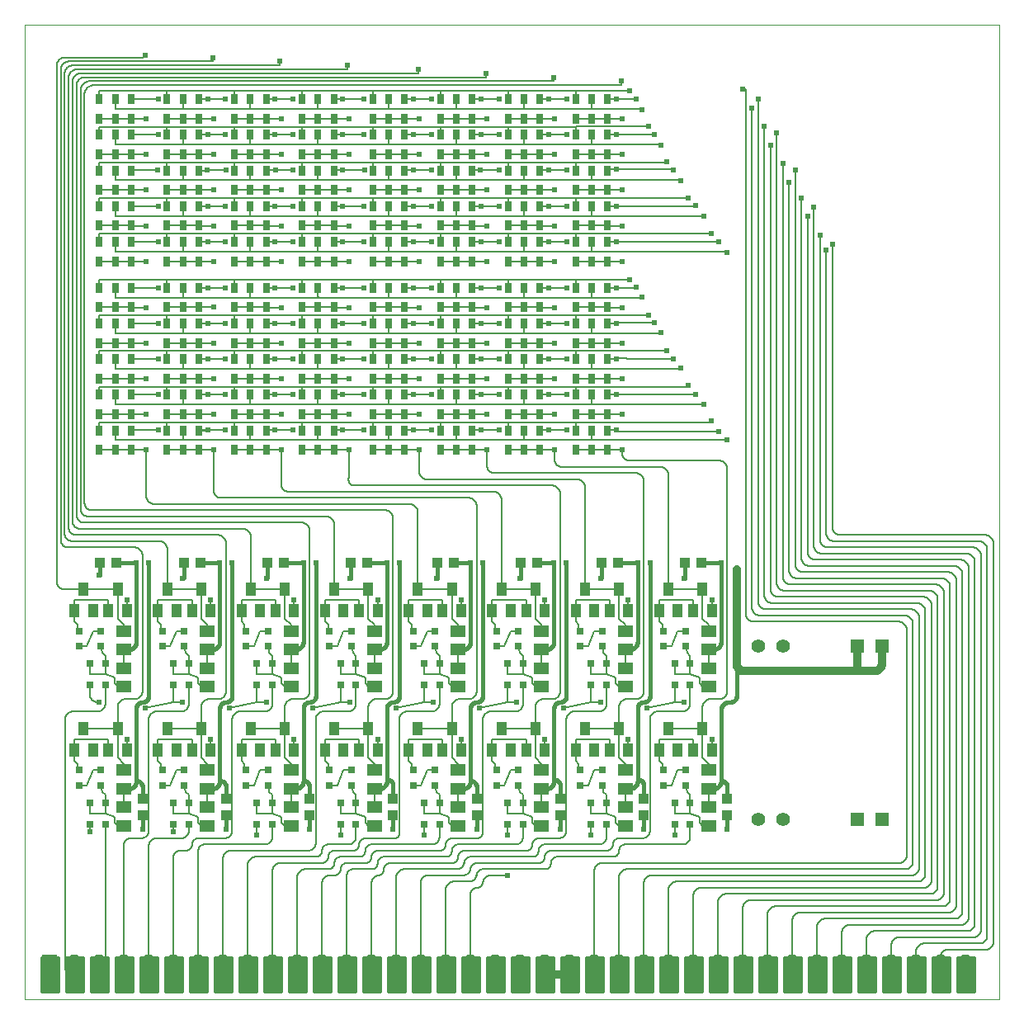
<source format=gtl>
G75*
%MOIN*%
%OFA0B0*%
%FSLAX25Y25*%
%IPPOS*%
%LPD*%
%AMOC8*
5,1,8,0,0,1.08239X$1,22.5*
%
%ADD10C,0.00394*%
%ADD11R,0.03150X0.03937*%
%ADD12R,0.03937X0.05512*%
%ADD13R,0.03150X0.03150*%
%ADD14R,0.05906X0.05118*%
%ADD15C,0.05543*%
%ADD16R,0.05543X0.05543*%
%ADD17R,0.04331X0.03937*%
%ADD18R,0.03937X0.04331*%
%ADD19R,0.05937X0.05937*%
%ADD20OC8,0.05937*%
%ADD21C,0.01600*%
%ADD22C,0.00800*%
%ADD23C,0.02400*%
%ADD24C,0.03200*%
D10*
X0003350Y0001500D02*
X0397051Y0001500D01*
X0397051Y0395201D01*
X0003350Y0395201D01*
X0003350Y0001500D01*
D11*
X0033450Y0223363D03*
X0039850Y0223363D03*
X0046250Y0223363D03*
X0046250Y0231237D03*
X0039850Y0231237D03*
X0033450Y0231237D03*
X0033450Y0237763D03*
X0039850Y0237763D03*
X0046250Y0237763D03*
X0046250Y0245637D03*
X0039850Y0245637D03*
X0033450Y0245637D03*
X0033450Y0252163D03*
X0039850Y0252163D03*
X0046250Y0252163D03*
X0046250Y0260037D03*
X0039850Y0260037D03*
X0033450Y0260037D03*
X0033450Y0266563D03*
X0039850Y0266563D03*
X0046250Y0266563D03*
X0046250Y0274437D03*
X0039850Y0274437D03*
X0033450Y0274437D03*
X0033450Y0280963D03*
X0039850Y0280963D03*
X0046250Y0280963D03*
X0046250Y0288837D03*
X0039850Y0288837D03*
X0033450Y0288837D03*
X0033450Y0299563D03*
X0039850Y0299563D03*
X0046250Y0299563D03*
X0046250Y0307437D03*
X0039850Y0307437D03*
X0033450Y0307437D03*
X0033450Y0313963D03*
X0039850Y0313963D03*
X0046250Y0313963D03*
X0046250Y0321837D03*
X0039850Y0321837D03*
X0033450Y0321837D03*
X0033450Y0328363D03*
X0039850Y0328363D03*
X0046250Y0328363D03*
X0046250Y0336237D03*
X0039850Y0336237D03*
X0033450Y0336237D03*
X0033450Y0342763D03*
X0039850Y0342763D03*
X0046250Y0342763D03*
X0046250Y0350637D03*
X0039850Y0350637D03*
X0033450Y0350637D03*
X0033450Y0357163D03*
X0039850Y0357163D03*
X0046250Y0357163D03*
X0046250Y0365037D03*
X0039850Y0365037D03*
X0033450Y0365037D03*
X0060750Y0365037D03*
X0067150Y0365037D03*
X0073550Y0365037D03*
X0073550Y0357163D03*
X0067150Y0357163D03*
X0060750Y0357163D03*
X0060750Y0350637D03*
X0067150Y0350637D03*
X0073550Y0350637D03*
X0073550Y0342763D03*
X0067150Y0342763D03*
X0060750Y0342763D03*
X0060750Y0336237D03*
X0067150Y0336237D03*
X0073550Y0336237D03*
X0073550Y0328363D03*
X0073550Y0321837D03*
X0067150Y0321837D03*
X0060750Y0321837D03*
X0060750Y0328363D03*
X0067150Y0328363D03*
X0067150Y0313963D03*
X0060750Y0313963D03*
X0060750Y0307437D03*
X0067150Y0307437D03*
X0073550Y0307437D03*
X0073550Y0313963D03*
X0073550Y0299563D03*
X0067150Y0299563D03*
X0060750Y0299563D03*
X0060750Y0288837D03*
X0067150Y0288837D03*
X0073550Y0288837D03*
X0073550Y0280963D03*
X0073550Y0274437D03*
X0067150Y0274437D03*
X0060750Y0274437D03*
X0060750Y0280963D03*
X0067150Y0280963D03*
X0067150Y0266563D03*
X0060750Y0266563D03*
X0060750Y0260037D03*
X0067150Y0260037D03*
X0073550Y0260037D03*
X0073550Y0266563D03*
X0073550Y0252163D03*
X0067150Y0252163D03*
X0060750Y0252163D03*
X0060750Y0245637D03*
X0067150Y0245637D03*
X0073550Y0245637D03*
X0073550Y0237763D03*
X0073550Y0231237D03*
X0067150Y0231237D03*
X0060750Y0231237D03*
X0060750Y0237763D03*
X0067150Y0237763D03*
X0067150Y0223363D03*
X0060750Y0223363D03*
X0073550Y0223363D03*
X0088050Y0223363D03*
X0094450Y0223363D03*
X0100850Y0223363D03*
X0100850Y0231237D03*
X0100850Y0237763D03*
X0094450Y0237763D03*
X0088050Y0237763D03*
X0088050Y0231237D03*
X0094450Y0231237D03*
X0094450Y0245637D03*
X0088050Y0245637D03*
X0088050Y0252163D03*
X0094450Y0252163D03*
X0100850Y0252163D03*
X0100850Y0245637D03*
X0115350Y0245637D03*
X0121750Y0245637D03*
X0128150Y0245637D03*
X0128150Y0252163D03*
X0121750Y0252163D03*
X0115350Y0252163D03*
X0115350Y0260037D03*
X0121750Y0260037D03*
X0128150Y0260037D03*
X0128150Y0266563D03*
X0121750Y0266563D03*
X0115350Y0266563D03*
X0115350Y0274437D03*
X0115350Y0280963D03*
X0121750Y0280963D03*
X0121750Y0274437D03*
X0128150Y0274437D03*
X0128150Y0280963D03*
X0128150Y0288837D03*
X0121750Y0288837D03*
X0115350Y0288837D03*
X0115350Y0299563D03*
X0121750Y0299563D03*
X0128150Y0299563D03*
X0128150Y0307437D03*
X0121750Y0307437D03*
X0115350Y0307437D03*
X0115350Y0313963D03*
X0121750Y0313963D03*
X0128150Y0313963D03*
X0128150Y0321837D03*
X0128150Y0328363D03*
X0121750Y0328363D03*
X0121750Y0321837D03*
X0115350Y0321837D03*
X0115350Y0328363D03*
X0115350Y0336237D03*
X0121750Y0336237D03*
X0128150Y0336237D03*
X0128150Y0342763D03*
X0121750Y0342763D03*
X0115350Y0342763D03*
X0115350Y0350637D03*
X0121750Y0350637D03*
X0128150Y0350637D03*
X0128150Y0357163D03*
X0121750Y0357163D03*
X0115350Y0357163D03*
X0115350Y0365037D03*
X0121750Y0365037D03*
X0128150Y0365037D03*
X0143900Y0365037D03*
X0150300Y0365037D03*
X0156700Y0365037D03*
X0156700Y0357163D03*
X0150300Y0357163D03*
X0143900Y0357163D03*
X0143900Y0350637D03*
X0150300Y0350637D03*
X0156700Y0350637D03*
X0156700Y0342763D03*
X0150300Y0342763D03*
X0143900Y0342763D03*
X0143900Y0336237D03*
X0150300Y0336237D03*
X0156700Y0336237D03*
X0156700Y0328363D03*
X0156700Y0321837D03*
X0150300Y0321837D03*
X0143900Y0321837D03*
X0143900Y0328363D03*
X0150300Y0328363D03*
X0150300Y0313963D03*
X0143900Y0313963D03*
X0143900Y0307437D03*
X0150300Y0307437D03*
X0156700Y0307437D03*
X0156700Y0313963D03*
X0171200Y0313963D03*
X0177600Y0313963D03*
X0184000Y0313963D03*
X0184000Y0307437D03*
X0177600Y0307437D03*
X0171200Y0307437D03*
X0171200Y0299563D03*
X0177600Y0299563D03*
X0184000Y0299563D03*
X0184000Y0288837D03*
X0177600Y0288837D03*
X0171200Y0288837D03*
X0171200Y0280963D03*
X0171200Y0274437D03*
X0177600Y0274437D03*
X0177600Y0280963D03*
X0184000Y0280963D03*
X0184000Y0274437D03*
X0184000Y0266563D03*
X0177600Y0266563D03*
X0171200Y0266563D03*
X0171200Y0260037D03*
X0177600Y0260037D03*
X0184000Y0260037D03*
X0184000Y0252163D03*
X0177600Y0252163D03*
X0171200Y0252163D03*
X0171200Y0245637D03*
X0177600Y0245637D03*
X0184000Y0245637D03*
X0184000Y0237763D03*
X0184000Y0231237D03*
X0177600Y0231237D03*
X0177600Y0237763D03*
X0171200Y0237763D03*
X0171200Y0231237D03*
X0171200Y0223363D03*
X0177600Y0223363D03*
X0184000Y0223363D03*
X0198500Y0223363D03*
X0204900Y0223363D03*
X0211300Y0223363D03*
X0211300Y0231237D03*
X0211300Y0237763D03*
X0204900Y0237763D03*
X0204900Y0231237D03*
X0198500Y0231237D03*
X0198500Y0237763D03*
X0198500Y0245637D03*
X0204900Y0245637D03*
X0211300Y0245637D03*
X0211300Y0252163D03*
X0204900Y0252163D03*
X0198500Y0252163D03*
X0198500Y0260037D03*
X0204900Y0260037D03*
X0211300Y0260037D03*
X0211300Y0266563D03*
X0204900Y0266563D03*
X0198500Y0266563D03*
X0198500Y0274437D03*
X0198500Y0280963D03*
X0204900Y0280963D03*
X0204900Y0274437D03*
X0211300Y0274437D03*
X0211300Y0280963D03*
X0211300Y0288837D03*
X0204900Y0288837D03*
X0198500Y0288837D03*
X0198500Y0299563D03*
X0204900Y0299563D03*
X0211300Y0299563D03*
X0211300Y0307437D03*
X0204900Y0307437D03*
X0198500Y0307437D03*
X0198500Y0313963D03*
X0204900Y0313963D03*
X0211300Y0313963D03*
X0211300Y0321837D03*
X0211300Y0328363D03*
X0204900Y0328363D03*
X0204900Y0321837D03*
X0198500Y0321837D03*
X0198500Y0328363D03*
X0198500Y0336237D03*
X0204900Y0336237D03*
X0211300Y0336237D03*
X0211300Y0342763D03*
X0204900Y0342763D03*
X0198500Y0342763D03*
X0198500Y0350637D03*
X0204900Y0350637D03*
X0211300Y0350637D03*
X0211300Y0357163D03*
X0204900Y0357163D03*
X0198500Y0357163D03*
X0198500Y0365037D03*
X0204900Y0365037D03*
X0211300Y0365037D03*
X0225800Y0365037D03*
X0232200Y0365037D03*
X0238600Y0365037D03*
X0238600Y0357163D03*
X0232200Y0357163D03*
X0225800Y0357163D03*
X0225800Y0350637D03*
X0232200Y0350637D03*
X0238600Y0350637D03*
X0238600Y0342763D03*
X0232200Y0342763D03*
X0225800Y0342763D03*
X0225800Y0336237D03*
X0232200Y0336237D03*
X0238600Y0336237D03*
X0238600Y0328363D03*
X0232200Y0328363D03*
X0232200Y0321837D03*
X0238600Y0321837D03*
X0238600Y0313963D03*
X0232200Y0313963D03*
X0225800Y0313963D03*
X0225800Y0307437D03*
X0232200Y0307437D03*
X0238600Y0307437D03*
X0238600Y0299563D03*
X0232200Y0299563D03*
X0225800Y0299563D03*
X0225800Y0288837D03*
X0232200Y0288837D03*
X0238600Y0288837D03*
X0238600Y0280963D03*
X0232200Y0280963D03*
X0232200Y0274437D03*
X0238600Y0274437D03*
X0238600Y0266563D03*
X0232200Y0266563D03*
X0225800Y0266563D03*
X0225800Y0260037D03*
X0232200Y0260037D03*
X0238600Y0260037D03*
X0238600Y0252163D03*
X0232200Y0252163D03*
X0225800Y0252163D03*
X0225800Y0245637D03*
X0232200Y0245637D03*
X0238600Y0245637D03*
X0238600Y0237763D03*
X0232200Y0237763D03*
X0232200Y0231237D03*
X0238600Y0231237D03*
X0238600Y0223363D03*
X0232200Y0223363D03*
X0225800Y0223363D03*
X0225800Y0231237D03*
X0225800Y0237763D03*
X0225800Y0274437D03*
X0225800Y0280963D03*
X0225800Y0321837D03*
X0225800Y0328363D03*
X0184000Y0328363D03*
X0184000Y0321837D03*
X0177600Y0321837D03*
X0177600Y0328363D03*
X0171200Y0328363D03*
X0171200Y0321837D03*
X0171200Y0336237D03*
X0177600Y0336237D03*
X0184000Y0336237D03*
X0184000Y0342763D03*
X0177600Y0342763D03*
X0171200Y0342763D03*
X0171200Y0350637D03*
X0177600Y0350637D03*
X0184000Y0350637D03*
X0184000Y0357163D03*
X0177600Y0357163D03*
X0171200Y0357163D03*
X0171200Y0365037D03*
X0177600Y0365037D03*
X0184000Y0365037D03*
X0156700Y0299563D03*
X0150300Y0299563D03*
X0143900Y0299563D03*
X0143900Y0288837D03*
X0150300Y0288837D03*
X0156700Y0288837D03*
X0156700Y0280963D03*
X0156700Y0274437D03*
X0150300Y0274437D03*
X0143900Y0274437D03*
X0143900Y0280963D03*
X0150300Y0280963D03*
X0150300Y0266563D03*
X0143900Y0266563D03*
X0143900Y0260037D03*
X0150300Y0260037D03*
X0156700Y0260037D03*
X0156700Y0266563D03*
X0156700Y0252163D03*
X0150300Y0252163D03*
X0143900Y0252163D03*
X0143900Y0245637D03*
X0150300Y0245637D03*
X0156700Y0245637D03*
X0156700Y0237763D03*
X0156700Y0231237D03*
X0150300Y0231237D03*
X0143900Y0231237D03*
X0143900Y0237763D03*
X0150300Y0237763D03*
X0150300Y0223363D03*
X0143900Y0223363D03*
X0156700Y0223363D03*
X0128150Y0223363D03*
X0121750Y0223363D03*
X0115350Y0223363D03*
X0115350Y0231237D03*
X0115350Y0237763D03*
X0121750Y0237763D03*
X0121750Y0231237D03*
X0128150Y0231237D03*
X0128150Y0237763D03*
X0100850Y0260037D03*
X0094450Y0260037D03*
X0088050Y0260037D03*
X0088050Y0266563D03*
X0094450Y0266563D03*
X0100850Y0266563D03*
X0100850Y0274437D03*
X0100850Y0280963D03*
X0094450Y0280963D03*
X0088050Y0280963D03*
X0088050Y0274437D03*
X0094450Y0274437D03*
X0094450Y0288837D03*
X0088050Y0288837D03*
X0088050Y0299563D03*
X0094450Y0299563D03*
X0100850Y0299563D03*
X0100850Y0307437D03*
X0094450Y0307437D03*
X0088050Y0307437D03*
X0088050Y0313963D03*
X0094450Y0313963D03*
X0100850Y0313963D03*
X0100850Y0321837D03*
X0100850Y0328363D03*
X0094450Y0328363D03*
X0088050Y0328363D03*
X0088050Y0321837D03*
X0094450Y0321837D03*
X0094450Y0336237D03*
X0088050Y0336237D03*
X0088050Y0342763D03*
X0094450Y0342763D03*
X0100850Y0342763D03*
X0100850Y0336237D03*
X0100850Y0350637D03*
X0094450Y0350637D03*
X0088050Y0350637D03*
X0088050Y0357163D03*
X0094450Y0357163D03*
X0100850Y0357163D03*
X0100850Y0365037D03*
X0094450Y0365037D03*
X0088050Y0365037D03*
X0100850Y0288837D03*
D12*
X0094600Y0167081D03*
X0090860Y0158419D03*
X0098341Y0158419D03*
X0104610Y0158419D03*
X0112091Y0158419D03*
X0108350Y0167081D03*
X0124610Y0158419D03*
X0132091Y0158419D03*
X0138360Y0158419D03*
X0145841Y0158419D03*
X0142100Y0167081D03*
X0128350Y0167081D03*
X0158360Y0158419D03*
X0165841Y0158419D03*
X0172110Y0158419D03*
X0179591Y0158419D03*
X0175850Y0167081D03*
X0162100Y0167081D03*
X0192110Y0158419D03*
X0199591Y0158419D03*
X0205860Y0158419D03*
X0213341Y0158419D03*
X0209600Y0167081D03*
X0195850Y0167081D03*
X0225860Y0158419D03*
X0233341Y0158419D03*
X0239610Y0158419D03*
X0247091Y0158419D03*
X0243350Y0167081D03*
X0229600Y0167081D03*
X0259610Y0158419D03*
X0267091Y0158419D03*
X0273360Y0158419D03*
X0280841Y0158419D03*
X0277100Y0167081D03*
X0263350Y0167081D03*
X0263350Y0110831D03*
X0259610Y0102169D03*
X0267091Y0102169D03*
X0273360Y0102169D03*
X0280841Y0102169D03*
X0277100Y0110831D03*
X0247091Y0102169D03*
X0239610Y0102169D03*
X0233341Y0102169D03*
X0225860Y0102169D03*
X0229600Y0110831D03*
X0243350Y0110831D03*
X0213341Y0102169D03*
X0205860Y0102169D03*
X0199591Y0102169D03*
X0192110Y0102169D03*
X0195850Y0110831D03*
X0209600Y0110831D03*
X0179591Y0102169D03*
X0172110Y0102169D03*
X0165841Y0102169D03*
X0158360Y0102169D03*
X0162100Y0110831D03*
X0175850Y0110831D03*
X0145841Y0102169D03*
X0138360Y0102169D03*
X0132091Y0102169D03*
X0124610Y0102169D03*
X0128350Y0110831D03*
X0142100Y0110831D03*
X0112091Y0102169D03*
X0104610Y0102169D03*
X0098341Y0102169D03*
X0090860Y0102169D03*
X0094600Y0110831D03*
X0108350Y0110831D03*
X0078341Y0102169D03*
X0070860Y0102169D03*
X0064591Y0102169D03*
X0057110Y0102169D03*
X0060850Y0110831D03*
X0074600Y0110831D03*
X0044591Y0102169D03*
X0037110Y0102169D03*
X0030841Y0102169D03*
X0023360Y0102169D03*
X0027100Y0110831D03*
X0040850Y0110831D03*
X0037110Y0158419D03*
X0030841Y0158419D03*
X0023360Y0158419D03*
X0027100Y0167081D03*
X0040850Y0167081D03*
X0044591Y0158419D03*
X0057110Y0158419D03*
X0064591Y0158419D03*
X0070860Y0158419D03*
X0078341Y0158419D03*
X0074600Y0167081D03*
X0060850Y0167081D03*
D13*
X0058921Y0150250D03*
X0058921Y0144000D03*
X0063350Y0137179D03*
X0069600Y0137179D03*
X0067780Y0144000D03*
X0067780Y0150250D03*
X0069600Y0128321D03*
X0063350Y0128321D03*
X0035850Y0128321D03*
X0029600Y0128321D03*
X0029600Y0137179D03*
X0035850Y0137179D03*
X0034030Y0144000D03*
X0034030Y0150250D03*
X0025171Y0150250D03*
X0025171Y0144000D03*
X0025171Y0094000D03*
X0025171Y0087750D03*
X0029600Y0080929D03*
X0035850Y0080929D03*
X0034030Y0087750D03*
X0034030Y0094000D03*
X0035850Y0072071D03*
X0029600Y0072071D03*
X0058921Y0087750D03*
X0058921Y0094000D03*
X0067780Y0094000D03*
X0067780Y0087750D03*
X0069600Y0080929D03*
X0063350Y0080929D03*
X0063350Y0072071D03*
X0069600Y0072071D03*
X0092671Y0087750D03*
X0092671Y0094000D03*
X0101530Y0094000D03*
X0101530Y0087750D03*
X0103350Y0080929D03*
X0097100Y0080929D03*
X0097100Y0072071D03*
X0103350Y0072071D03*
X0126421Y0087750D03*
X0126421Y0094000D03*
X0135280Y0094000D03*
X0135280Y0087750D03*
X0137100Y0080929D03*
X0130850Y0080929D03*
X0130850Y0072071D03*
X0137100Y0072071D03*
X0160171Y0087750D03*
X0160171Y0094000D03*
X0169030Y0094000D03*
X0169030Y0087750D03*
X0170850Y0080929D03*
X0164600Y0080929D03*
X0164600Y0072071D03*
X0170850Y0072071D03*
X0193921Y0087750D03*
X0193921Y0094000D03*
X0202780Y0094000D03*
X0202780Y0087750D03*
X0204600Y0080929D03*
X0198350Y0080929D03*
X0198350Y0072071D03*
X0204600Y0072071D03*
X0227671Y0087750D03*
X0227671Y0094000D03*
X0236530Y0094000D03*
X0236530Y0087750D03*
X0238350Y0080929D03*
X0232100Y0080929D03*
X0232100Y0072071D03*
X0238350Y0072071D03*
X0261421Y0087750D03*
X0261421Y0094000D03*
X0270280Y0094000D03*
X0270280Y0087750D03*
X0272100Y0080929D03*
X0265850Y0080929D03*
X0265850Y0072071D03*
X0272100Y0072071D03*
X0272100Y0128321D03*
X0265850Y0128321D03*
X0265850Y0137179D03*
X0272100Y0137179D03*
X0270280Y0144000D03*
X0270280Y0150250D03*
X0261421Y0150250D03*
X0261421Y0144000D03*
X0238350Y0137179D03*
X0232100Y0137179D03*
X0227671Y0144000D03*
X0227671Y0150250D03*
X0236530Y0150250D03*
X0236530Y0144000D03*
X0238350Y0128321D03*
X0232100Y0128321D03*
X0204600Y0128321D03*
X0198350Y0128321D03*
X0198350Y0137179D03*
X0204600Y0137179D03*
X0202780Y0144000D03*
X0202780Y0150250D03*
X0193921Y0150250D03*
X0193921Y0144000D03*
X0170850Y0137179D03*
X0164600Y0137179D03*
X0160171Y0144000D03*
X0160171Y0150250D03*
X0169030Y0150250D03*
X0169030Y0144000D03*
X0170850Y0128321D03*
X0164600Y0128321D03*
X0137100Y0128321D03*
X0130850Y0128321D03*
X0130850Y0137179D03*
X0137100Y0137179D03*
X0135280Y0144000D03*
X0135280Y0150250D03*
X0126421Y0150250D03*
X0126421Y0144000D03*
X0103350Y0137179D03*
X0097100Y0137179D03*
X0092671Y0144000D03*
X0092671Y0150250D03*
X0101530Y0150250D03*
X0101530Y0144000D03*
X0103350Y0128321D03*
X0097100Y0128321D03*
D14*
X0110850Y0127760D03*
X0110850Y0135240D03*
X0110850Y0142760D03*
X0110850Y0150240D03*
X0077100Y0150240D03*
X0077100Y0142760D03*
X0077100Y0135240D03*
X0077100Y0127760D03*
X0043350Y0127760D03*
X0043350Y0135240D03*
X0043350Y0142760D03*
X0043350Y0150240D03*
X0043350Y0093990D03*
X0043350Y0086510D03*
X0043350Y0078990D03*
X0043350Y0071510D03*
X0077100Y0071510D03*
X0077100Y0078990D03*
X0077100Y0086510D03*
X0077100Y0093990D03*
X0110850Y0093990D03*
X0110850Y0086510D03*
X0110850Y0078990D03*
X0110850Y0071510D03*
X0144600Y0071510D03*
X0144600Y0078990D03*
X0144600Y0086510D03*
X0144600Y0093990D03*
X0178350Y0093990D03*
X0178350Y0086510D03*
X0178350Y0078990D03*
X0178350Y0071510D03*
X0212100Y0071510D03*
X0212100Y0078990D03*
X0212100Y0086510D03*
X0212100Y0093990D03*
X0245850Y0093990D03*
X0245850Y0086510D03*
X0245850Y0078990D03*
X0245850Y0071510D03*
X0279600Y0071510D03*
X0279600Y0078990D03*
X0279600Y0086510D03*
X0279600Y0093990D03*
X0279600Y0127760D03*
X0279600Y0135240D03*
X0279600Y0142760D03*
X0279600Y0150240D03*
X0245850Y0150240D03*
X0245850Y0142760D03*
X0245850Y0135240D03*
X0245850Y0127760D03*
X0212100Y0127760D03*
X0212100Y0135240D03*
X0212100Y0142760D03*
X0212100Y0150240D03*
X0178350Y0150240D03*
X0178350Y0142760D03*
X0178350Y0135240D03*
X0178350Y0127760D03*
X0144600Y0127760D03*
X0144600Y0135240D03*
X0144600Y0142760D03*
X0144600Y0150240D03*
D15*
X0299600Y0144000D03*
X0309600Y0144000D03*
X0309600Y0074000D03*
X0299600Y0074000D03*
D16*
X0339600Y0074000D03*
X0349600Y0074000D03*
X0349600Y0144000D03*
X0339600Y0144000D03*
D17*
X0276697Y0177750D03*
X0270004Y0177750D03*
X0242947Y0177750D03*
X0236254Y0177750D03*
X0210447Y0177750D03*
X0203754Y0177750D03*
X0176697Y0177750D03*
X0170004Y0177750D03*
X0141697Y0177750D03*
X0135004Y0177750D03*
X0107947Y0177750D03*
X0101254Y0177750D03*
X0074197Y0177750D03*
X0067504Y0177750D03*
X0040447Y0177750D03*
X0033754Y0177750D03*
D18*
X0050850Y0082346D03*
X0050850Y0075654D03*
X0084600Y0075654D03*
X0084600Y0082346D03*
X0118350Y0082346D03*
X0118350Y0075654D03*
X0152100Y0075654D03*
X0152100Y0082346D03*
X0185850Y0082346D03*
X0185850Y0075654D03*
X0219600Y0075654D03*
X0219600Y0082346D03*
X0253350Y0082346D03*
X0253350Y0075654D03*
X0287100Y0075654D03*
X0287100Y0082346D03*
D19*
X0013350Y0016500D03*
D20*
X0023350Y0016500D03*
X0033350Y0016500D03*
X0043350Y0016500D03*
X0053350Y0016500D03*
X0063350Y0016500D03*
X0073350Y0016500D03*
X0083350Y0016500D03*
X0093350Y0016500D03*
X0103350Y0016500D03*
X0113350Y0016500D03*
X0123350Y0016500D03*
X0133350Y0016500D03*
X0143350Y0016500D03*
X0153350Y0016500D03*
X0163350Y0016500D03*
X0173350Y0016500D03*
X0183350Y0016500D03*
X0193350Y0016500D03*
X0203350Y0016500D03*
X0213350Y0016500D03*
X0223350Y0016500D03*
X0233350Y0016500D03*
X0243350Y0016500D03*
X0253350Y0016500D03*
X0263350Y0016500D03*
X0273350Y0016500D03*
X0283350Y0016500D03*
X0293350Y0016500D03*
X0303350Y0016500D03*
X0313350Y0016500D03*
X0323350Y0016500D03*
X0333350Y0016500D03*
X0343350Y0016500D03*
X0353350Y0016500D03*
X0363350Y0016500D03*
X0373350Y0016500D03*
X0383350Y0016500D03*
D21*
X0386550Y0018200D02*
X0386550Y0004800D01*
X0380150Y0004800D01*
X0380150Y0018200D01*
X0386550Y0018200D01*
X0386550Y0006399D02*
X0380150Y0006399D01*
X0380150Y0007998D02*
X0386550Y0007998D01*
X0386550Y0009597D02*
X0380150Y0009597D01*
X0380150Y0011196D02*
X0386550Y0011196D01*
X0386550Y0012795D02*
X0380150Y0012795D01*
X0380150Y0014394D02*
X0386550Y0014394D01*
X0386550Y0015993D02*
X0380150Y0015993D01*
X0380150Y0017592D02*
X0386550Y0017592D01*
X0376550Y0018200D02*
X0376550Y0004800D01*
X0370150Y0004800D01*
X0370150Y0018200D01*
X0376550Y0018200D01*
X0376550Y0006399D02*
X0370150Y0006399D01*
X0370150Y0007998D02*
X0376550Y0007998D01*
X0376550Y0009597D02*
X0370150Y0009597D01*
X0370150Y0011196D02*
X0376550Y0011196D01*
X0376550Y0012795D02*
X0370150Y0012795D01*
X0370150Y0014394D02*
X0376550Y0014394D01*
X0376550Y0015993D02*
X0370150Y0015993D01*
X0370150Y0017592D02*
X0376550Y0017592D01*
X0366550Y0018200D02*
X0366550Y0004800D01*
X0360150Y0004800D01*
X0360150Y0018200D01*
X0366550Y0018200D01*
X0366550Y0006399D02*
X0360150Y0006399D01*
X0360150Y0007998D02*
X0366550Y0007998D01*
X0366550Y0009597D02*
X0360150Y0009597D01*
X0360150Y0011196D02*
X0366550Y0011196D01*
X0366550Y0012795D02*
X0360150Y0012795D01*
X0360150Y0014394D02*
X0366550Y0014394D01*
X0366550Y0015993D02*
X0360150Y0015993D01*
X0360150Y0017592D02*
X0366550Y0017592D01*
X0356550Y0018200D02*
X0356550Y0004800D01*
X0350150Y0004800D01*
X0350150Y0018200D01*
X0356550Y0018200D01*
X0356550Y0006399D02*
X0350150Y0006399D01*
X0350150Y0007998D02*
X0356550Y0007998D01*
X0356550Y0009597D02*
X0350150Y0009597D01*
X0350150Y0011196D02*
X0356550Y0011196D01*
X0356550Y0012795D02*
X0350150Y0012795D01*
X0350150Y0014394D02*
X0356550Y0014394D01*
X0356550Y0015993D02*
X0350150Y0015993D01*
X0350150Y0017592D02*
X0356550Y0017592D01*
X0346550Y0018200D02*
X0346550Y0004800D01*
X0340150Y0004800D01*
X0340150Y0018200D01*
X0346550Y0018200D01*
X0346550Y0006399D02*
X0340150Y0006399D01*
X0340150Y0007998D02*
X0346550Y0007998D01*
X0346550Y0009597D02*
X0340150Y0009597D01*
X0340150Y0011196D02*
X0346550Y0011196D01*
X0346550Y0012795D02*
X0340150Y0012795D01*
X0340150Y0014394D02*
X0346550Y0014394D01*
X0346550Y0015993D02*
X0340150Y0015993D01*
X0340150Y0017592D02*
X0346550Y0017592D01*
X0336550Y0018200D02*
X0336550Y0004800D01*
X0330150Y0004800D01*
X0330150Y0018200D01*
X0336550Y0018200D01*
X0336550Y0006399D02*
X0330150Y0006399D01*
X0330150Y0007998D02*
X0336550Y0007998D01*
X0336550Y0009597D02*
X0330150Y0009597D01*
X0330150Y0011196D02*
X0336550Y0011196D01*
X0336550Y0012795D02*
X0330150Y0012795D01*
X0330150Y0014394D02*
X0336550Y0014394D01*
X0336550Y0015993D02*
X0330150Y0015993D01*
X0330150Y0017592D02*
X0336550Y0017592D01*
X0326550Y0018200D02*
X0326550Y0004800D01*
X0320150Y0004800D01*
X0320150Y0018200D01*
X0326550Y0018200D01*
X0326550Y0006399D02*
X0320150Y0006399D01*
X0320150Y0007998D02*
X0326550Y0007998D01*
X0326550Y0009597D02*
X0320150Y0009597D01*
X0320150Y0011196D02*
X0326550Y0011196D01*
X0326550Y0012795D02*
X0320150Y0012795D01*
X0320150Y0014394D02*
X0326550Y0014394D01*
X0326550Y0015993D02*
X0320150Y0015993D01*
X0320150Y0017592D02*
X0326550Y0017592D01*
X0316550Y0018200D02*
X0316550Y0004800D01*
X0310150Y0004800D01*
X0310150Y0018200D01*
X0316550Y0018200D01*
X0316550Y0006399D02*
X0310150Y0006399D01*
X0310150Y0007998D02*
X0316550Y0007998D01*
X0316550Y0009597D02*
X0310150Y0009597D01*
X0310150Y0011196D02*
X0316550Y0011196D01*
X0316550Y0012795D02*
X0310150Y0012795D01*
X0310150Y0014394D02*
X0316550Y0014394D01*
X0316550Y0015993D02*
X0310150Y0015993D01*
X0310150Y0017592D02*
X0316550Y0017592D01*
X0306550Y0018200D02*
X0306550Y0004800D01*
X0300150Y0004800D01*
X0300150Y0018200D01*
X0306550Y0018200D01*
X0306550Y0006399D02*
X0300150Y0006399D01*
X0300150Y0007998D02*
X0306550Y0007998D01*
X0306550Y0009597D02*
X0300150Y0009597D01*
X0300150Y0011196D02*
X0306550Y0011196D01*
X0306550Y0012795D02*
X0300150Y0012795D01*
X0300150Y0014394D02*
X0306550Y0014394D01*
X0306550Y0015993D02*
X0300150Y0015993D01*
X0300150Y0017592D02*
X0306550Y0017592D01*
X0296550Y0018200D02*
X0296550Y0004800D01*
X0290150Y0004800D01*
X0290150Y0018200D01*
X0296550Y0018200D01*
X0296550Y0006399D02*
X0290150Y0006399D01*
X0290150Y0007998D02*
X0296550Y0007998D01*
X0296550Y0009597D02*
X0290150Y0009597D01*
X0290150Y0011196D02*
X0296550Y0011196D01*
X0296550Y0012795D02*
X0290150Y0012795D01*
X0290150Y0014394D02*
X0296550Y0014394D01*
X0296550Y0015993D02*
X0290150Y0015993D01*
X0290150Y0017592D02*
X0296550Y0017592D01*
X0286550Y0018200D02*
X0286550Y0004800D01*
X0280150Y0004800D01*
X0280150Y0018200D01*
X0286550Y0018200D01*
X0286550Y0006399D02*
X0280150Y0006399D01*
X0280150Y0007998D02*
X0286550Y0007998D01*
X0286550Y0009597D02*
X0280150Y0009597D01*
X0280150Y0011196D02*
X0286550Y0011196D01*
X0286550Y0012795D02*
X0280150Y0012795D01*
X0280150Y0014394D02*
X0286550Y0014394D01*
X0286550Y0015993D02*
X0280150Y0015993D01*
X0280150Y0017592D02*
X0286550Y0017592D01*
X0276550Y0018200D02*
X0276550Y0004800D01*
X0270150Y0004800D01*
X0270150Y0018200D01*
X0276550Y0018200D01*
X0276550Y0006399D02*
X0270150Y0006399D01*
X0270150Y0007998D02*
X0276550Y0007998D01*
X0276550Y0009597D02*
X0270150Y0009597D01*
X0270150Y0011196D02*
X0276550Y0011196D01*
X0276550Y0012795D02*
X0270150Y0012795D01*
X0270150Y0014394D02*
X0276550Y0014394D01*
X0276550Y0015993D02*
X0270150Y0015993D01*
X0270150Y0017592D02*
X0276550Y0017592D01*
X0266550Y0018200D02*
X0266550Y0004800D01*
X0260150Y0004800D01*
X0260150Y0018200D01*
X0266550Y0018200D01*
X0266550Y0006399D02*
X0260150Y0006399D01*
X0260150Y0007998D02*
X0266550Y0007998D01*
X0266550Y0009597D02*
X0260150Y0009597D01*
X0260150Y0011196D02*
X0266550Y0011196D01*
X0266550Y0012795D02*
X0260150Y0012795D01*
X0260150Y0014394D02*
X0266550Y0014394D01*
X0266550Y0015993D02*
X0260150Y0015993D01*
X0260150Y0017592D02*
X0266550Y0017592D01*
X0256550Y0018200D02*
X0256550Y0004800D01*
X0250150Y0004800D01*
X0250150Y0018200D01*
X0256550Y0018200D01*
X0256550Y0006399D02*
X0250150Y0006399D01*
X0250150Y0007998D02*
X0256550Y0007998D01*
X0256550Y0009597D02*
X0250150Y0009597D01*
X0250150Y0011196D02*
X0256550Y0011196D01*
X0256550Y0012795D02*
X0250150Y0012795D01*
X0250150Y0014394D02*
X0256550Y0014394D01*
X0256550Y0015993D02*
X0250150Y0015993D01*
X0250150Y0017592D02*
X0256550Y0017592D01*
X0246550Y0018200D02*
X0246550Y0004800D01*
X0240150Y0004800D01*
X0240150Y0018200D01*
X0246550Y0018200D01*
X0246550Y0006399D02*
X0240150Y0006399D01*
X0240150Y0007998D02*
X0246550Y0007998D01*
X0246550Y0009597D02*
X0240150Y0009597D01*
X0240150Y0011196D02*
X0246550Y0011196D01*
X0246550Y0012795D02*
X0240150Y0012795D01*
X0240150Y0014394D02*
X0246550Y0014394D01*
X0246550Y0015993D02*
X0240150Y0015993D01*
X0240150Y0017592D02*
X0246550Y0017592D01*
X0236550Y0018200D02*
X0236550Y0004800D01*
X0230150Y0004800D01*
X0230150Y0018200D01*
X0236550Y0018200D01*
X0236550Y0006399D02*
X0230150Y0006399D01*
X0230150Y0007998D02*
X0236550Y0007998D01*
X0236550Y0009597D02*
X0230150Y0009597D01*
X0230150Y0011196D02*
X0236550Y0011196D01*
X0236550Y0012795D02*
X0230150Y0012795D01*
X0230150Y0014394D02*
X0236550Y0014394D01*
X0236550Y0015993D02*
X0230150Y0015993D01*
X0230150Y0017592D02*
X0236550Y0017592D01*
X0226550Y0018200D02*
X0226550Y0004800D01*
X0220150Y0004800D01*
X0220150Y0018200D01*
X0226550Y0018200D01*
X0226550Y0006399D02*
X0220150Y0006399D01*
X0220150Y0007998D02*
X0226550Y0007998D01*
X0226550Y0009597D02*
X0220150Y0009597D01*
X0220150Y0011196D02*
X0226550Y0011196D01*
X0226550Y0012795D02*
X0220150Y0012795D01*
X0220150Y0014394D02*
X0226550Y0014394D01*
X0226550Y0015993D02*
X0220150Y0015993D01*
X0220150Y0017592D02*
X0226550Y0017592D01*
X0216550Y0018200D02*
X0216550Y0004800D01*
X0210150Y0004800D01*
X0210150Y0018200D01*
X0216550Y0018200D01*
X0216550Y0006399D02*
X0210150Y0006399D01*
X0210150Y0007998D02*
X0216550Y0007998D01*
X0216550Y0009597D02*
X0210150Y0009597D01*
X0210150Y0011196D02*
X0216550Y0011196D01*
X0216550Y0012795D02*
X0210150Y0012795D01*
X0210150Y0014394D02*
X0216550Y0014394D01*
X0216550Y0015993D02*
X0210150Y0015993D01*
X0210150Y0017592D02*
X0216550Y0017592D01*
X0206550Y0018200D02*
X0206550Y0004800D01*
X0200150Y0004800D01*
X0200150Y0018200D01*
X0206550Y0018200D01*
X0206550Y0006399D02*
X0200150Y0006399D01*
X0200150Y0007998D02*
X0206550Y0007998D01*
X0206550Y0009597D02*
X0200150Y0009597D01*
X0200150Y0011196D02*
X0206550Y0011196D01*
X0206550Y0012795D02*
X0200150Y0012795D01*
X0200150Y0014394D02*
X0206550Y0014394D01*
X0206550Y0015993D02*
X0200150Y0015993D01*
X0200150Y0017592D02*
X0206550Y0017592D01*
X0196550Y0018200D02*
X0196550Y0004800D01*
X0190150Y0004800D01*
X0190150Y0018200D01*
X0196550Y0018200D01*
X0196550Y0006399D02*
X0190150Y0006399D01*
X0190150Y0007998D02*
X0196550Y0007998D01*
X0196550Y0009597D02*
X0190150Y0009597D01*
X0190150Y0011196D02*
X0196550Y0011196D01*
X0196550Y0012795D02*
X0190150Y0012795D01*
X0190150Y0014394D02*
X0196550Y0014394D01*
X0196550Y0015993D02*
X0190150Y0015993D01*
X0190150Y0017592D02*
X0196550Y0017592D01*
X0186550Y0018200D02*
X0186550Y0004800D01*
X0180150Y0004800D01*
X0180150Y0018200D01*
X0186550Y0018200D01*
X0186550Y0006399D02*
X0180150Y0006399D01*
X0180150Y0007998D02*
X0186550Y0007998D01*
X0186550Y0009597D02*
X0180150Y0009597D01*
X0180150Y0011196D02*
X0186550Y0011196D01*
X0186550Y0012795D02*
X0180150Y0012795D01*
X0180150Y0014394D02*
X0186550Y0014394D01*
X0186550Y0015993D02*
X0180150Y0015993D01*
X0180150Y0017592D02*
X0186550Y0017592D01*
X0176550Y0018200D02*
X0176550Y0004800D01*
X0170150Y0004800D01*
X0170150Y0018200D01*
X0176550Y0018200D01*
X0176550Y0006399D02*
X0170150Y0006399D01*
X0170150Y0007998D02*
X0176550Y0007998D01*
X0176550Y0009597D02*
X0170150Y0009597D01*
X0170150Y0011196D02*
X0176550Y0011196D01*
X0176550Y0012795D02*
X0170150Y0012795D01*
X0170150Y0014394D02*
X0176550Y0014394D01*
X0176550Y0015993D02*
X0170150Y0015993D01*
X0170150Y0017592D02*
X0176550Y0017592D01*
X0166550Y0018200D02*
X0166550Y0004800D01*
X0160150Y0004800D01*
X0160150Y0018200D01*
X0166550Y0018200D01*
X0166550Y0006399D02*
X0160150Y0006399D01*
X0160150Y0007998D02*
X0166550Y0007998D01*
X0166550Y0009597D02*
X0160150Y0009597D01*
X0160150Y0011196D02*
X0166550Y0011196D01*
X0166550Y0012795D02*
X0160150Y0012795D01*
X0160150Y0014394D02*
X0166550Y0014394D01*
X0166550Y0015993D02*
X0160150Y0015993D01*
X0160150Y0017592D02*
X0166550Y0017592D01*
X0156550Y0018200D02*
X0156550Y0004800D01*
X0150150Y0004800D01*
X0150150Y0018200D01*
X0156550Y0018200D01*
X0156550Y0006399D02*
X0150150Y0006399D01*
X0150150Y0007998D02*
X0156550Y0007998D01*
X0156550Y0009597D02*
X0150150Y0009597D01*
X0150150Y0011196D02*
X0156550Y0011196D01*
X0156550Y0012795D02*
X0150150Y0012795D01*
X0150150Y0014394D02*
X0156550Y0014394D01*
X0156550Y0015993D02*
X0150150Y0015993D01*
X0150150Y0017592D02*
X0156550Y0017592D01*
X0146550Y0018200D02*
X0146550Y0004800D01*
X0140150Y0004800D01*
X0140150Y0018200D01*
X0146550Y0018200D01*
X0146550Y0006399D02*
X0140150Y0006399D01*
X0140150Y0007998D02*
X0146550Y0007998D01*
X0146550Y0009597D02*
X0140150Y0009597D01*
X0140150Y0011196D02*
X0146550Y0011196D01*
X0146550Y0012795D02*
X0140150Y0012795D01*
X0140150Y0014394D02*
X0146550Y0014394D01*
X0146550Y0015993D02*
X0140150Y0015993D01*
X0140150Y0017592D02*
X0146550Y0017592D01*
X0136550Y0018200D02*
X0136550Y0004800D01*
X0130150Y0004800D01*
X0130150Y0018200D01*
X0136550Y0018200D01*
X0136550Y0006399D02*
X0130150Y0006399D01*
X0130150Y0007998D02*
X0136550Y0007998D01*
X0136550Y0009597D02*
X0130150Y0009597D01*
X0130150Y0011196D02*
X0136550Y0011196D01*
X0136550Y0012795D02*
X0130150Y0012795D01*
X0130150Y0014394D02*
X0136550Y0014394D01*
X0136550Y0015993D02*
X0130150Y0015993D01*
X0130150Y0017592D02*
X0136550Y0017592D01*
X0126550Y0018200D02*
X0126550Y0004800D01*
X0120150Y0004800D01*
X0120150Y0018200D01*
X0126550Y0018200D01*
X0126550Y0006399D02*
X0120150Y0006399D01*
X0120150Y0007998D02*
X0126550Y0007998D01*
X0126550Y0009597D02*
X0120150Y0009597D01*
X0120150Y0011196D02*
X0126550Y0011196D01*
X0126550Y0012795D02*
X0120150Y0012795D01*
X0120150Y0014394D02*
X0126550Y0014394D01*
X0126550Y0015993D02*
X0120150Y0015993D01*
X0120150Y0017592D02*
X0126550Y0017592D01*
X0116550Y0018200D02*
X0116550Y0004800D01*
X0110150Y0004800D01*
X0110150Y0018200D01*
X0116550Y0018200D01*
X0116550Y0006399D02*
X0110150Y0006399D01*
X0110150Y0007998D02*
X0116550Y0007998D01*
X0116550Y0009597D02*
X0110150Y0009597D01*
X0110150Y0011196D02*
X0116550Y0011196D01*
X0116550Y0012795D02*
X0110150Y0012795D01*
X0110150Y0014394D02*
X0116550Y0014394D01*
X0116550Y0015993D02*
X0110150Y0015993D01*
X0110150Y0017592D02*
X0116550Y0017592D01*
X0106550Y0018200D02*
X0106550Y0004800D01*
X0100150Y0004800D01*
X0100150Y0018200D01*
X0106550Y0018200D01*
X0106550Y0006399D02*
X0100150Y0006399D01*
X0100150Y0007998D02*
X0106550Y0007998D01*
X0106550Y0009597D02*
X0100150Y0009597D01*
X0100150Y0011196D02*
X0106550Y0011196D01*
X0106550Y0012795D02*
X0100150Y0012795D01*
X0100150Y0014394D02*
X0106550Y0014394D01*
X0106550Y0015993D02*
X0100150Y0015993D01*
X0100150Y0017592D02*
X0106550Y0017592D01*
X0096550Y0018200D02*
X0096550Y0004800D01*
X0090150Y0004800D01*
X0090150Y0018200D01*
X0096550Y0018200D01*
X0096550Y0006399D02*
X0090150Y0006399D01*
X0090150Y0007998D02*
X0096550Y0007998D01*
X0096550Y0009597D02*
X0090150Y0009597D01*
X0090150Y0011196D02*
X0096550Y0011196D01*
X0096550Y0012795D02*
X0090150Y0012795D01*
X0090150Y0014394D02*
X0096550Y0014394D01*
X0096550Y0015993D02*
X0090150Y0015993D01*
X0090150Y0017592D02*
X0096550Y0017592D01*
X0086550Y0018200D02*
X0086550Y0004800D01*
X0080150Y0004800D01*
X0080150Y0018200D01*
X0086550Y0018200D01*
X0086550Y0006399D02*
X0080150Y0006399D01*
X0080150Y0007998D02*
X0086550Y0007998D01*
X0086550Y0009597D02*
X0080150Y0009597D01*
X0080150Y0011196D02*
X0086550Y0011196D01*
X0086550Y0012795D02*
X0080150Y0012795D01*
X0080150Y0014394D02*
X0086550Y0014394D01*
X0086550Y0015993D02*
X0080150Y0015993D01*
X0080150Y0017592D02*
X0086550Y0017592D01*
X0076550Y0018200D02*
X0076550Y0004800D01*
X0070150Y0004800D01*
X0070150Y0018200D01*
X0076550Y0018200D01*
X0076550Y0006399D02*
X0070150Y0006399D01*
X0070150Y0007998D02*
X0076550Y0007998D01*
X0076550Y0009597D02*
X0070150Y0009597D01*
X0070150Y0011196D02*
X0076550Y0011196D01*
X0076550Y0012795D02*
X0070150Y0012795D01*
X0070150Y0014394D02*
X0076550Y0014394D01*
X0076550Y0015993D02*
X0070150Y0015993D01*
X0070150Y0017592D02*
X0076550Y0017592D01*
X0066550Y0018200D02*
X0066550Y0004800D01*
X0060150Y0004800D01*
X0060150Y0018200D01*
X0066550Y0018200D01*
X0066550Y0006399D02*
X0060150Y0006399D01*
X0060150Y0007998D02*
X0066550Y0007998D01*
X0066550Y0009597D02*
X0060150Y0009597D01*
X0060150Y0011196D02*
X0066550Y0011196D01*
X0066550Y0012795D02*
X0060150Y0012795D01*
X0060150Y0014394D02*
X0066550Y0014394D01*
X0066550Y0015993D02*
X0060150Y0015993D01*
X0060150Y0017592D02*
X0066550Y0017592D01*
X0056550Y0018200D02*
X0056550Y0004800D01*
X0050150Y0004800D01*
X0050150Y0018200D01*
X0056550Y0018200D01*
X0056550Y0006399D02*
X0050150Y0006399D01*
X0050150Y0007998D02*
X0056550Y0007998D01*
X0056550Y0009597D02*
X0050150Y0009597D01*
X0050150Y0011196D02*
X0056550Y0011196D01*
X0056550Y0012795D02*
X0050150Y0012795D01*
X0050150Y0014394D02*
X0056550Y0014394D01*
X0056550Y0015993D02*
X0050150Y0015993D01*
X0050150Y0017592D02*
X0056550Y0017592D01*
X0046550Y0018200D02*
X0046550Y0004800D01*
X0040150Y0004800D01*
X0040150Y0018200D01*
X0046550Y0018200D01*
X0046550Y0006399D02*
X0040150Y0006399D01*
X0040150Y0007998D02*
X0046550Y0007998D01*
X0046550Y0009597D02*
X0040150Y0009597D01*
X0040150Y0011196D02*
X0046550Y0011196D01*
X0046550Y0012795D02*
X0040150Y0012795D01*
X0040150Y0014394D02*
X0046550Y0014394D01*
X0046550Y0015993D02*
X0040150Y0015993D01*
X0040150Y0017592D02*
X0046550Y0017592D01*
X0036550Y0018200D02*
X0036550Y0004800D01*
X0030150Y0004800D01*
X0030150Y0018200D01*
X0036550Y0018200D01*
X0036550Y0006399D02*
X0030150Y0006399D01*
X0030150Y0007998D02*
X0036550Y0007998D01*
X0036550Y0009597D02*
X0030150Y0009597D01*
X0030150Y0011196D02*
X0036550Y0011196D01*
X0036550Y0012795D02*
X0030150Y0012795D01*
X0030150Y0014394D02*
X0036550Y0014394D01*
X0036550Y0015993D02*
X0030150Y0015993D01*
X0030150Y0017592D02*
X0036550Y0017592D01*
X0026550Y0018200D02*
X0026550Y0004800D01*
X0020150Y0004800D01*
X0020150Y0018200D01*
X0026550Y0018200D01*
X0026550Y0006399D02*
X0020150Y0006399D01*
X0020150Y0007998D02*
X0026550Y0007998D01*
X0026550Y0009597D02*
X0020150Y0009597D01*
X0020150Y0011196D02*
X0026550Y0011196D01*
X0026550Y0012795D02*
X0020150Y0012795D01*
X0020150Y0014394D02*
X0026550Y0014394D01*
X0026550Y0015993D02*
X0020150Y0015993D01*
X0020150Y0017592D02*
X0026550Y0017592D01*
X0016550Y0018200D02*
X0016550Y0004800D01*
X0010150Y0004800D01*
X0010150Y0018200D01*
X0016550Y0018200D01*
X0016550Y0006399D02*
X0010150Y0006399D01*
X0010150Y0007998D02*
X0016550Y0007998D01*
X0016550Y0009597D02*
X0010150Y0009597D01*
X0010150Y0011196D02*
X0016550Y0011196D01*
X0016550Y0012795D02*
X0010150Y0012795D01*
X0010150Y0014394D02*
X0016550Y0014394D01*
X0016550Y0015993D02*
X0010150Y0015993D01*
X0010150Y0017592D02*
X0016550Y0017592D01*
X0050850Y0070250D02*
X0050850Y0075654D01*
X0050850Y0082346D02*
X0050850Y0087210D01*
X0050848Y0087308D01*
X0050842Y0087406D01*
X0050833Y0087504D01*
X0050819Y0087601D01*
X0050802Y0087698D01*
X0050781Y0087794D01*
X0050756Y0087889D01*
X0050728Y0087983D01*
X0050695Y0088075D01*
X0050660Y0088167D01*
X0050620Y0088257D01*
X0050578Y0088345D01*
X0050531Y0088432D01*
X0050482Y0088516D01*
X0050429Y0088599D01*
X0050373Y0088679D01*
X0050313Y0088758D01*
X0050251Y0088834D01*
X0050186Y0088907D01*
X0050118Y0088978D01*
X0050047Y0089046D01*
X0049974Y0089111D01*
X0049898Y0089173D01*
X0049819Y0089233D01*
X0049739Y0089289D01*
X0049656Y0089342D01*
X0049572Y0089391D01*
X0049485Y0089438D01*
X0049397Y0089480D01*
X0049307Y0089520D01*
X0049215Y0089555D01*
X0049123Y0089588D01*
X0049029Y0089616D01*
X0048934Y0089641D01*
X0048838Y0089662D01*
X0048741Y0089679D01*
X0048644Y0089693D01*
X0048546Y0089702D01*
X0048448Y0089708D01*
X0048350Y0089710D01*
X0048350Y0119000D01*
X0048352Y0119098D01*
X0048358Y0119196D01*
X0048367Y0119294D01*
X0048381Y0119391D01*
X0048398Y0119488D01*
X0048419Y0119584D01*
X0048444Y0119679D01*
X0048472Y0119773D01*
X0048505Y0119865D01*
X0048540Y0119957D01*
X0048580Y0120047D01*
X0048622Y0120135D01*
X0048669Y0120222D01*
X0048718Y0120306D01*
X0048771Y0120389D01*
X0048827Y0120469D01*
X0048887Y0120548D01*
X0048949Y0120624D01*
X0049014Y0120697D01*
X0049082Y0120768D01*
X0049153Y0120836D01*
X0049226Y0120901D01*
X0049302Y0120963D01*
X0049381Y0121023D01*
X0049461Y0121079D01*
X0049544Y0121132D01*
X0049628Y0121181D01*
X0049715Y0121228D01*
X0049803Y0121270D01*
X0049893Y0121310D01*
X0049985Y0121345D01*
X0050077Y0121378D01*
X0050171Y0121406D01*
X0050266Y0121431D01*
X0050362Y0121452D01*
X0050459Y0121469D01*
X0050556Y0121483D01*
X0050654Y0121492D01*
X0050752Y0121498D01*
X0050850Y0121500D01*
X0050948Y0121502D01*
X0051046Y0121508D01*
X0051144Y0121517D01*
X0051241Y0121531D01*
X0051338Y0121548D01*
X0051434Y0121569D01*
X0051529Y0121594D01*
X0051623Y0121622D01*
X0051715Y0121655D01*
X0051807Y0121690D01*
X0051897Y0121730D01*
X0051985Y0121772D01*
X0052072Y0121819D01*
X0052156Y0121868D01*
X0052239Y0121921D01*
X0052319Y0121977D01*
X0052398Y0122037D01*
X0052474Y0122099D01*
X0052547Y0122164D01*
X0052618Y0122232D01*
X0052686Y0122303D01*
X0052751Y0122376D01*
X0052813Y0122452D01*
X0052873Y0122531D01*
X0052929Y0122611D01*
X0052982Y0122694D01*
X0053031Y0122778D01*
X0053078Y0122865D01*
X0053120Y0122953D01*
X0053160Y0123043D01*
X0053195Y0123135D01*
X0053228Y0123227D01*
X0053256Y0123321D01*
X0053281Y0123416D01*
X0053302Y0123512D01*
X0053319Y0123609D01*
X0053333Y0123706D01*
X0053342Y0123804D01*
X0053348Y0123902D01*
X0053350Y0124000D01*
X0053350Y0177750D01*
X0048350Y0177750D02*
X0040447Y0177750D01*
X0033754Y0177750D02*
X0033754Y0173154D01*
X0033752Y0173117D01*
X0033747Y0173080D01*
X0033739Y0173043D01*
X0033727Y0173008D01*
X0033712Y0172974D01*
X0033693Y0172941D01*
X0033672Y0172911D01*
X0033649Y0172882D01*
X0033622Y0172855D01*
X0033593Y0172832D01*
X0033563Y0172811D01*
X0033530Y0172792D01*
X0033496Y0172777D01*
X0033461Y0172765D01*
X0033424Y0172757D01*
X0033387Y0172752D01*
X0033350Y0172750D01*
X0048350Y0177750D02*
X0048350Y0145960D01*
X0048348Y0145848D01*
X0048342Y0145737D01*
X0048332Y0145626D01*
X0048319Y0145515D01*
X0048301Y0145404D01*
X0048280Y0145295D01*
X0048255Y0145186D01*
X0048226Y0145078D01*
X0048193Y0144971D01*
X0048157Y0144866D01*
X0048117Y0144761D01*
X0048073Y0144658D01*
X0048026Y0144557D01*
X0047975Y0144458D01*
X0047921Y0144360D01*
X0047864Y0144264D01*
X0047803Y0144171D01*
X0047739Y0144079D01*
X0047672Y0143990D01*
X0047601Y0143903D01*
X0047528Y0143819D01*
X0047452Y0143737D01*
X0047373Y0143658D01*
X0047291Y0143582D01*
X0047207Y0143509D01*
X0047120Y0143438D01*
X0047031Y0143371D01*
X0046939Y0143307D01*
X0046846Y0143246D01*
X0046750Y0143189D01*
X0046652Y0143135D01*
X0046553Y0143084D01*
X0046452Y0143037D01*
X0046349Y0142993D01*
X0046244Y0142953D01*
X0046139Y0142917D01*
X0046032Y0142884D01*
X0045924Y0142855D01*
X0045815Y0142830D01*
X0045706Y0142809D01*
X0045595Y0142791D01*
X0045484Y0142778D01*
X0045373Y0142768D01*
X0045262Y0142762D01*
X0045150Y0142760D01*
X0078900Y0142760D02*
X0079012Y0142762D01*
X0079123Y0142768D01*
X0079234Y0142778D01*
X0079345Y0142791D01*
X0079456Y0142809D01*
X0079565Y0142830D01*
X0079674Y0142855D01*
X0079782Y0142884D01*
X0079889Y0142917D01*
X0079994Y0142953D01*
X0080099Y0142993D01*
X0080202Y0143037D01*
X0080303Y0143084D01*
X0080402Y0143135D01*
X0080500Y0143189D01*
X0080596Y0143246D01*
X0080689Y0143307D01*
X0080781Y0143371D01*
X0080870Y0143438D01*
X0080957Y0143509D01*
X0081041Y0143582D01*
X0081123Y0143658D01*
X0081202Y0143737D01*
X0081278Y0143819D01*
X0081351Y0143903D01*
X0081422Y0143990D01*
X0081489Y0144079D01*
X0081553Y0144171D01*
X0081614Y0144264D01*
X0081671Y0144360D01*
X0081725Y0144458D01*
X0081776Y0144557D01*
X0081823Y0144658D01*
X0081867Y0144761D01*
X0081907Y0144866D01*
X0081943Y0144971D01*
X0081976Y0145078D01*
X0082005Y0145186D01*
X0082030Y0145295D01*
X0082051Y0145404D01*
X0082069Y0145515D01*
X0082082Y0145626D01*
X0082092Y0145737D01*
X0082098Y0145848D01*
X0082100Y0145960D01*
X0082100Y0177750D01*
X0074197Y0177750D01*
X0067504Y0177750D02*
X0067504Y0171904D01*
X0067502Y0171867D01*
X0067497Y0171830D01*
X0067489Y0171793D01*
X0067477Y0171758D01*
X0067462Y0171724D01*
X0067443Y0171691D01*
X0067422Y0171661D01*
X0067399Y0171632D01*
X0067372Y0171605D01*
X0067343Y0171582D01*
X0067313Y0171561D01*
X0067280Y0171542D01*
X0067246Y0171527D01*
X0067211Y0171515D01*
X0067174Y0171507D01*
X0067137Y0171502D01*
X0067100Y0171500D01*
X0087100Y0177750D02*
X0087100Y0124000D01*
X0087098Y0123902D01*
X0087092Y0123804D01*
X0087083Y0123706D01*
X0087069Y0123609D01*
X0087052Y0123512D01*
X0087031Y0123416D01*
X0087006Y0123321D01*
X0086978Y0123227D01*
X0086945Y0123135D01*
X0086910Y0123043D01*
X0086870Y0122953D01*
X0086828Y0122865D01*
X0086781Y0122778D01*
X0086732Y0122694D01*
X0086679Y0122611D01*
X0086623Y0122531D01*
X0086563Y0122452D01*
X0086501Y0122376D01*
X0086436Y0122303D01*
X0086368Y0122232D01*
X0086297Y0122164D01*
X0086224Y0122099D01*
X0086148Y0122037D01*
X0086069Y0121977D01*
X0085989Y0121921D01*
X0085906Y0121868D01*
X0085822Y0121819D01*
X0085735Y0121772D01*
X0085647Y0121730D01*
X0085557Y0121690D01*
X0085465Y0121655D01*
X0085373Y0121622D01*
X0085279Y0121594D01*
X0085184Y0121569D01*
X0085088Y0121548D01*
X0084991Y0121531D01*
X0084894Y0121517D01*
X0084796Y0121508D01*
X0084698Y0121502D01*
X0084600Y0121500D01*
X0084502Y0121498D01*
X0084404Y0121492D01*
X0084306Y0121483D01*
X0084209Y0121469D01*
X0084112Y0121452D01*
X0084016Y0121431D01*
X0083921Y0121406D01*
X0083827Y0121378D01*
X0083735Y0121345D01*
X0083643Y0121310D01*
X0083553Y0121270D01*
X0083465Y0121228D01*
X0083378Y0121181D01*
X0083294Y0121132D01*
X0083211Y0121079D01*
X0083131Y0121023D01*
X0083052Y0120963D01*
X0082976Y0120901D01*
X0082903Y0120836D01*
X0082832Y0120768D01*
X0082764Y0120697D01*
X0082699Y0120624D01*
X0082637Y0120548D01*
X0082577Y0120469D01*
X0082521Y0120389D01*
X0082468Y0120306D01*
X0082419Y0120222D01*
X0082372Y0120135D01*
X0082330Y0120047D01*
X0082290Y0119957D01*
X0082255Y0119865D01*
X0082222Y0119773D01*
X0082194Y0119679D01*
X0082169Y0119584D01*
X0082148Y0119488D01*
X0082131Y0119391D01*
X0082117Y0119294D01*
X0082108Y0119196D01*
X0082102Y0119098D01*
X0082100Y0119000D01*
X0082100Y0089710D01*
X0082198Y0089708D01*
X0082296Y0089702D01*
X0082394Y0089693D01*
X0082491Y0089679D01*
X0082588Y0089662D01*
X0082684Y0089641D01*
X0082779Y0089616D01*
X0082873Y0089588D01*
X0082965Y0089555D01*
X0083057Y0089520D01*
X0083147Y0089480D01*
X0083235Y0089438D01*
X0083322Y0089391D01*
X0083406Y0089342D01*
X0083489Y0089289D01*
X0083569Y0089233D01*
X0083648Y0089173D01*
X0083724Y0089111D01*
X0083797Y0089046D01*
X0083868Y0088978D01*
X0083936Y0088907D01*
X0084001Y0088834D01*
X0084063Y0088758D01*
X0084123Y0088679D01*
X0084179Y0088599D01*
X0084232Y0088516D01*
X0084281Y0088432D01*
X0084328Y0088345D01*
X0084370Y0088257D01*
X0084410Y0088167D01*
X0084445Y0088075D01*
X0084478Y0087983D01*
X0084506Y0087889D01*
X0084531Y0087794D01*
X0084552Y0087698D01*
X0084569Y0087601D01*
X0084583Y0087504D01*
X0084592Y0087406D01*
X0084598Y0087308D01*
X0084600Y0087210D01*
X0084600Y0082346D01*
X0084600Y0075654D02*
X0084600Y0070250D01*
X0078900Y0086510D02*
X0079012Y0086512D01*
X0079123Y0086518D01*
X0079234Y0086528D01*
X0079345Y0086541D01*
X0079456Y0086559D01*
X0079565Y0086580D01*
X0079674Y0086605D01*
X0079782Y0086634D01*
X0079889Y0086667D01*
X0079994Y0086703D01*
X0080099Y0086743D01*
X0080202Y0086787D01*
X0080303Y0086834D01*
X0080402Y0086885D01*
X0080500Y0086939D01*
X0080596Y0086996D01*
X0080689Y0087057D01*
X0080781Y0087121D01*
X0080870Y0087188D01*
X0080957Y0087259D01*
X0081041Y0087332D01*
X0081123Y0087408D01*
X0081202Y0087487D01*
X0081278Y0087569D01*
X0081351Y0087653D01*
X0081422Y0087740D01*
X0081489Y0087829D01*
X0081553Y0087921D01*
X0081614Y0088014D01*
X0081671Y0088110D01*
X0081725Y0088208D01*
X0081776Y0088307D01*
X0081823Y0088408D01*
X0081867Y0088511D01*
X0081907Y0088616D01*
X0081943Y0088721D01*
X0081976Y0088828D01*
X0082005Y0088936D01*
X0082030Y0089045D01*
X0082051Y0089154D01*
X0082069Y0089265D01*
X0082082Y0089376D01*
X0082092Y0089487D01*
X0082098Y0089598D01*
X0082100Y0089710D01*
X0112650Y0086510D02*
X0112762Y0086512D01*
X0112873Y0086518D01*
X0112984Y0086528D01*
X0113095Y0086541D01*
X0113206Y0086559D01*
X0113315Y0086580D01*
X0113424Y0086605D01*
X0113532Y0086634D01*
X0113639Y0086667D01*
X0113744Y0086703D01*
X0113849Y0086743D01*
X0113952Y0086787D01*
X0114053Y0086834D01*
X0114152Y0086885D01*
X0114250Y0086939D01*
X0114346Y0086996D01*
X0114439Y0087057D01*
X0114531Y0087121D01*
X0114620Y0087188D01*
X0114707Y0087259D01*
X0114791Y0087332D01*
X0114873Y0087408D01*
X0114952Y0087487D01*
X0115028Y0087569D01*
X0115101Y0087653D01*
X0115172Y0087740D01*
X0115239Y0087829D01*
X0115303Y0087921D01*
X0115364Y0088014D01*
X0115421Y0088110D01*
X0115475Y0088208D01*
X0115526Y0088307D01*
X0115573Y0088408D01*
X0115617Y0088511D01*
X0115657Y0088616D01*
X0115693Y0088721D01*
X0115726Y0088828D01*
X0115755Y0088936D01*
X0115780Y0089045D01*
X0115801Y0089154D01*
X0115819Y0089265D01*
X0115832Y0089376D01*
X0115842Y0089487D01*
X0115848Y0089598D01*
X0115850Y0089710D01*
X0115850Y0119000D01*
X0115852Y0119098D01*
X0115858Y0119196D01*
X0115867Y0119294D01*
X0115881Y0119391D01*
X0115898Y0119488D01*
X0115919Y0119584D01*
X0115944Y0119679D01*
X0115972Y0119773D01*
X0116005Y0119865D01*
X0116040Y0119957D01*
X0116080Y0120047D01*
X0116122Y0120135D01*
X0116169Y0120222D01*
X0116218Y0120306D01*
X0116271Y0120389D01*
X0116327Y0120469D01*
X0116387Y0120548D01*
X0116449Y0120624D01*
X0116514Y0120697D01*
X0116582Y0120768D01*
X0116653Y0120836D01*
X0116726Y0120901D01*
X0116802Y0120963D01*
X0116881Y0121023D01*
X0116961Y0121079D01*
X0117044Y0121132D01*
X0117128Y0121181D01*
X0117215Y0121228D01*
X0117303Y0121270D01*
X0117393Y0121310D01*
X0117485Y0121345D01*
X0117577Y0121378D01*
X0117671Y0121406D01*
X0117766Y0121431D01*
X0117862Y0121452D01*
X0117959Y0121469D01*
X0118056Y0121483D01*
X0118154Y0121492D01*
X0118252Y0121498D01*
X0118350Y0121500D01*
X0118448Y0121502D01*
X0118546Y0121508D01*
X0118644Y0121517D01*
X0118741Y0121531D01*
X0118838Y0121548D01*
X0118934Y0121569D01*
X0119029Y0121594D01*
X0119123Y0121622D01*
X0119215Y0121655D01*
X0119307Y0121690D01*
X0119397Y0121730D01*
X0119485Y0121772D01*
X0119572Y0121819D01*
X0119656Y0121868D01*
X0119739Y0121921D01*
X0119819Y0121977D01*
X0119898Y0122037D01*
X0119974Y0122099D01*
X0120047Y0122164D01*
X0120118Y0122232D01*
X0120186Y0122303D01*
X0120251Y0122376D01*
X0120313Y0122452D01*
X0120373Y0122531D01*
X0120429Y0122611D01*
X0120482Y0122694D01*
X0120531Y0122778D01*
X0120578Y0122865D01*
X0120620Y0122953D01*
X0120660Y0123043D01*
X0120695Y0123135D01*
X0120728Y0123227D01*
X0120756Y0123321D01*
X0120781Y0123416D01*
X0120802Y0123512D01*
X0120819Y0123609D01*
X0120833Y0123706D01*
X0120842Y0123804D01*
X0120848Y0123902D01*
X0120850Y0124000D01*
X0120850Y0177750D01*
X0115850Y0177750D02*
X0107947Y0177750D01*
X0101254Y0177750D02*
X0101254Y0171904D01*
X0101252Y0171867D01*
X0101247Y0171830D01*
X0101239Y0171793D01*
X0101227Y0171758D01*
X0101212Y0171724D01*
X0101193Y0171691D01*
X0101172Y0171661D01*
X0101149Y0171632D01*
X0101122Y0171605D01*
X0101093Y0171582D01*
X0101063Y0171561D01*
X0101030Y0171542D01*
X0100996Y0171527D01*
X0100961Y0171515D01*
X0100924Y0171507D01*
X0100887Y0171502D01*
X0100850Y0171500D01*
X0115850Y0177750D02*
X0115850Y0145960D01*
X0115848Y0145848D01*
X0115842Y0145737D01*
X0115832Y0145626D01*
X0115819Y0145515D01*
X0115801Y0145404D01*
X0115780Y0145295D01*
X0115755Y0145186D01*
X0115726Y0145078D01*
X0115693Y0144971D01*
X0115657Y0144866D01*
X0115617Y0144761D01*
X0115573Y0144658D01*
X0115526Y0144557D01*
X0115475Y0144458D01*
X0115421Y0144360D01*
X0115364Y0144264D01*
X0115303Y0144171D01*
X0115239Y0144079D01*
X0115172Y0143990D01*
X0115101Y0143903D01*
X0115028Y0143819D01*
X0114952Y0143737D01*
X0114873Y0143658D01*
X0114791Y0143582D01*
X0114707Y0143509D01*
X0114620Y0143438D01*
X0114531Y0143371D01*
X0114439Y0143307D01*
X0114346Y0143246D01*
X0114250Y0143189D01*
X0114152Y0143135D01*
X0114053Y0143084D01*
X0113952Y0143037D01*
X0113849Y0142993D01*
X0113744Y0142953D01*
X0113639Y0142917D01*
X0113532Y0142884D01*
X0113424Y0142855D01*
X0113315Y0142830D01*
X0113206Y0142809D01*
X0113095Y0142791D01*
X0112984Y0142778D01*
X0112873Y0142768D01*
X0112762Y0142762D01*
X0112650Y0142760D01*
X0110850Y0142760D01*
X0134600Y0171500D02*
X0134637Y0171502D01*
X0134674Y0171507D01*
X0134711Y0171515D01*
X0134746Y0171527D01*
X0134780Y0171542D01*
X0134813Y0171561D01*
X0134843Y0171582D01*
X0134872Y0171605D01*
X0134899Y0171632D01*
X0134922Y0171661D01*
X0134943Y0171691D01*
X0134962Y0171724D01*
X0134977Y0171758D01*
X0134989Y0171793D01*
X0134997Y0171830D01*
X0135002Y0171867D01*
X0135004Y0171904D01*
X0135004Y0177750D01*
X0141697Y0177750D02*
X0149600Y0177750D01*
X0149600Y0145960D01*
X0149598Y0145848D01*
X0149592Y0145737D01*
X0149582Y0145626D01*
X0149569Y0145515D01*
X0149551Y0145404D01*
X0149530Y0145295D01*
X0149505Y0145186D01*
X0149476Y0145078D01*
X0149443Y0144971D01*
X0149407Y0144866D01*
X0149367Y0144761D01*
X0149323Y0144658D01*
X0149276Y0144557D01*
X0149225Y0144458D01*
X0149171Y0144360D01*
X0149114Y0144264D01*
X0149053Y0144171D01*
X0148989Y0144079D01*
X0148922Y0143990D01*
X0148851Y0143903D01*
X0148778Y0143819D01*
X0148702Y0143737D01*
X0148623Y0143658D01*
X0148541Y0143582D01*
X0148457Y0143509D01*
X0148370Y0143438D01*
X0148281Y0143371D01*
X0148189Y0143307D01*
X0148096Y0143246D01*
X0148000Y0143189D01*
X0147902Y0143135D01*
X0147803Y0143084D01*
X0147702Y0143037D01*
X0147599Y0142993D01*
X0147494Y0142953D01*
X0147389Y0142917D01*
X0147282Y0142884D01*
X0147174Y0142855D01*
X0147065Y0142830D01*
X0146956Y0142809D01*
X0146845Y0142791D01*
X0146734Y0142778D01*
X0146623Y0142768D01*
X0146512Y0142762D01*
X0146400Y0142760D01*
X0154600Y0124000D02*
X0154598Y0123902D01*
X0154592Y0123804D01*
X0154583Y0123706D01*
X0154569Y0123609D01*
X0154552Y0123512D01*
X0154531Y0123416D01*
X0154506Y0123321D01*
X0154478Y0123227D01*
X0154445Y0123135D01*
X0154410Y0123043D01*
X0154370Y0122953D01*
X0154328Y0122865D01*
X0154281Y0122778D01*
X0154232Y0122694D01*
X0154179Y0122611D01*
X0154123Y0122531D01*
X0154063Y0122452D01*
X0154001Y0122376D01*
X0153936Y0122303D01*
X0153868Y0122232D01*
X0153797Y0122164D01*
X0153724Y0122099D01*
X0153648Y0122037D01*
X0153569Y0121977D01*
X0153489Y0121921D01*
X0153406Y0121868D01*
X0153322Y0121819D01*
X0153235Y0121772D01*
X0153147Y0121730D01*
X0153057Y0121690D01*
X0152965Y0121655D01*
X0152873Y0121622D01*
X0152779Y0121594D01*
X0152684Y0121569D01*
X0152588Y0121548D01*
X0152491Y0121531D01*
X0152394Y0121517D01*
X0152296Y0121508D01*
X0152198Y0121502D01*
X0152100Y0121500D01*
X0152002Y0121498D01*
X0151904Y0121492D01*
X0151806Y0121483D01*
X0151709Y0121469D01*
X0151612Y0121452D01*
X0151516Y0121431D01*
X0151421Y0121406D01*
X0151327Y0121378D01*
X0151235Y0121345D01*
X0151143Y0121310D01*
X0151053Y0121270D01*
X0150965Y0121228D01*
X0150878Y0121181D01*
X0150794Y0121132D01*
X0150711Y0121079D01*
X0150631Y0121023D01*
X0150552Y0120963D01*
X0150476Y0120901D01*
X0150403Y0120836D01*
X0150332Y0120768D01*
X0150264Y0120697D01*
X0150199Y0120624D01*
X0150137Y0120548D01*
X0150077Y0120469D01*
X0150021Y0120389D01*
X0149968Y0120306D01*
X0149919Y0120222D01*
X0149872Y0120135D01*
X0149830Y0120047D01*
X0149790Y0119957D01*
X0149755Y0119865D01*
X0149722Y0119773D01*
X0149694Y0119679D01*
X0149669Y0119584D01*
X0149648Y0119488D01*
X0149631Y0119391D01*
X0149617Y0119294D01*
X0149608Y0119196D01*
X0149602Y0119098D01*
X0149600Y0119000D01*
X0149600Y0090250D01*
X0149600Y0089710D01*
X0149600Y0090250D02*
X0149698Y0090248D01*
X0149796Y0090242D01*
X0149894Y0090233D01*
X0149991Y0090219D01*
X0150088Y0090202D01*
X0150184Y0090181D01*
X0150279Y0090156D01*
X0150373Y0090128D01*
X0150465Y0090095D01*
X0150557Y0090060D01*
X0150647Y0090020D01*
X0150735Y0089978D01*
X0150822Y0089931D01*
X0150906Y0089882D01*
X0150989Y0089829D01*
X0151069Y0089773D01*
X0151148Y0089713D01*
X0151224Y0089651D01*
X0151297Y0089586D01*
X0151368Y0089518D01*
X0151436Y0089447D01*
X0151501Y0089374D01*
X0151563Y0089298D01*
X0151623Y0089219D01*
X0151679Y0089139D01*
X0151732Y0089056D01*
X0151781Y0088972D01*
X0151828Y0088885D01*
X0151870Y0088797D01*
X0151910Y0088707D01*
X0151945Y0088615D01*
X0151978Y0088523D01*
X0152006Y0088429D01*
X0152031Y0088334D01*
X0152052Y0088238D01*
X0152069Y0088141D01*
X0152083Y0088044D01*
X0152092Y0087946D01*
X0152098Y0087848D01*
X0152100Y0087750D01*
X0152100Y0082346D01*
X0152100Y0075654D02*
X0152100Y0070250D01*
X0146400Y0086510D02*
X0144600Y0086510D01*
X0146400Y0086510D02*
X0146512Y0086512D01*
X0146623Y0086518D01*
X0146734Y0086528D01*
X0146845Y0086541D01*
X0146956Y0086559D01*
X0147065Y0086580D01*
X0147174Y0086605D01*
X0147282Y0086634D01*
X0147389Y0086667D01*
X0147494Y0086703D01*
X0147599Y0086743D01*
X0147702Y0086787D01*
X0147803Y0086834D01*
X0147902Y0086885D01*
X0148000Y0086939D01*
X0148096Y0086996D01*
X0148189Y0087057D01*
X0148281Y0087121D01*
X0148370Y0087188D01*
X0148457Y0087259D01*
X0148541Y0087332D01*
X0148623Y0087408D01*
X0148702Y0087487D01*
X0148778Y0087569D01*
X0148851Y0087653D01*
X0148922Y0087740D01*
X0148989Y0087829D01*
X0149053Y0087921D01*
X0149114Y0088014D01*
X0149171Y0088110D01*
X0149225Y0088208D01*
X0149276Y0088307D01*
X0149323Y0088408D01*
X0149367Y0088511D01*
X0149407Y0088616D01*
X0149443Y0088721D01*
X0149476Y0088828D01*
X0149505Y0088936D01*
X0149530Y0089045D01*
X0149551Y0089154D01*
X0149569Y0089265D01*
X0149582Y0089376D01*
X0149592Y0089487D01*
X0149598Y0089598D01*
X0149600Y0089710D01*
X0180150Y0086510D02*
X0180262Y0086512D01*
X0180373Y0086518D01*
X0180484Y0086528D01*
X0180595Y0086541D01*
X0180706Y0086559D01*
X0180815Y0086580D01*
X0180924Y0086605D01*
X0181032Y0086634D01*
X0181139Y0086667D01*
X0181244Y0086703D01*
X0181349Y0086743D01*
X0181452Y0086787D01*
X0181553Y0086834D01*
X0181652Y0086885D01*
X0181750Y0086939D01*
X0181846Y0086996D01*
X0181939Y0087057D01*
X0182031Y0087121D01*
X0182120Y0087188D01*
X0182207Y0087259D01*
X0182291Y0087332D01*
X0182373Y0087408D01*
X0182452Y0087487D01*
X0182528Y0087569D01*
X0182601Y0087653D01*
X0182672Y0087740D01*
X0182739Y0087829D01*
X0182803Y0087921D01*
X0182864Y0088014D01*
X0182921Y0088110D01*
X0182975Y0088208D01*
X0183026Y0088307D01*
X0183073Y0088408D01*
X0183117Y0088511D01*
X0183157Y0088616D01*
X0183193Y0088721D01*
X0183226Y0088828D01*
X0183255Y0088936D01*
X0183280Y0089045D01*
X0183301Y0089154D01*
X0183319Y0089265D01*
X0183332Y0089376D01*
X0183342Y0089487D01*
X0183348Y0089598D01*
X0183350Y0089710D01*
X0183350Y0119000D01*
X0183352Y0119098D01*
X0183358Y0119196D01*
X0183367Y0119294D01*
X0183381Y0119391D01*
X0183398Y0119488D01*
X0183419Y0119584D01*
X0183444Y0119679D01*
X0183472Y0119773D01*
X0183505Y0119865D01*
X0183540Y0119957D01*
X0183580Y0120047D01*
X0183622Y0120135D01*
X0183669Y0120222D01*
X0183718Y0120306D01*
X0183771Y0120389D01*
X0183827Y0120469D01*
X0183887Y0120548D01*
X0183949Y0120624D01*
X0184014Y0120697D01*
X0184082Y0120768D01*
X0184153Y0120836D01*
X0184226Y0120901D01*
X0184302Y0120963D01*
X0184381Y0121023D01*
X0184461Y0121079D01*
X0184544Y0121132D01*
X0184628Y0121181D01*
X0184715Y0121228D01*
X0184803Y0121270D01*
X0184893Y0121310D01*
X0184985Y0121345D01*
X0185077Y0121378D01*
X0185171Y0121406D01*
X0185266Y0121431D01*
X0185362Y0121452D01*
X0185459Y0121469D01*
X0185556Y0121483D01*
X0185654Y0121492D01*
X0185752Y0121498D01*
X0185850Y0121500D01*
X0185948Y0121502D01*
X0186046Y0121508D01*
X0186144Y0121517D01*
X0186241Y0121531D01*
X0186338Y0121548D01*
X0186434Y0121569D01*
X0186529Y0121594D01*
X0186623Y0121622D01*
X0186715Y0121655D01*
X0186807Y0121690D01*
X0186897Y0121730D01*
X0186985Y0121772D01*
X0187072Y0121819D01*
X0187156Y0121868D01*
X0187239Y0121921D01*
X0187319Y0121977D01*
X0187398Y0122037D01*
X0187474Y0122099D01*
X0187547Y0122164D01*
X0187618Y0122232D01*
X0187686Y0122303D01*
X0187751Y0122376D01*
X0187813Y0122452D01*
X0187873Y0122531D01*
X0187929Y0122611D01*
X0187982Y0122694D01*
X0188031Y0122778D01*
X0188078Y0122865D01*
X0188120Y0122953D01*
X0188160Y0123043D01*
X0188195Y0123135D01*
X0188228Y0123227D01*
X0188256Y0123321D01*
X0188281Y0123416D01*
X0188302Y0123512D01*
X0188319Y0123609D01*
X0188333Y0123706D01*
X0188342Y0123804D01*
X0188348Y0123902D01*
X0188350Y0124000D01*
X0188350Y0177750D01*
X0183350Y0177750D02*
X0176697Y0177750D01*
X0183350Y0177750D02*
X0183350Y0145960D01*
X0183348Y0145848D01*
X0183342Y0145737D01*
X0183332Y0145626D01*
X0183319Y0145515D01*
X0183301Y0145404D01*
X0183280Y0145295D01*
X0183255Y0145186D01*
X0183226Y0145078D01*
X0183193Y0144971D01*
X0183157Y0144866D01*
X0183117Y0144761D01*
X0183073Y0144658D01*
X0183026Y0144557D01*
X0182975Y0144458D01*
X0182921Y0144360D01*
X0182864Y0144264D01*
X0182803Y0144171D01*
X0182739Y0144079D01*
X0182672Y0143990D01*
X0182601Y0143903D01*
X0182528Y0143819D01*
X0182452Y0143737D01*
X0182373Y0143658D01*
X0182291Y0143582D01*
X0182207Y0143509D01*
X0182120Y0143438D01*
X0182031Y0143371D01*
X0181939Y0143307D01*
X0181846Y0143246D01*
X0181750Y0143189D01*
X0181652Y0143135D01*
X0181553Y0143084D01*
X0181452Y0143037D01*
X0181349Y0142993D01*
X0181244Y0142953D01*
X0181139Y0142917D01*
X0181032Y0142884D01*
X0180924Y0142855D01*
X0180815Y0142830D01*
X0180706Y0142809D01*
X0180595Y0142791D01*
X0180484Y0142778D01*
X0180373Y0142768D01*
X0180262Y0142762D01*
X0180150Y0142760D01*
X0154600Y0124000D02*
X0154600Y0177750D01*
X0170004Y0177750D02*
X0170004Y0171904D01*
X0170002Y0171867D01*
X0169997Y0171830D01*
X0169989Y0171793D01*
X0169977Y0171758D01*
X0169962Y0171724D01*
X0169943Y0171691D01*
X0169922Y0171661D01*
X0169899Y0171632D01*
X0169872Y0171605D01*
X0169843Y0171582D01*
X0169813Y0171561D01*
X0169780Y0171542D01*
X0169746Y0171527D01*
X0169711Y0171515D01*
X0169674Y0171507D01*
X0169637Y0171502D01*
X0169600Y0171500D01*
X0203350Y0171500D02*
X0203387Y0171502D01*
X0203424Y0171507D01*
X0203461Y0171515D01*
X0203496Y0171527D01*
X0203530Y0171542D01*
X0203563Y0171561D01*
X0203593Y0171582D01*
X0203622Y0171605D01*
X0203649Y0171632D01*
X0203672Y0171661D01*
X0203693Y0171691D01*
X0203712Y0171724D01*
X0203727Y0171758D01*
X0203739Y0171793D01*
X0203747Y0171830D01*
X0203752Y0171867D01*
X0203754Y0171904D01*
X0203754Y0177750D01*
X0210447Y0177750D02*
X0217100Y0177750D01*
X0217100Y0145960D01*
X0217098Y0145848D01*
X0217092Y0145737D01*
X0217082Y0145626D01*
X0217069Y0145515D01*
X0217051Y0145404D01*
X0217030Y0145295D01*
X0217005Y0145186D01*
X0216976Y0145078D01*
X0216943Y0144971D01*
X0216907Y0144866D01*
X0216867Y0144761D01*
X0216823Y0144658D01*
X0216776Y0144557D01*
X0216725Y0144458D01*
X0216671Y0144360D01*
X0216614Y0144264D01*
X0216553Y0144171D01*
X0216489Y0144079D01*
X0216422Y0143990D01*
X0216351Y0143903D01*
X0216278Y0143819D01*
X0216202Y0143737D01*
X0216123Y0143658D01*
X0216041Y0143582D01*
X0215957Y0143509D01*
X0215870Y0143438D01*
X0215781Y0143371D01*
X0215689Y0143307D01*
X0215596Y0143246D01*
X0215500Y0143189D01*
X0215402Y0143135D01*
X0215303Y0143084D01*
X0215202Y0143037D01*
X0215099Y0142993D01*
X0214994Y0142953D01*
X0214889Y0142917D01*
X0214782Y0142884D01*
X0214674Y0142855D01*
X0214565Y0142830D01*
X0214456Y0142809D01*
X0214345Y0142791D01*
X0214234Y0142778D01*
X0214123Y0142768D01*
X0214012Y0142762D01*
X0213900Y0142760D01*
X0222100Y0124000D02*
X0222098Y0123902D01*
X0222092Y0123804D01*
X0222083Y0123706D01*
X0222069Y0123609D01*
X0222052Y0123512D01*
X0222031Y0123416D01*
X0222006Y0123321D01*
X0221978Y0123227D01*
X0221945Y0123135D01*
X0221910Y0123043D01*
X0221870Y0122953D01*
X0221828Y0122865D01*
X0221781Y0122778D01*
X0221732Y0122694D01*
X0221679Y0122611D01*
X0221623Y0122531D01*
X0221563Y0122452D01*
X0221501Y0122376D01*
X0221436Y0122303D01*
X0221368Y0122232D01*
X0221297Y0122164D01*
X0221224Y0122099D01*
X0221148Y0122037D01*
X0221069Y0121977D01*
X0220989Y0121921D01*
X0220906Y0121868D01*
X0220822Y0121819D01*
X0220735Y0121772D01*
X0220647Y0121730D01*
X0220557Y0121690D01*
X0220465Y0121655D01*
X0220373Y0121622D01*
X0220279Y0121594D01*
X0220184Y0121569D01*
X0220088Y0121548D01*
X0219991Y0121531D01*
X0219894Y0121517D01*
X0219796Y0121508D01*
X0219698Y0121502D01*
X0219600Y0121500D01*
X0219502Y0121498D01*
X0219404Y0121492D01*
X0219306Y0121483D01*
X0219209Y0121469D01*
X0219112Y0121452D01*
X0219016Y0121431D01*
X0218921Y0121406D01*
X0218827Y0121378D01*
X0218735Y0121345D01*
X0218643Y0121310D01*
X0218553Y0121270D01*
X0218465Y0121228D01*
X0218378Y0121181D01*
X0218294Y0121132D01*
X0218211Y0121079D01*
X0218131Y0121023D01*
X0218052Y0120963D01*
X0217976Y0120901D01*
X0217903Y0120836D01*
X0217832Y0120768D01*
X0217764Y0120697D01*
X0217699Y0120624D01*
X0217637Y0120548D01*
X0217577Y0120469D01*
X0217521Y0120389D01*
X0217468Y0120306D01*
X0217419Y0120222D01*
X0217372Y0120135D01*
X0217330Y0120047D01*
X0217290Y0119957D01*
X0217255Y0119865D01*
X0217222Y0119773D01*
X0217194Y0119679D01*
X0217169Y0119584D01*
X0217148Y0119488D01*
X0217131Y0119391D01*
X0217117Y0119294D01*
X0217108Y0119196D01*
X0217102Y0119098D01*
X0217100Y0119000D01*
X0217100Y0090250D01*
X0217100Y0089710D01*
X0217100Y0090250D02*
X0217198Y0090248D01*
X0217296Y0090242D01*
X0217394Y0090233D01*
X0217491Y0090219D01*
X0217588Y0090202D01*
X0217684Y0090181D01*
X0217779Y0090156D01*
X0217873Y0090128D01*
X0217965Y0090095D01*
X0218057Y0090060D01*
X0218147Y0090020D01*
X0218235Y0089978D01*
X0218322Y0089931D01*
X0218406Y0089882D01*
X0218489Y0089829D01*
X0218569Y0089773D01*
X0218648Y0089713D01*
X0218724Y0089651D01*
X0218797Y0089586D01*
X0218868Y0089518D01*
X0218936Y0089447D01*
X0219001Y0089374D01*
X0219063Y0089298D01*
X0219123Y0089219D01*
X0219179Y0089139D01*
X0219232Y0089056D01*
X0219281Y0088972D01*
X0219328Y0088885D01*
X0219370Y0088797D01*
X0219410Y0088707D01*
X0219445Y0088615D01*
X0219478Y0088523D01*
X0219506Y0088429D01*
X0219531Y0088334D01*
X0219552Y0088238D01*
X0219569Y0088141D01*
X0219583Y0088044D01*
X0219592Y0087946D01*
X0219598Y0087848D01*
X0219600Y0087750D01*
X0219600Y0082346D01*
X0219600Y0075654D02*
X0219600Y0070250D01*
X0213900Y0086510D02*
X0214012Y0086512D01*
X0214123Y0086518D01*
X0214234Y0086528D01*
X0214345Y0086541D01*
X0214456Y0086559D01*
X0214565Y0086580D01*
X0214674Y0086605D01*
X0214782Y0086634D01*
X0214889Y0086667D01*
X0214994Y0086703D01*
X0215099Y0086743D01*
X0215202Y0086787D01*
X0215303Y0086834D01*
X0215402Y0086885D01*
X0215500Y0086939D01*
X0215596Y0086996D01*
X0215689Y0087057D01*
X0215781Y0087121D01*
X0215870Y0087188D01*
X0215957Y0087259D01*
X0216041Y0087332D01*
X0216123Y0087408D01*
X0216202Y0087487D01*
X0216278Y0087569D01*
X0216351Y0087653D01*
X0216422Y0087740D01*
X0216489Y0087829D01*
X0216553Y0087921D01*
X0216614Y0088014D01*
X0216671Y0088110D01*
X0216725Y0088208D01*
X0216776Y0088307D01*
X0216823Y0088408D01*
X0216867Y0088511D01*
X0216907Y0088616D01*
X0216943Y0088721D01*
X0216976Y0088828D01*
X0217005Y0088936D01*
X0217030Y0089045D01*
X0217051Y0089154D01*
X0217069Y0089265D01*
X0217082Y0089376D01*
X0217092Y0089487D01*
X0217098Y0089598D01*
X0217100Y0089710D01*
X0247650Y0086510D02*
X0247762Y0086512D01*
X0247873Y0086518D01*
X0247984Y0086528D01*
X0248095Y0086541D01*
X0248206Y0086559D01*
X0248315Y0086580D01*
X0248424Y0086605D01*
X0248532Y0086634D01*
X0248639Y0086667D01*
X0248744Y0086703D01*
X0248849Y0086743D01*
X0248952Y0086787D01*
X0249053Y0086834D01*
X0249152Y0086885D01*
X0249250Y0086939D01*
X0249346Y0086996D01*
X0249439Y0087057D01*
X0249531Y0087121D01*
X0249620Y0087188D01*
X0249707Y0087259D01*
X0249791Y0087332D01*
X0249873Y0087408D01*
X0249952Y0087487D01*
X0250028Y0087569D01*
X0250101Y0087653D01*
X0250172Y0087740D01*
X0250239Y0087829D01*
X0250303Y0087921D01*
X0250364Y0088014D01*
X0250421Y0088110D01*
X0250475Y0088208D01*
X0250526Y0088307D01*
X0250573Y0088408D01*
X0250617Y0088511D01*
X0250657Y0088616D01*
X0250693Y0088721D01*
X0250726Y0088828D01*
X0250755Y0088936D01*
X0250780Y0089045D01*
X0250801Y0089154D01*
X0250819Y0089265D01*
X0250832Y0089376D01*
X0250842Y0089487D01*
X0250848Y0089598D01*
X0250850Y0089710D01*
X0250850Y0090250D01*
X0250850Y0119000D01*
X0250852Y0119098D01*
X0250858Y0119196D01*
X0250867Y0119294D01*
X0250881Y0119391D01*
X0250898Y0119488D01*
X0250919Y0119584D01*
X0250944Y0119679D01*
X0250972Y0119773D01*
X0251005Y0119865D01*
X0251040Y0119957D01*
X0251080Y0120047D01*
X0251122Y0120135D01*
X0251169Y0120222D01*
X0251218Y0120306D01*
X0251271Y0120389D01*
X0251327Y0120469D01*
X0251387Y0120548D01*
X0251449Y0120624D01*
X0251514Y0120697D01*
X0251582Y0120768D01*
X0251653Y0120836D01*
X0251726Y0120901D01*
X0251802Y0120963D01*
X0251881Y0121023D01*
X0251961Y0121079D01*
X0252044Y0121132D01*
X0252128Y0121181D01*
X0252215Y0121228D01*
X0252303Y0121270D01*
X0252393Y0121310D01*
X0252485Y0121345D01*
X0252577Y0121378D01*
X0252671Y0121406D01*
X0252766Y0121431D01*
X0252862Y0121452D01*
X0252959Y0121469D01*
X0253056Y0121483D01*
X0253154Y0121492D01*
X0253252Y0121498D01*
X0253350Y0121500D01*
X0253448Y0121502D01*
X0253546Y0121508D01*
X0253644Y0121517D01*
X0253741Y0121531D01*
X0253838Y0121548D01*
X0253934Y0121569D01*
X0254029Y0121594D01*
X0254123Y0121622D01*
X0254215Y0121655D01*
X0254307Y0121690D01*
X0254397Y0121730D01*
X0254485Y0121772D01*
X0254572Y0121819D01*
X0254656Y0121868D01*
X0254739Y0121921D01*
X0254819Y0121977D01*
X0254898Y0122037D01*
X0254974Y0122099D01*
X0255047Y0122164D01*
X0255118Y0122232D01*
X0255186Y0122303D01*
X0255251Y0122376D01*
X0255313Y0122452D01*
X0255373Y0122531D01*
X0255429Y0122611D01*
X0255482Y0122694D01*
X0255531Y0122778D01*
X0255578Y0122865D01*
X0255620Y0122953D01*
X0255660Y0123043D01*
X0255695Y0123135D01*
X0255728Y0123227D01*
X0255756Y0123321D01*
X0255781Y0123416D01*
X0255802Y0123512D01*
X0255819Y0123609D01*
X0255833Y0123706D01*
X0255842Y0123804D01*
X0255848Y0123902D01*
X0255850Y0124000D01*
X0255850Y0177750D01*
X0250850Y0177750D02*
X0242947Y0177750D01*
X0236254Y0177750D02*
X0236254Y0171904D01*
X0236252Y0171867D01*
X0236247Y0171830D01*
X0236239Y0171793D01*
X0236227Y0171758D01*
X0236212Y0171724D01*
X0236193Y0171691D01*
X0236172Y0171661D01*
X0236149Y0171632D01*
X0236122Y0171605D01*
X0236093Y0171582D01*
X0236063Y0171561D01*
X0236030Y0171542D01*
X0235996Y0171527D01*
X0235961Y0171515D01*
X0235924Y0171507D01*
X0235887Y0171502D01*
X0235850Y0171500D01*
X0250850Y0177750D02*
X0250850Y0145960D01*
X0250848Y0145848D01*
X0250842Y0145737D01*
X0250832Y0145626D01*
X0250819Y0145515D01*
X0250801Y0145404D01*
X0250780Y0145295D01*
X0250755Y0145186D01*
X0250726Y0145078D01*
X0250693Y0144971D01*
X0250657Y0144866D01*
X0250617Y0144761D01*
X0250573Y0144658D01*
X0250526Y0144557D01*
X0250475Y0144458D01*
X0250421Y0144360D01*
X0250364Y0144264D01*
X0250303Y0144171D01*
X0250239Y0144079D01*
X0250172Y0143990D01*
X0250101Y0143903D01*
X0250028Y0143819D01*
X0249952Y0143737D01*
X0249873Y0143658D01*
X0249791Y0143582D01*
X0249707Y0143509D01*
X0249620Y0143438D01*
X0249531Y0143371D01*
X0249439Y0143307D01*
X0249346Y0143246D01*
X0249250Y0143189D01*
X0249152Y0143135D01*
X0249053Y0143084D01*
X0248952Y0143037D01*
X0248849Y0142993D01*
X0248744Y0142953D01*
X0248639Y0142917D01*
X0248532Y0142884D01*
X0248424Y0142855D01*
X0248315Y0142830D01*
X0248206Y0142809D01*
X0248095Y0142791D01*
X0247984Y0142778D01*
X0247873Y0142768D01*
X0247762Y0142762D01*
X0247650Y0142760D01*
X0222100Y0124000D02*
X0222100Y0177750D01*
X0269600Y0171500D02*
X0269637Y0171502D01*
X0269674Y0171507D01*
X0269711Y0171515D01*
X0269746Y0171527D01*
X0269780Y0171542D01*
X0269813Y0171561D01*
X0269843Y0171582D01*
X0269872Y0171605D01*
X0269899Y0171632D01*
X0269922Y0171661D01*
X0269943Y0171691D01*
X0269962Y0171724D01*
X0269977Y0171758D01*
X0269989Y0171793D01*
X0269997Y0171830D01*
X0270002Y0171867D01*
X0270004Y0171904D01*
X0270004Y0177750D01*
X0276697Y0177750D02*
X0284600Y0177750D01*
X0284600Y0145960D01*
X0284598Y0145848D01*
X0284592Y0145737D01*
X0284582Y0145626D01*
X0284569Y0145515D01*
X0284551Y0145404D01*
X0284530Y0145295D01*
X0284505Y0145186D01*
X0284476Y0145078D01*
X0284443Y0144971D01*
X0284407Y0144866D01*
X0284367Y0144761D01*
X0284323Y0144658D01*
X0284276Y0144557D01*
X0284225Y0144458D01*
X0284171Y0144360D01*
X0284114Y0144264D01*
X0284053Y0144171D01*
X0283989Y0144079D01*
X0283922Y0143990D01*
X0283851Y0143903D01*
X0283778Y0143819D01*
X0283702Y0143737D01*
X0283623Y0143658D01*
X0283541Y0143582D01*
X0283457Y0143509D01*
X0283370Y0143438D01*
X0283281Y0143371D01*
X0283189Y0143307D01*
X0283096Y0143246D01*
X0283000Y0143189D01*
X0282902Y0143135D01*
X0282803Y0143084D01*
X0282702Y0143037D01*
X0282599Y0142993D01*
X0282494Y0142953D01*
X0282389Y0142917D01*
X0282282Y0142884D01*
X0282174Y0142855D01*
X0282065Y0142830D01*
X0281956Y0142809D01*
X0281845Y0142791D01*
X0281734Y0142778D01*
X0281623Y0142768D01*
X0281512Y0142762D01*
X0281400Y0142760D01*
X0290850Y0138450D02*
X0290850Y0124000D01*
X0290848Y0123902D01*
X0290842Y0123804D01*
X0290833Y0123706D01*
X0290819Y0123609D01*
X0290802Y0123512D01*
X0290781Y0123416D01*
X0290756Y0123321D01*
X0290728Y0123227D01*
X0290695Y0123135D01*
X0290660Y0123043D01*
X0290620Y0122953D01*
X0290578Y0122865D01*
X0290531Y0122778D01*
X0290482Y0122694D01*
X0290429Y0122611D01*
X0290373Y0122531D01*
X0290313Y0122452D01*
X0290251Y0122376D01*
X0290186Y0122303D01*
X0290118Y0122232D01*
X0290047Y0122164D01*
X0289974Y0122099D01*
X0289898Y0122037D01*
X0289819Y0121977D01*
X0289739Y0121921D01*
X0289656Y0121868D01*
X0289572Y0121819D01*
X0289485Y0121772D01*
X0289397Y0121730D01*
X0289307Y0121690D01*
X0289215Y0121655D01*
X0289123Y0121622D01*
X0289029Y0121594D01*
X0288934Y0121569D01*
X0288838Y0121548D01*
X0288741Y0121531D01*
X0288644Y0121517D01*
X0288546Y0121508D01*
X0288448Y0121502D01*
X0288350Y0121500D01*
X0287800Y0121500D01*
X0287688Y0121498D01*
X0287577Y0121492D01*
X0287466Y0121482D01*
X0287355Y0121469D01*
X0287244Y0121451D01*
X0287135Y0121430D01*
X0287026Y0121405D01*
X0286918Y0121376D01*
X0286811Y0121343D01*
X0286706Y0121307D01*
X0286601Y0121267D01*
X0286498Y0121223D01*
X0286397Y0121176D01*
X0286298Y0121125D01*
X0286200Y0121071D01*
X0286104Y0121014D01*
X0286011Y0120953D01*
X0285919Y0120889D01*
X0285830Y0120822D01*
X0285743Y0120751D01*
X0285659Y0120678D01*
X0285577Y0120602D01*
X0285498Y0120523D01*
X0285422Y0120441D01*
X0285349Y0120357D01*
X0285278Y0120270D01*
X0285211Y0120181D01*
X0285147Y0120089D01*
X0285086Y0119996D01*
X0285029Y0119900D01*
X0284975Y0119802D01*
X0284924Y0119703D01*
X0284877Y0119602D01*
X0284833Y0119499D01*
X0284793Y0119394D01*
X0284757Y0119289D01*
X0284724Y0119182D01*
X0284695Y0119074D01*
X0284670Y0118965D01*
X0284649Y0118856D01*
X0284631Y0118745D01*
X0284618Y0118634D01*
X0284608Y0118523D01*
X0284602Y0118412D01*
X0284600Y0118300D01*
X0284600Y0089710D01*
X0284698Y0089708D01*
X0284796Y0089702D01*
X0284894Y0089693D01*
X0284991Y0089679D01*
X0285088Y0089662D01*
X0285184Y0089641D01*
X0285279Y0089616D01*
X0285373Y0089588D01*
X0285465Y0089555D01*
X0285557Y0089520D01*
X0285647Y0089480D01*
X0285735Y0089438D01*
X0285822Y0089391D01*
X0285906Y0089342D01*
X0285989Y0089289D01*
X0286069Y0089233D01*
X0286148Y0089173D01*
X0286224Y0089111D01*
X0286297Y0089046D01*
X0286368Y0088978D01*
X0286436Y0088907D01*
X0286501Y0088834D01*
X0286563Y0088758D01*
X0286623Y0088679D01*
X0286679Y0088599D01*
X0286732Y0088516D01*
X0286781Y0088432D01*
X0286828Y0088345D01*
X0286870Y0088257D01*
X0286910Y0088167D01*
X0286945Y0088075D01*
X0286978Y0087983D01*
X0287006Y0087889D01*
X0287031Y0087794D01*
X0287052Y0087698D01*
X0287069Y0087601D01*
X0287083Y0087504D01*
X0287092Y0087406D01*
X0287098Y0087308D01*
X0287100Y0087210D01*
X0287100Y0082346D01*
X0287100Y0075654D02*
X0287100Y0070250D01*
X0281400Y0086510D02*
X0281512Y0086512D01*
X0281623Y0086518D01*
X0281734Y0086528D01*
X0281845Y0086541D01*
X0281956Y0086559D01*
X0282065Y0086580D01*
X0282174Y0086605D01*
X0282282Y0086634D01*
X0282389Y0086667D01*
X0282494Y0086703D01*
X0282599Y0086743D01*
X0282702Y0086787D01*
X0282803Y0086834D01*
X0282902Y0086885D01*
X0283000Y0086939D01*
X0283096Y0086996D01*
X0283189Y0087057D01*
X0283281Y0087121D01*
X0283370Y0087188D01*
X0283457Y0087259D01*
X0283541Y0087332D01*
X0283623Y0087408D01*
X0283702Y0087487D01*
X0283778Y0087569D01*
X0283851Y0087653D01*
X0283922Y0087740D01*
X0283989Y0087829D01*
X0284053Y0087921D01*
X0284114Y0088014D01*
X0284171Y0088110D01*
X0284225Y0088208D01*
X0284276Y0088307D01*
X0284323Y0088408D01*
X0284367Y0088511D01*
X0284407Y0088616D01*
X0284443Y0088721D01*
X0284476Y0088828D01*
X0284505Y0088936D01*
X0284530Y0089045D01*
X0284551Y0089154D01*
X0284569Y0089265D01*
X0284582Y0089376D01*
X0284592Y0089487D01*
X0284598Y0089598D01*
X0284600Y0089710D01*
X0253350Y0087750D02*
X0253350Y0082346D01*
X0253350Y0075654D02*
X0253350Y0070250D01*
X0253350Y0087750D02*
X0253348Y0087848D01*
X0253342Y0087946D01*
X0253333Y0088044D01*
X0253319Y0088141D01*
X0253302Y0088238D01*
X0253281Y0088334D01*
X0253256Y0088429D01*
X0253228Y0088523D01*
X0253195Y0088615D01*
X0253160Y0088707D01*
X0253120Y0088797D01*
X0253078Y0088885D01*
X0253031Y0088972D01*
X0252982Y0089056D01*
X0252929Y0089139D01*
X0252873Y0089219D01*
X0252813Y0089298D01*
X0252751Y0089374D01*
X0252686Y0089447D01*
X0252618Y0089518D01*
X0252547Y0089586D01*
X0252474Y0089651D01*
X0252398Y0089713D01*
X0252319Y0089773D01*
X0252239Y0089829D01*
X0252156Y0089882D01*
X0252072Y0089931D01*
X0251985Y0089978D01*
X0251897Y0090020D01*
X0251807Y0090060D01*
X0251715Y0090095D01*
X0251623Y0090128D01*
X0251529Y0090156D01*
X0251434Y0090181D01*
X0251338Y0090202D01*
X0251241Y0090219D01*
X0251144Y0090233D01*
X0251046Y0090242D01*
X0250948Y0090248D01*
X0250850Y0090250D01*
X0185850Y0087210D02*
X0185850Y0082346D01*
X0185850Y0087210D02*
X0185848Y0087308D01*
X0185842Y0087406D01*
X0185833Y0087504D01*
X0185819Y0087601D01*
X0185802Y0087698D01*
X0185781Y0087794D01*
X0185756Y0087889D01*
X0185728Y0087983D01*
X0185695Y0088075D01*
X0185660Y0088167D01*
X0185620Y0088257D01*
X0185578Y0088345D01*
X0185531Y0088432D01*
X0185482Y0088516D01*
X0185429Y0088599D01*
X0185373Y0088679D01*
X0185313Y0088758D01*
X0185251Y0088834D01*
X0185186Y0088907D01*
X0185118Y0088978D01*
X0185047Y0089046D01*
X0184974Y0089111D01*
X0184898Y0089173D01*
X0184819Y0089233D01*
X0184739Y0089289D01*
X0184656Y0089342D01*
X0184572Y0089391D01*
X0184485Y0089438D01*
X0184397Y0089480D01*
X0184307Y0089520D01*
X0184215Y0089555D01*
X0184123Y0089588D01*
X0184029Y0089616D01*
X0183934Y0089641D01*
X0183838Y0089662D01*
X0183741Y0089679D01*
X0183644Y0089693D01*
X0183546Y0089702D01*
X0183448Y0089708D01*
X0183350Y0089710D01*
X0185850Y0075654D02*
X0185850Y0070250D01*
X0118350Y0070250D02*
X0118350Y0075654D01*
X0118350Y0082346D02*
X0118350Y0087210D01*
X0118348Y0087308D01*
X0118342Y0087406D01*
X0118333Y0087504D01*
X0118319Y0087601D01*
X0118302Y0087698D01*
X0118281Y0087794D01*
X0118256Y0087889D01*
X0118228Y0087983D01*
X0118195Y0088075D01*
X0118160Y0088167D01*
X0118120Y0088257D01*
X0118078Y0088345D01*
X0118031Y0088432D01*
X0117982Y0088516D01*
X0117929Y0088599D01*
X0117873Y0088679D01*
X0117813Y0088758D01*
X0117751Y0088834D01*
X0117686Y0088907D01*
X0117618Y0088978D01*
X0117547Y0089046D01*
X0117474Y0089111D01*
X0117398Y0089173D01*
X0117319Y0089233D01*
X0117239Y0089289D01*
X0117156Y0089342D01*
X0117072Y0089391D01*
X0116985Y0089438D01*
X0116897Y0089480D01*
X0116807Y0089520D01*
X0116715Y0089555D01*
X0116623Y0089588D01*
X0116529Y0089616D01*
X0116434Y0089641D01*
X0116338Y0089662D01*
X0116241Y0089679D01*
X0116144Y0089693D01*
X0116046Y0089702D01*
X0115948Y0089708D01*
X0115850Y0089710D01*
X0048350Y0089710D02*
X0048348Y0089598D01*
X0048342Y0089487D01*
X0048332Y0089376D01*
X0048319Y0089265D01*
X0048301Y0089154D01*
X0048280Y0089045D01*
X0048255Y0088936D01*
X0048226Y0088828D01*
X0048193Y0088721D01*
X0048157Y0088616D01*
X0048117Y0088511D01*
X0048073Y0088408D01*
X0048026Y0088307D01*
X0047975Y0088208D01*
X0047921Y0088110D01*
X0047864Y0088014D01*
X0047803Y0087921D01*
X0047739Y0087829D01*
X0047672Y0087740D01*
X0047601Y0087653D01*
X0047528Y0087569D01*
X0047452Y0087487D01*
X0047373Y0087408D01*
X0047291Y0087332D01*
X0047207Y0087259D01*
X0047120Y0087188D01*
X0047031Y0087121D01*
X0046939Y0087057D01*
X0046846Y0086996D01*
X0046750Y0086939D01*
X0046652Y0086885D01*
X0046553Y0086834D01*
X0046452Y0086787D01*
X0046349Y0086743D01*
X0046244Y0086703D01*
X0046139Y0086667D01*
X0046032Y0086634D01*
X0045924Y0086605D01*
X0045815Y0086580D01*
X0045706Y0086559D01*
X0045595Y0086541D01*
X0045484Y0086528D01*
X0045373Y0086518D01*
X0045262Y0086512D01*
X0045150Y0086510D01*
D22*
X0043350Y0086510D01*
X0043350Y0078990D01*
X0039600Y0075250D02*
X0035850Y0076500D01*
X0035850Y0080929D01*
X0035850Y0084000D01*
X0034600Y0085250D01*
X0034030Y0087750D01*
X0028350Y0087750D02*
X0030850Y0094000D01*
X0034030Y0094000D01*
X0028350Y0087750D02*
X0025171Y0087750D01*
X0025171Y0094000D02*
X0025126Y0094002D01*
X0025082Y0094007D01*
X0025038Y0094016D01*
X0024995Y0094028D01*
X0024952Y0094043D01*
X0024912Y0094062D01*
X0024873Y0094084D01*
X0024835Y0094109D01*
X0024800Y0094137D01*
X0024767Y0094167D01*
X0024737Y0094200D01*
X0024709Y0094235D01*
X0024684Y0094273D01*
X0024662Y0094312D01*
X0024643Y0094352D01*
X0024628Y0094395D01*
X0024616Y0094438D01*
X0024607Y0094482D01*
X0024602Y0094526D01*
X0024600Y0094571D01*
X0024600Y0096500D01*
X0023350Y0097750D01*
X0023360Y0102169D01*
X0023350Y0102169D01*
X0023350Y0106500D01*
X0037110Y0106500D01*
X0037110Y0102169D01*
X0036530Y0102169D01*
X0040850Y0099000D02*
X0043350Y0096500D01*
X0043350Y0093990D01*
X0040850Y0099000D02*
X0040850Y0110831D01*
X0040850Y0119550D01*
X0040852Y0119662D01*
X0040858Y0119773D01*
X0040868Y0119884D01*
X0040881Y0119995D01*
X0040899Y0120106D01*
X0040920Y0120215D01*
X0040945Y0120324D01*
X0040974Y0120432D01*
X0041007Y0120539D01*
X0041043Y0120644D01*
X0041083Y0120749D01*
X0041127Y0120852D01*
X0041174Y0120953D01*
X0041225Y0121052D01*
X0041279Y0121150D01*
X0041336Y0121246D01*
X0041397Y0121339D01*
X0041461Y0121431D01*
X0041528Y0121520D01*
X0041599Y0121607D01*
X0041672Y0121691D01*
X0041748Y0121773D01*
X0041827Y0121852D01*
X0041909Y0121928D01*
X0041993Y0122001D01*
X0042080Y0122072D01*
X0042169Y0122139D01*
X0042261Y0122203D01*
X0042354Y0122264D01*
X0042450Y0122321D01*
X0042548Y0122375D01*
X0042647Y0122426D01*
X0042748Y0122473D01*
X0042851Y0122517D01*
X0042956Y0122557D01*
X0043061Y0122593D01*
X0043168Y0122626D01*
X0043276Y0122655D01*
X0043385Y0122680D01*
X0043494Y0122701D01*
X0043605Y0122719D01*
X0043716Y0122732D01*
X0043827Y0122742D01*
X0043938Y0122748D01*
X0044050Y0122750D01*
X0047650Y0122750D01*
X0047762Y0122752D01*
X0047873Y0122758D01*
X0047984Y0122768D01*
X0048095Y0122781D01*
X0048206Y0122799D01*
X0048315Y0122820D01*
X0048424Y0122845D01*
X0048532Y0122874D01*
X0048639Y0122907D01*
X0048744Y0122943D01*
X0048849Y0122983D01*
X0048952Y0123027D01*
X0049053Y0123074D01*
X0049152Y0123125D01*
X0049250Y0123179D01*
X0049346Y0123236D01*
X0049439Y0123297D01*
X0049531Y0123361D01*
X0049620Y0123428D01*
X0049707Y0123499D01*
X0049791Y0123572D01*
X0049873Y0123648D01*
X0049952Y0123727D01*
X0050028Y0123809D01*
X0050101Y0123893D01*
X0050172Y0123980D01*
X0050239Y0124069D01*
X0050303Y0124161D01*
X0050364Y0124254D01*
X0050421Y0124350D01*
X0050475Y0124448D01*
X0050526Y0124547D01*
X0050573Y0124648D01*
X0050617Y0124751D01*
X0050657Y0124856D01*
X0050693Y0124961D01*
X0050726Y0125068D01*
X0050755Y0125176D01*
X0050780Y0125285D01*
X0050801Y0125394D01*
X0050819Y0125505D01*
X0050832Y0125616D01*
X0050842Y0125727D01*
X0050848Y0125838D01*
X0050850Y0125950D01*
X0050850Y0180800D01*
X0050848Y0180912D01*
X0050842Y0181023D01*
X0050832Y0181134D01*
X0050819Y0181245D01*
X0050801Y0181356D01*
X0050780Y0181465D01*
X0050755Y0181574D01*
X0050726Y0181682D01*
X0050693Y0181789D01*
X0050657Y0181894D01*
X0050617Y0181999D01*
X0050573Y0182102D01*
X0050526Y0182203D01*
X0050475Y0182302D01*
X0050421Y0182400D01*
X0050364Y0182496D01*
X0050303Y0182589D01*
X0050239Y0182681D01*
X0050172Y0182770D01*
X0050101Y0182857D01*
X0050028Y0182941D01*
X0049952Y0183023D01*
X0049873Y0183102D01*
X0049791Y0183178D01*
X0049707Y0183251D01*
X0049620Y0183322D01*
X0049531Y0183389D01*
X0049439Y0183453D01*
X0049346Y0183514D01*
X0049250Y0183571D01*
X0049152Y0183625D01*
X0049053Y0183676D01*
X0048952Y0183723D01*
X0048849Y0183767D01*
X0048744Y0183807D01*
X0048639Y0183843D01*
X0048532Y0183876D01*
X0048424Y0183905D01*
X0048315Y0183930D01*
X0048206Y0183951D01*
X0048095Y0183969D01*
X0047984Y0183982D01*
X0047873Y0183992D01*
X0047762Y0183998D01*
X0047650Y0184000D01*
X0021000Y0184000D01*
X0022600Y0186500D02*
X0057650Y0186500D01*
X0057762Y0186498D01*
X0057873Y0186492D01*
X0057984Y0186482D01*
X0058095Y0186469D01*
X0058206Y0186451D01*
X0058315Y0186430D01*
X0058424Y0186405D01*
X0058532Y0186376D01*
X0058639Y0186343D01*
X0058744Y0186307D01*
X0058849Y0186267D01*
X0058952Y0186223D01*
X0059053Y0186176D01*
X0059152Y0186125D01*
X0059250Y0186071D01*
X0059346Y0186014D01*
X0059439Y0185953D01*
X0059531Y0185889D01*
X0059620Y0185822D01*
X0059707Y0185751D01*
X0059791Y0185678D01*
X0059873Y0185602D01*
X0059952Y0185523D01*
X0060028Y0185441D01*
X0060101Y0185357D01*
X0060172Y0185270D01*
X0060239Y0185181D01*
X0060303Y0185089D01*
X0060364Y0184996D01*
X0060421Y0184900D01*
X0060475Y0184802D01*
X0060526Y0184703D01*
X0060573Y0184602D01*
X0060617Y0184499D01*
X0060657Y0184394D01*
X0060693Y0184289D01*
X0060726Y0184182D01*
X0060755Y0184074D01*
X0060780Y0183965D01*
X0060801Y0183856D01*
X0060819Y0183745D01*
X0060832Y0183634D01*
X0060842Y0183523D01*
X0060848Y0183412D01*
X0060850Y0183300D01*
X0060850Y0167081D01*
X0074600Y0167081D01*
X0074600Y0155250D01*
X0077100Y0152750D01*
X0077100Y0150240D01*
X0077100Y0142760D02*
X0078900Y0142760D01*
X0077100Y0142760D02*
X0077100Y0135240D01*
X0073350Y0131500D02*
X0069600Y0132750D01*
X0069600Y0137179D01*
X0069600Y0140250D01*
X0068350Y0141500D01*
X0067780Y0144000D01*
X0062100Y0144000D02*
X0064600Y0150250D01*
X0067780Y0150250D01*
X0062100Y0144000D02*
X0058921Y0144000D01*
X0058921Y0150250D02*
X0058876Y0150252D01*
X0058832Y0150257D01*
X0058788Y0150266D01*
X0058745Y0150278D01*
X0058702Y0150293D01*
X0058662Y0150312D01*
X0058623Y0150334D01*
X0058585Y0150359D01*
X0058550Y0150387D01*
X0058517Y0150417D01*
X0058487Y0150450D01*
X0058459Y0150485D01*
X0058434Y0150523D01*
X0058412Y0150562D01*
X0058393Y0150602D01*
X0058378Y0150645D01*
X0058366Y0150688D01*
X0058357Y0150732D01*
X0058352Y0150776D01*
X0058350Y0150821D01*
X0058350Y0152750D01*
X0057100Y0154000D01*
X0057110Y0158419D01*
X0057100Y0158419D01*
X0057100Y0162750D01*
X0070860Y0162750D01*
X0070860Y0158419D01*
X0070280Y0158419D01*
X0078341Y0158419D02*
X0078350Y0162179D01*
X0078350Y0162750D01*
X0090850Y0162750D02*
X0090850Y0158419D01*
X0090860Y0158419D01*
X0090850Y0154000D01*
X0092100Y0152750D01*
X0092100Y0150821D01*
X0092102Y0150776D01*
X0092107Y0150732D01*
X0092116Y0150688D01*
X0092128Y0150645D01*
X0092143Y0150602D01*
X0092162Y0150562D01*
X0092184Y0150523D01*
X0092209Y0150485D01*
X0092237Y0150450D01*
X0092267Y0150417D01*
X0092300Y0150387D01*
X0092335Y0150359D01*
X0092373Y0150334D01*
X0092412Y0150312D01*
X0092452Y0150293D01*
X0092495Y0150278D01*
X0092538Y0150266D01*
X0092582Y0150257D01*
X0092626Y0150252D01*
X0092671Y0150250D01*
X0098350Y0150250D02*
X0095850Y0144000D01*
X0092671Y0144000D01*
X0098350Y0150250D02*
X0101530Y0150250D01*
X0101530Y0144000D02*
X0102100Y0141500D01*
X0103350Y0140250D01*
X0103350Y0137179D01*
X0103350Y0132750D01*
X0107100Y0131500D01*
X0107100Y0129000D01*
X0108341Y0127760D01*
X0110850Y0127760D01*
X0115150Y0122750D02*
X0115262Y0122752D01*
X0115373Y0122758D01*
X0115484Y0122768D01*
X0115595Y0122781D01*
X0115706Y0122799D01*
X0115815Y0122820D01*
X0115924Y0122845D01*
X0116032Y0122874D01*
X0116139Y0122907D01*
X0116244Y0122943D01*
X0116349Y0122983D01*
X0116452Y0123027D01*
X0116553Y0123074D01*
X0116652Y0123125D01*
X0116750Y0123179D01*
X0116846Y0123236D01*
X0116939Y0123297D01*
X0117031Y0123361D01*
X0117120Y0123428D01*
X0117207Y0123499D01*
X0117291Y0123572D01*
X0117373Y0123648D01*
X0117452Y0123727D01*
X0117528Y0123809D01*
X0117601Y0123893D01*
X0117672Y0123980D01*
X0117739Y0124069D01*
X0117803Y0124161D01*
X0117864Y0124254D01*
X0117921Y0124350D01*
X0117975Y0124448D01*
X0118026Y0124547D01*
X0118073Y0124648D01*
X0118117Y0124751D01*
X0118157Y0124856D01*
X0118193Y0124961D01*
X0118226Y0125068D01*
X0118255Y0125176D01*
X0118280Y0125285D01*
X0118301Y0125394D01*
X0118319Y0125505D01*
X0118332Y0125616D01*
X0118342Y0125727D01*
X0118348Y0125838D01*
X0118350Y0125950D01*
X0118350Y0190800D01*
X0118348Y0190912D01*
X0118342Y0191023D01*
X0118332Y0191134D01*
X0118319Y0191245D01*
X0118301Y0191356D01*
X0118280Y0191465D01*
X0118255Y0191574D01*
X0118226Y0191682D01*
X0118193Y0191789D01*
X0118157Y0191894D01*
X0118117Y0191999D01*
X0118073Y0192102D01*
X0118026Y0192203D01*
X0117975Y0192302D01*
X0117921Y0192400D01*
X0117864Y0192496D01*
X0117803Y0192589D01*
X0117739Y0192681D01*
X0117672Y0192770D01*
X0117601Y0192857D01*
X0117528Y0192941D01*
X0117452Y0193023D01*
X0117373Y0193102D01*
X0117291Y0193178D01*
X0117207Y0193251D01*
X0117120Y0193322D01*
X0117031Y0193389D01*
X0116939Y0193453D01*
X0116846Y0193514D01*
X0116750Y0193571D01*
X0116652Y0193625D01*
X0116553Y0193676D01*
X0116452Y0193723D01*
X0116349Y0193767D01*
X0116244Y0193807D01*
X0116139Y0193843D01*
X0116032Y0193876D01*
X0115924Y0193905D01*
X0115815Y0193930D01*
X0115706Y0193951D01*
X0115595Y0193969D01*
X0115484Y0193982D01*
X0115373Y0193992D01*
X0115262Y0193998D01*
X0115150Y0194000D01*
X0027400Y0194000D01*
X0025800Y0191500D02*
X0025688Y0191502D01*
X0025577Y0191508D01*
X0025466Y0191518D01*
X0025355Y0191531D01*
X0025244Y0191549D01*
X0025135Y0191570D01*
X0025026Y0191595D01*
X0024918Y0191624D01*
X0024811Y0191657D01*
X0024706Y0191693D01*
X0024601Y0191733D01*
X0024498Y0191777D01*
X0024397Y0191824D01*
X0024298Y0191875D01*
X0024200Y0191929D01*
X0024104Y0191986D01*
X0024011Y0192047D01*
X0023919Y0192111D01*
X0023830Y0192178D01*
X0023743Y0192249D01*
X0023659Y0192322D01*
X0023577Y0192398D01*
X0023498Y0192477D01*
X0023422Y0192559D01*
X0023349Y0192643D01*
X0023278Y0192730D01*
X0023211Y0192819D01*
X0023147Y0192911D01*
X0023086Y0193004D01*
X0023029Y0193100D01*
X0022975Y0193198D01*
X0022924Y0193297D01*
X0022877Y0193398D01*
X0022833Y0193501D01*
X0022793Y0193606D01*
X0022757Y0193711D01*
X0022724Y0193818D01*
X0022695Y0193926D01*
X0022670Y0194035D01*
X0022649Y0194144D01*
X0022631Y0194255D01*
X0022618Y0194366D01*
X0022608Y0194477D01*
X0022602Y0194588D01*
X0022600Y0194700D01*
X0022600Y0372300D01*
X0021000Y0373900D02*
X0021000Y0192200D01*
X0019400Y0189700D02*
X0019400Y0375500D01*
X0017800Y0377100D02*
X0017800Y0187200D01*
X0017802Y0187088D01*
X0017808Y0186977D01*
X0017818Y0186866D01*
X0017831Y0186755D01*
X0017849Y0186644D01*
X0017870Y0186535D01*
X0017895Y0186426D01*
X0017924Y0186318D01*
X0017957Y0186211D01*
X0017993Y0186106D01*
X0018033Y0186001D01*
X0018077Y0185898D01*
X0018124Y0185797D01*
X0018175Y0185698D01*
X0018229Y0185600D01*
X0018286Y0185504D01*
X0018347Y0185411D01*
X0018411Y0185319D01*
X0018478Y0185230D01*
X0018549Y0185143D01*
X0018622Y0185059D01*
X0018698Y0184977D01*
X0018777Y0184898D01*
X0018859Y0184822D01*
X0018943Y0184749D01*
X0019030Y0184678D01*
X0019119Y0184611D01*
X0019211Y0184547D01*
X0019304Y0184486D01*
X0019400Y0184429D01*
X0019498Y0184375D01*
X0019597Y0184324D01*
X0019698Y0184277D01*
X0019801Y0184233D01*
X0019906Y0184193D01*
X0020011Y0184157D01*
X0020118Y0184124D01*
X0020226Y0184095D01*
X0020335Y0184070D01*
X0020444Y0184049D01*
X0020555Y0184031D01*
X0020666Y0184018D01*
X0020777Y0184008D01*
X0020888Y0184002D01*
X0021000Y0184000D01*
X0022600Y0186500D02*
X0022488Y0186502D01*
X0022377Y0186508D01*
X0022266Y0186518D01*
X0022155Y0186531D01*
X0022044Y0186549D01*
X0021935Y0186570D01*
X0021826Y0186595D01*
X0021718Y0186624D01*
X0021611Y0186657D01*
X0021506Y0186693D01*
X0021401Y0186733D01*
X0021298Y0186777D01*
X0021197Y0186824D01*
X0021098Y0186875D01*
X0021000Y0186929D01*
X0020904Y0186986D01*
X0020811Y0187047D01*
X0020719Y0187111D01*
X0020630Y0187178D01*
X0020543Y0187249D01*
X0020459Y0187322D01*
X0020377Y0187398D01*
X0020298Y0187477D01*
X0020222Y0187559D01*
X0020149Y0187643D01*
X0020078Y0187730D01*
X0020011Y0187819D01*
X0019947Y0187911D01*
X0019886Y0188004D01*
X0019829Y0188100D01*
X0019775Y0188198D01*
X0019724Y0188297D01*
X0019677Y0188398D01*
X0019633Y0188501D01*
X0019593Y0188606D01*
X0019557Y0188711D01*
X0019524Y0188818D01*
X0019495Y0188926D01*
X0019470Y0189035D01*
X0019449Y0189144D01*
X0019431Y0189255D01*
X0019418Y0189366D01*
X0019408Y0189477D01*
X0019402Y0189588D01*
X0019400Y0189700D01*
X0024200Y0189000D02*
X0081400Y0189000D01*
X0081512Y0188998D01*
X0081623Y0188992D01*
X0081734Y0188982D01*
X0081845Y0188969D01*
X0081956Y0188951D01*
X0082065Y0188930D01*
X0082174Y0188905D01*
X0082282Y0188876D01*
X0082389Y0188843D01*
X0082494Y0188807D01*
X0082599Y0188767D01*
X0082702Y0188723D01*
X0082803Y0188676D01*
X0082902Y0188625D01*
X0083000Y0188571D01*
X0083096Y0188514D01*
X0083189Y0188453D01*
X0083281Y0188389D01*
X0083370Y0188322D01*
X0083457Y0188251D01*
X0083541Y0188178D01*
X0083623Y0188102D01*
X0083702Y0188023D01*
X0083778Y0187941D01*
X0083851Y0187857D01*
X0083922Y0187770D01*
X0083989Y0187681D01*
X0084053Y0187589D01*
X0084114Y0187496D01*
X0084171Y0187400D01*
X0084225Y0187302D01*
X0084276Y0187203D01*
X0084323Y0187102D01*
X0084367Y0186999D01*
X0084407Y0186894D01*
X0084443Y0186789D01*
X0084476Y0186682D01*
X0084505Y0186574D01*
X0084530Y0186465D01*
X0084551Y0186356D01*
X0084569Y0186245D01*
X0084582Y0186134D01*
X0084592Y0186023D01*
X0084598Y0185912D01*
X0084600Y0185800D01*
X0084600Y0125950D01*
X0084598Y0125838D01*
X0084592Y0125727D01*
X0084582Y0125616D01*
X0084569Y0125505D01*
X0084551Y0125394D01*
X0084530Y0125285D01*
X0084505Y0125176D01*
X0084476Y0125068D01*
X0084443Y0124961D01*
X0084407Y0124856D01*
X0084367Y0124751D01*
X0084323Y0124648D01*
X0084276Y0124547D01*
X0084225Y0124448D01*
X0084171Y0124350D01*
X0084114Y0124254D01*
X0084053Y0124161D01*
X0083989Y0124069D01*
X0083922Y0123980D01*
X0083851Y0123893D01*
X0083778Y0123809D01*
X0083702Y0123727D01*
X0083623Y0123648D01*
X0083541Y0123572D01*
X0083457Y0123499D01*
X0083370Y0123428D01*
X0083281Y0123361D01*
X0083189Y0123297D01*
X0083096Y0123236D01*
X0083000Y0123179D01*
X0082902Y0123125D01*
X0082803Y0123074D01*
X0082702Y0123027D01*
X0082599Y0122983D01*
X0082494Y0122943D01*
X0082389Y0122907D01*
X0082282Y0122874D01*
X0082174Y0122845D01*
X0082065Y0122820D01*
X0081956Y0122799D01*
X0081845Y0122781D01*
X0081734Y0122768D01*
X0081623Y0122758D01*
X0081512Y0122752D01*
X0081400Y0122750D01*
X0077800Y0122750D01*
X0077688Y0122748D01*
X0077577Y0122742D01*
X0077466Y0122732D01*
X0077355Y0122719D01*
X0077244Y0122701D01*
X0077135Y0122680D01*
X0077026Y0122655D01*
X0076918Y0122626D01*
X0076811Y0122593D01*
X0076706Y0122557D01*
X0076601Y0122517D01*
X0076498Y0122473D01*
X0076397Y0122426D01*
X0076298Y0122375D01*
X0076200Y0122321D01*
X0076104Y0122264D01*
X0076011Y0122203D01*
X0075919Y0122139D01*
X0075830Y0122072D01*
X0075743Y0122001D01*
X0075659Y0121928D01*
X0075577Y0121852D01*
X0075498Y0121773D01*
X0075422Y0121691D01*
X0075349Y0121607D01*
X0075278Y0121520D01*
X0075211Y0121431D01*
X0075147Y0121339D01*
X0075086Y0121246D01*
X0075029Y0121150D01*
X0074975Y0121052D01*
X0074924Y0120953D01*
X0074877Y0120852D01*
X0074833Y0120749D01*
X0074793Y0120644D01*
X0074757Y0120539D01*
X0074724Y0120432D01*
X0074695Y0120324D01*
X0074670Y0120215D01*
X0074649Y0120106D01*
X0074631Y0119995D01*
X0074618Y0119884D01*
X0074608Y0119773D01*
X0074602Y0119662D01*
X0074600Y0119550D01*
X0074600Y0110831D01*
X0074600Y0099000D01*
X0077100Y0096500D01*
X0077100Y0093990D01*
X0077100Y0086510D02*
X0078900Y0086510D01*
X0077100Y0086510D02*
X0077100Y0078990D01*
X0073350Y0075250D02*
X0069600Y0076500D01*
X0069600Y0080929D01*
X0069600Y0084000D01*
X0068350Y0085250D01*
X0067780Y0087750D01*
X0062100Y0087750D02*
X0064600Y0094000D01*
X0067780Y0094000D01*
X0062100Y0087750D02*
X0058921Y0087750D01*
X0058921Y0094000D02*
X0058876Y0094002D01*
X0058832Y0094007D01*
X0058788Y0094016D01*
X0058745Y0094028D01*
X0058702Y0094043D01*
X0058662Y0094062D01*
X0058623Y0094084D01*
X0058585Y0094109D01*
X0058550Y0094137D01*
X0058517Y0094167D01*
X0058487Y0094200D01*
X0058459Y0094235D01*
X0058434Y0094273D01*
X0058412Y0094312D01*
X0058393Y0094352D01*
X0058378Y0094395D01*
X0058366Y0094438D01*
X0058357Y0094482D01*
X0058352Y0094526D01*
X0058350Y0094571D01*
X0058350Y0096500D01*
X0057100Y0097750D01*
X0057110Y0102169D01*
X0057100Y0102169D01*
X0057100Y0106500D01*
X0070860Y0106500D01*
X0070860Y0102169D01*
X0070280Y0102169D01*
X0078341Y0102169D02*
X0078350Y0105929D01*
X0078350Y0106500D01*
X0074600Y0110831D02*
X0060850Y0110831D01*
X0056550Y0117750D02*
X0056438Y0117748D01*
X0056327Y0117742D01*
X0056216Y0117732D01*
X0056105Y0117719D01*
X0055994Y0117701D01*
X0055885Y0117680D01*
X0055776Y0117655D01*
X0055668Y0117626D01*
X0055561Y0117593D01*
X0055456Y0117557D01*
X0055351Y0117517D01*
X0055248Y0117473D01*
X0055147Y0117426D01*
X0055048Y0117375D01*
X0054950Y0117321D01*
X0054854Y0117264D01*
X0054761Y0117203D01*
X0054669Y0117139D01*
X0054580Y0117072D01*
X0054493Y0117001D01*
X0054409Y0116928D01*
X0054327Y0116852D01*
X0054248Y0116773D01*
X0054172Y0116691D01*
X0054099Y0116607D01*
X0054028Y0116520D01*
X0053961Y0116431D01*
X0053897Y0116339D01*
X0053836Y0116246D01*
X0053779Y0116150D01*
X0053725Y0116052D01*
X0053674Y0115953D01*
X0053627Y0115852D01*
X0053583Y0115749D01*
X0053543Y0115644D01*
X0053507Y0115539D01*
X0053474Y0115432D01*
X0053445Y0115324D01*
X0053420Y0115215D01*
X0053399Y0115106D01*
X0053381Y0114995D01*
X0053368Y0114884D01*
X0053358Y0114773D01*
X0053352Y0114662D01*
X0053350Y0114550D01*
X0053350Y0069700D01*
X0053350Y0069000D01*
X0053350Y0069700D02*
X0053348Y0069588D01*
X0053342Y0069477D01*
X0053332Y0069366D01*
X0053319Y0069255D01*
X0053301Y0069144D01*
X0053280Y0069035D01*
X0053255Y0068926D01*
X0053226Y0068818D01*
X0053193Y0068711D01*
X0053157Y0068606D01*
X0053117Y0068501D01*
X0053073Y0068398D01*
X0053026Y0068297D01*
X0052975Y0068198D01*
X0052921Y0068100D01*
X0052864Y0068004D01*
X0052803Y0067911D01*
X0052739Y0067819D01*
X0052672Y0067730D01*
X0052601Y0067643D01*
X0052528Y0067559D01*
X0052452Y0067477D01*
X0052373Y0067398D01*
X0052291Y0067322D01*
X0052207Y0067249D01*
X0052120Y0067178D01*
X0052031Y0067111D01*
X0051939Y0067047D01*
X0051846Y0066986D01*
X0051750Y0066929D01*
X0051652Y0066875D01*
X0051553Y0066824D01*
X0051452Y0066777D01*
X0051349Y0066733D01*
X0051244Y0066693D01*
X0051139Y0066657D01*
X0051032Y0066624D01*
X0050924Y0066595D01*
X0050815Y0066570D01*
X0050706Y0066549D01*
X0050595Y0066531D01*
X0050484Y0066518D01*
X0050373Y0066508D01*
X0050262Y0066502D01*
X0050150Y0066500D01*
X0045850Y0066500D01*
X0045752Y0066498D01*
X0045654Y0066492D01*
X0045556Y0066483D01*
X0045459Y0066469D01*
X0045362Y0066452D01*
X0045266Y0066431D01*
X0045171Y0066406D01*
X0045077Y0066378D01*
X0044985Y0066345D01*
X0044893Y0066310D01*
X0044803Y0066270D01*
X0044715Y0066228D01*
X0044628Y0066181D01*
X0044544Y0066132D01*
X0044461Y0066079D01*
X0044381Y0066023D01*
X0044302Y0065963D01*
X0044226Y0065901D01*
X0044153Y0065836D01*
X0044082Y0065768D01*
X0044014Y0065697D01*
X0043949Y0065624D01*
X0043887Y0065548D01*
X0043827Y0065469D01*
X0043771Y0065389D01*
X0043718Y0065306D01*
X0043669Y0065222D01*
X0043622Y0065135D01*
X0043580Y0065047D01*
X0043540Y0064957D01*
X0043505Y0064865D01*
X0043472Y0064773D01*
X0043444Y0064679D01*
X0043419Y0064584D01*
X0043398Y0064488D01*
X0043381Y0064391D01*
X0043367Y0064294D01*
X0043358Y0064196D01*
X0043352Y0064098D01*
X0043350Y0064000D01*
X0043350Y0016500D01*
X0043350Y0011500D01*
X0035850Y0014000D02*
X0035850Y0072071D01*
X0039600Y0072750D02*
X0039600Y0075250D01*
X0039600Y0072750D02*
X0040841Y0071510D01*
X0043350Y0071510D01*
X0035850Y0076500D02*
X0029600Y0076500D01*
X0029600Y0080929D01*
X0029600Y0072071D02*
X0029600Y0069000D01*
X0053350Y0063300D02*
X0053350Y0016500D01*
X0053350Y0011500D01*
X0063350Y0011500D02*
X0063350Y0016500D01*
X0063350Y0059000D01*
X0063352Y0059098D01*
X0063358Y0059196D01*
X0063367Y0059294D01*
X0063381Y0059391D01*
X0063398Y0059488D01*
X0063419Y0059584D01*
X0063444Y0059679D01*
X0063472Y0059773D01*
X0063505Y0059865D01*
X0063540Y0059957D01*
X0063580Y0060047D01*
X0063622Y0060135D01*
X0063669Y0060222D01*
X0063718Y0060306D01*
X0063771Y0060389D01*
X0063827Y0060469D01*
X0063887Y0060548D01*
X0063949Y0060624D01*
X0064014Y0060697D01*
X0064082Y0060768D01*
X0064153Y0060836D01*
X0064226Y0060901D01*
X0064302Y0060963D01*
X0064381Y0061023D01*
X0064461Y0061079D01*
X0064544Y0061132D01*
X0064628Y0061181D01*
X0064715Y0061228D01*
X0064803Y0061270D01*
X0064893Y0061310D01*
X0064985Y0061345D01*
X0065077Y0061378D01*
X0065171Y0061406D01*
X0065266Y0061431D01*
X0065362Y0061452D01*
X0065459Y0061469D01*
X0065556Y0061483D01*
X0065654Y0061492D01*
X0065752Y0061498D01*
X0065850Y0061500D01*
X0068350Y0061500D01*
X0068448Y0061502D01*
X0068546Y0061508D01*
X0068644Y0061517D01*
X0068741Y0061531D01*
X0068838Y0061548D01*
X0068934Y0061569D01*
X0069029Y0061594D01*
X0069123Y0061622D01*
X0069215Y0061655D01*
X0069307Y0061690D01*
X0069397Y0061730D01*
X0069485Y0061772D01*
X0069572Y0061819D01*
X0069656Y0061868D01*
X0069739Y0061921D01*
X0069819Y0061977D01*
X0069898Y0062037D01*
X0069974Y0062099D01*
X0070047Y0062164D01*
X0070118Y0062232D01*
X0070186Y0062303D01*
X0070251Y0062376D01*
X0070313Y0062452D01*
X0070373Y0062531D01*
X0070429Y0062611D01*
X0070482Y0062694D01*
X0070531Y0062778D01*
X0070578Y0062865D01*
X0070620Y0062953D01*
X0070660Y0063043D01*
X0070695Y0063135D01*
X0070728Y0063227D01*
X0070756Y0063321D01*
X0070781Y0063416D01*
X0070802Y0063512D01*
X0070819Y0063609D01*
X0070833Y0063706D01*
X0070842Y0063804D01*
X0070848Y0063902D01*
X0070850Y0064000D01*
X0070852Y0064098D01*
X0070858Y0064196D01*
X0070867Y0064294D01*
X0070881Y0064391D01*
X0070898Y0064488D01*
X0070919Y0064584D01*
X0070944Y0064679D01*
X0070972Y0064773D01*
X0071005Y0064865D01*
X0071040Y0064957D01*
X0071080Y0065047D01*
X0071122Y0065135D01*
X0071169Y0065222D01*
X0071218Y0065306D01*
X0071271Y0065389D01*
X0071327Y0065469D01*
X0071387Y0065548D01*
X0071449Y0065624D01*
X0071514Y0065697D01*
X0071582Y0065768D01*
X0071653Y0065836D01*
X0071726Y0065901D01*
X0071802Y0065963D01*
X0071881Y0066023D01*
X0071961Y0066079D01*
X0072044Y0066132D01*
X0072128Y0066181D01*
X0072215Y0066228D01*
X0072303Y0066270D01*
X0072393Y0066310D01*
X0072485Y0066345D01*
X0072577Y0066378D01*
X0072671Y0066406D01*
X0072766Y0066431D01*
X0072862Y0066452D01*
X0072959Y0066469D01*
X0073056Y0066483D01*
X0073154Y0066492D01*
X0073252Y0066498D01*
X0073350Y0066500D01*
X0083900Y0066500D01*
X0084012Y0066502D01*
X0084123Y0066508D01*
X0084234Y0066518D01*
X0084345Y0066531D01*
X0084456Y0066549D01*
X0084565Y0066570D01*
X0084674Y0066595D01*
X0084782Y0066624D01*
X0084889Y0066657D01*
X0084994Y0066693D01*
X0085099Y0066733D01*
X0085202Y0066777D01*
X0085303Y0066824D01*
X0085402Y0066875D01*
X0085500Y0066929D01*
X0085596Y0066986D01*
X0085689Y0067047D01*
X0085781Y0067111D01*
X0085870Y0067178D01*
X0085957Y0067249D01*
X0086041Y0067322D01*
X0086123Y0067398D01*
X0086202Y0067477D01*
X0086278Y0067559D01*
X0086351Y0067643D01*
X0086422Y0067730D01*
X0086489Y0067819D01*
X0086553Y0067911D01*
X0086614Y0068004D01*
X0086671Y0068100D01*
X0086725Y0068198D01*
X0086776Y0068297D01*
X0086823Y0068398D01*
X0086867Y0068501D01*
X0086907Y0068606D01*
X0086943Y0068711D01*
X0086976Y0068818D01*
X0087005Y0068926D01*
X0087030Y0069035D01*
X0087051Y0069144D01*
X0087069Y0069255D01*
X0087082Y0069366D01*
X0087092Y0069477D01*
X0087098Y0069588D01*
X0087100Y0069700D01*
X0087100Y0114550D01*
X0087102Y0114662D01*
X0087108Y0114773D01*
X0087118Y0114884D01*
X0087131Y0114995D01*
X0087149Y0115106D01*
X0087170Y0115215D01*
X0087195Y0115324D01*
X0087224Y0115432D01*
X0087257Y0115539D01*
X0087293Y0115644D01*
X0087333Y0115749D01*
X0087377Y0115852D01*
X0087424Y0115953D01*
X0087475Y0116052D01*
X0087529Y0116150D01*
X0087586Y0116246D01*
X0087647Y0116339D01*
X0087711Y0116431D01*
X0087778Y0116520D01*
X0087849Y0116607D01*
X0087922Y0116691D01*
X0087998Y0116773D01*
X0088077Y0116852D01*
X0088159Y0116928D01*
X0088243Y0117001D01*
X0088330Y0117072D01*
X0088419Y0117139D01*
X0088511Y0117203D01*
X0088604Y0117264D01*
X0088700Y0117321D01*
X0088798Y0117375D01*
X0088897Y0117426D01*
X0088998Y0117473D01*
X0089101Y0117517D01*
X0089206Y0117557D01*
X0089311Y0117593D01*
X0089418Y0117626D01*
X0089526Y0117655D01*
X0089635Y0117680D01*
X0089744Y0117701D01*
X0089855Y0117719D01*
X0089966Y0117732D01*
X0090077Y0117742D01*
X0090188Y0117748D01*
X0090300Y0117750D01*
X0100150Y0117750D01*
X0100262Y0117752D01*
X0100373Y0117758D01*
X0100484Y0117768D01*
X0100595Y0117781D01*
X0100706Y0117799D01*
X0100815Y0117820D01*
X0100924Y0117845D01*
X0101032Y0117874D01*
X0101139Y0117907D01*
X0101244Y0117943D01*
X0101349Y0117983D01*
X0101452Y0118027D01*
X0101553Y0118074D01*
X0101652Y0118125D01*
X0101750Y0118179D01*
X0101846Y0118236D01*
X0101939Y0118297D01*
X0102031Y0118361D01*
X0102120Y0118428D01*
X0102207Y0118499D01*
X0102291Y0118572D01*
X0102373Y0118648D01*
X0102452Y0118727D01*
X0102528Y0118809D01*
X0102601Y0118893D01*
X0102672Y0118980D01*
X0102739Y0119069D01*
X0102803Y0119161D01*
X0102864Y0119254D01*
X0102921Y0119350D01*
X0102975Y0119448D01*
X0103026Y0119547D01*
X0103073Y0119648D01*
X0103117Y0119751D01*
X0103157Y0119856D01*
X0103193Y0119961D01*
X0103226Y0120068D01*
X0103255Y0120176D01*
X0103280Y0120285D01*
X0103301Y0120394D01*
X0103319Y0120505D01*
X0103332Y0120616D01*
X0103342Y0120727D01*
X0103348Y0120838D01*
X0103350Y0120950D01*
X0103350Y0128321D01*
X0103350Y0132750D02*
X0097100Y0132750D01*
X0097100Y0137179D01*
X0097100Y0128321D02*
X0097100Y0121500D01*
X0100850Y0121500D01*
X0097100Y0121500D02*
X0085850Y0119000D01*
X0077100Y0127760D02*
X0074591Y0127760D01*
X0073350Y0129000D01*
X0073350Y0131500D01*
X0069600Y0132750D02*
X0063350Y0132750D01*
X0063350Y0137179D01*
X0063350Y0128321D02*
X0063350Y0121500D01*
X0067100Y0121500D01*
X0069600Y0120950D02*
X0069598Y0120838D01*
X0069592Y0120727D01*
X0069582Y0120616D01*
X0069569Y0120505D01*
X0069551Y0120394D01*
X0069530Y0120285D01*
X0069505Y0120176D01*
X0069476Y0120068D01*
X0069443Y0119961D01*
X0069407Y0119856D01*
X0069367Y0119751D01*
X0069323Y0119648D01*
X0069276Y0119547D01*
X0069225Y0119448D01*
X0069171Y0119350D01*
X0069114Y0119254D01*
X0069053Y0119161D01*
X0068989Y0119069D01*
X0068922Y0118980D01*
X0068851Y0118893D01*
X0068778Y0118809D01*
X0068702Y0118727D01*
X0068623Y0118648D01*
X0068541Y0118572D01*
X0068457Y0118499D01*
X0068370Y0118428D01*
X0068281Y0118361D01*
X0068189Y0118297D01*
X0068096Y0118236D01*
X0068000Y0118179D01*
X0067902Y0118125D01*
X0067803Y0118074D01*
X0067702Y0118027D01*
X0067599Y0117983D01*
X0067494Y0117943D01*
X0067389Y0117907D01*
X0067282Y0117874D01*
X0067174Y0117845D01*
X0067065Y0117820D01*
X0066956Y0117799D01*
X0066845Y0117781D01*
X0066734Y0117768D01*
X0066623Y0117758D01*
X0066512Y0117752D01*
X0066400Y0117750D01*
X0056550Y0117750D01*
X0052100Y0119000D02*
X0063350Y0121500D01*
X0069600Y0120950D02*
X0069600Y0128321D01*
X0045150Y0142760D02*
X0043350Y0142760D01*
X0043350Y0135240D01*
X0039600Y0131500D02*
X0035850Y0132750D01*
X0035850Y0137179D01*
X0035850Y0140250D01*
X0034600Y0141500D01*
X0034030Y0144000D01*
X0028350Y0144000D02*
X0030850Y0150250D01*
X0034030Y0150250D01*
X0028350Y0144000D02*
X0025171Y0144000D01*
X0025171Y0150250D02*
X0025126Y0150252D01*
X0025082Y0150257D01*
X0025038Y0150266D01*
X0024995Y0150278D01*
X0024952Y0150293D01*
X0024912Y0150312D01*
X0024873Y0150334D01*
X0024835Y0150359D01*
X0024800Y0150387D01*
X0024767Y0150417D01*
X0024737Y0150450D01*
X0024709Y0150485D01*
X0024684Y0150523D01*
X0024662Y0150562D01*
X0024643Y0150602D01*
X0024628Y0150645D01*
X0024616Y0150688D01*
X0024607Y0150732D01*
X0024602Y0150776D01*
X0024600Y0150821D01*
X0024600Y0152750D01*
X0023350Y0154000D01*
X0023360Y0158419D01*
X0023350Y0158419D01*
X0023350Y0162750D01*
X0037110Y0162750D01*
X0037110Y0158419D01*
X0036530Y0158419D01*
X0040850Y0155250D02*
X0043350Y0152750D01*
X0043350Y0150240D01*
X0040850Y0155250D02*
X0040850Y0167081D01*
X0027100Y0167081D01*
X0019400Y0167081D01*
X0019288Y0167083D01*
X0019177Y0167089D01*
X0019066Y0167099D01*
X0018955Y0167112D01*
X0018844Y0167130D01*
X0018735Y0167151D01*
X0018626Y0167176D01*
X0018518Y0167205D01*
X0018411Y0167238D01*
X0018306Y0167274D01*
X0018201Y0167314D01*
X0018098Y0167358D01*
X0017997Y0167405D01*
X0017898Y0167456D01*
X0017800Y0167510D01*
X0017704Y0167567D01*
X0017611Y0167628D01*
X0017519Y0167692D01*
X0017430Y0167759D01*
X0017343Y0167830D01*
X0017259Y0167903D01*
X0017177Y0167979D01*
X0017098Y0168058D01*
X0017022Y0168140D01*
X0016949Y0168224D01*
X0016878Y0168311D01*
X0016811Y0168400D01*
X0016747Y0168492D01*
X0016686Y0168585D01*
X0016629Y0168681D01*
X0016575Y0168779D01*
X0016524Y0168878D01*
X0016477Y0168979D01*
X0016433Y0169082D01*
X0016393Y0169187D01*
X0016357Y0169292D01*
X0016324Y0169399D01*
X0016295Y0169507D01*
X0016270Y0169616D01*
X0016249Y0169725D01*
X0016231Y0169836D01*
X0016218Y0169947D01*
X0016208Y0170058D01*
X0016202Y0170169D01*
X0016200Y0170281D01*
X0016200Y0378700D01*
X0016202Y0378812D01*
X0016208Y0378923D01*
X0016218Y0379034D01*
X0016231Y0379145D01*
X0016249Y0379256D01*
X0016270Y0379365D01*
X0016295Y0379474D01*
X0016324Y0379582D01*
X0016357Y0379689D01*
X0016393Y0379794D01*
X0016433Y0379899D01*
X0016477Y0380002D01*
X0016524Y0380103D01*
X0016575Y0380202D01*
X0016629Y0380300D01*
X0016686Y0380396D01*
X0016747Y0380489D01*
X0016811Y0380581D01*
X0016878Y0380670D01*
X0016949Y0380757D01*
X0017022Y0380841D01*
X0017098Y0380923D01*
X0017177Y0381002D01*
X0017259Y0381078D01*
X0017343Y0381151D01*
X0017430Y0381222D01*
X0017519Y0381289D01*
X0017611Y0381353D01*
X0017704Y0381414D01*
X0017800Y0381471D01*
X0017898Y0381525D01*
X0017997Y0381576D01*
X0018098Y0381623D01*
X0018201Y0381667D01*
X0018306Y0381707D01*
X0018411Y0381743D01*
X0018518Y0381776D01*
X0018626Y0381805D01*
X0018735Y0381830D01*
X0018844Y0381851D01*
X0018955Y0381869D01*
X0019066Y0381882D01*
X0019177Y0381892D01*
X0019288Y0381898D01*
X0019400Y0381900D01*
X0051050Y0381900D01*
X0051850Y0382700D01*
X0060750Y0368300D02*
X0088050Y0368300D01*
X0115350Y0368300D01*
X0115350Y0365037D01*
X0115350Y0368300D02*
X0143900Y0368300D01*
X0171200Y0368300D01*
X0198500Y0368300D01*
X0225800Y0368300D01*
X0245000Y0368300D01*
X0245000Y0368375D01*
X0247705Y0368375D01*
X0250205Y0365250D02*
X0242200Y0365250D01*
X0242200Y0365100D01*
X0238600Y0365100D01*
X0238600Y0365037D01*
X0232200Y0365037D02*
X0232200Y0361500D01*
X0232600Y0361100D01*
X0253330Y0361100D01*
X0252705Y0360875D01*
X0255205Y0354000D02*
X0225800Y0354000D01*
X0225800Y0350637D01*
X0225800Y0353900D01*
X0198500Y0353900D01*
X0198500Y0350637D01*
X0198500Y0353900D02*
X0171200Y0353900D01*
X0171200Y0350637D01*
X0171200Y0353900D02*
X0143900Y0353900D01*
X0143900Y0350637D01*
X0143900Y0353900D02*
X0115350Y0353900D01*
X0115350Y0350637D01*
X0115350Y0353900D02*
X0088050Y0353900D01*
X0088050Y0350637D01*
X0088050Y0353900D02*
X0060750Y0353900D01*
X0060750Y0350637D01*
X0060750Y0353900D02*
X0033450Y0353900D01*
X0033450Y0350637D01*
X0039850Y0350637D02*
X0039850Y0346700D01*
X0067150Y0346700D01*
X0067150Y0350637D01*
X0067150Y0346700D02*
X0094450Y0346700D01*
X0121750Y0346700D01*
X0121750Y0350637D01*
X0121750Y0346700D02*
X0150300Y0346700D01*
X0177600Y0346700D01*
X0177600Y0350637D01*
X0177600Y0346700D02*
X0204900Y0346700D01*
X0232200Y0346700D01*
X0260205Y0346700D01*
X0260205Y0346500D01*
X0257705Y0350700D02*
X0242200Y0350700D01*
X0238600Y0350700D01*
X0238600Y0350637D01*
X0232200Y0350637D02*
X0232200Y0346700D01*
X0232200Y0342763D02*
X0238600Y0342763D01*
X0238600Y0342700D02*
X0244600Y0342700D01*
X0242413Y0336813D02*
X0238600Y0336813D01*
X0238600Y0336237D01*
X0242413Y0336813D02*
X0265205Y0336813D01*
X0265205Y0336500D01*
X0262705Y0339500D02*
X0225800Y0339500D01*
X0225800Y0336237D01*
X0225800Y0339500D02*
X0198500Y0339500D01*
X0198500Y0336237D01*
X0198500Y0339500D02*
X0171200Y0339500D01*
X0171200Y0336237D01*
X0171200Y0339500D02*
X0143900Y0339500D01*
X0143900Y0336237D01*
X0143900Y0339500D02*
X0115350Y0339500D01*
X0115350Y0336237D01*
X0115350Y0339500D02*
X0088050Y0339500D01*
X0088050Y0336237D01*
X0088050Y0339500D02*
X0060750Y0339500D01*
X0060750Y0336237D01*
X0060750Y0339500D02*
X0033450Y0339500D01*
X0033450Y0336237D01*
X0039850Y0336237D02*
X0039850Y0332300D01*
X0067150Y0332300D01*
X0067150Y0336237D01*
X0067150Y0332300D02*
X0094050Y0332300D01*
X0094450Y0332700D01*
X0094450Y0332300D01*
X0121750Y0332300D01*
X0121750Y0336237D01*
X0121750Y0332300D02*
X0150300Y0332300D01*
X0177600Y0332300D01*
X0177600Y0336237D01*
X0177600Y0332300D02*
X0204500Y0332300D01*
X0204900Y0332700D01*
X0204900Y0332300D01*
X0232200Y0332300D01*
X0268148Y0332300D01*
X0268148Y0332028D01*
X0271278Y0325142D02*
X0271278Y0325100D01*
X0225800Y0325100D01*
X0225800Y0321837D01*
X0225800Y0325100D02*
X0198500Y0325100D01*
X0198500Y0321837D01*
X0198500Y0325100D02*
X0171200Y0325100D01*
X0171200Y0321837D01*
X0171200Y0325100D02*
X0143900Y0325100D01*
X0143900Y0321837D01*
X0143900Y0325100D02*
X0115350Y0325100D01*
X0115350Y0321837D01*
X0115350Y0325100D02*
X0088050Y0325100D01*
X0088050Y0321837D01*
X0088050Y0325100D02*
X0060750Y0325100D01*
X0060750Y0321837D01*
X0060750Y0325100D02*
X0033450Y0325100D01*
X0033450Y0321837D01*
X0033450Y0328363D02*
X0039850Y0328363D01*
X0046250Y0328363D01*
X0046250Y0328300D01*
X0052250Y0328300D01*
X0057150Y0321900D02*
X0046250Y0321900D01*
X0046250Y0321837D01*
X0039850Y0321837D02*
X0039850Y0317900D01*
X0067150Y0317900D01*
X0067150Y0321837D01*
X0067150Y0317900D02*
X0094050Y0317900D01*
X0094450Y0318300D01*
X0094450Y0317900D01*
X0121750Y0317900D01*
X0121750Y0321837D01*
X0121750Y0317900D02*
X0150300Y0317900D01*
X0177600Y0317900D01*
X0177600Y0321837D01*
X0177600Y0317900D02*
X0204500Y0317900D01*
X0204900Y0318300D01*
X0204900Y0317900D01*
X0232200Y0317900D01*
X0277538Y0317900D01*
X0277538Y0317630D01*
X0274408Y0321900D02*
X0242200Y0321900D01*
X0238600Y0321900D01*
X0238600Y0321837D01*
X0232200Y0321837D02*
X0232200Y0317900D01*
X0232200Y0313963D02*
X0238600Y0313963D01*
X0238600Y0313900D02*
X0244600Y0313900D01*
X0242200Y0307500D02*
X0238600Y0307500D01*
X0238600Y0307437D01*
X0242200Y0307500D02*
X0283798Y0307500D01*
X0283798Y0307614D01*
X0280668Y0310700D02*
X0225800Y0310700D01*
X0225800Y0307437D01*
X0225800Y0310700D02*
X0198500Y0310700D01*
X0198500Y0307437D01*
X0198500Y0310700D02*
X0171200Y0310700D01*
X0171200Y0307437D01*
X0171200Y0310700D02*
X0143900Y0310700D01*
X0143900Y0307437D01*
X0143900Y0310700D02*
X0115350Y0310700D01*
X0115350Y0307437D01*
X0115350Y0310700D02*
X0088050Y0310700D01*
X0088050Y0307437D01*
X0088050Y0310700D02*
X0060750Y0310700D01*
X0060750Y0307437D01*
X0060750Y0310700D02*
X0033450Y0310700D01*
X0033450Y0307437D01*
X0039850Y0307437D02*
X0039850Y0303500D01*
X0067150Y0303500D01*
X0067150Y0307437D01*
X0067150Y0303500D02*
X0094450Y0303500D01*
X0121750Y0303500D01*
X0121750Y0307437D01*
X0121750Y0303500D02*
X0150300Y0303500D01*
X0177600Y0303500D01*
X0177600Y0307437D01*
X0177600Y0303500D02*
X0204900Y0303500D01*
X0232200Y0303500D01*
X0286928Y0303500D01*
X0286928Y0303232D01*
X0280668Y0310700D02*
X0280668Y0310744D01*
X0274408Y0321900D02*
X0274408Y0322012D01*
X0262705Y0339500D02*
X0262705Y0339625D01*
X0257705Y0350700D02*
X0257705Y0350875D01*
X0244600Y0357100D02*
X0238600Y0357100D01*
X0238600Y0357163D02*
X0232200Y0357163D01*
X0225800Y0357163D01*
X0222200Y0350700D02*
X0214900Y0350700D01*
X0211300Y0350700D01*
X0211300Y0350637D01*
X0204900Y0350637D02*
X0204900Y0346700D01*
X0204900Y0342763D02*
X0211300Y0342763D01*
X0211300Y0342700D02*
X0217300Y0342700D01*
X0214913Y0336500D02*
X0222413Y0336500D01*
X0225800Y0342763D02*
X0232200Y0342763D01*
X0232200Y0336237D02*
X0232200Y0332300D01*
X0232200Y0328363D02*
X0238600Y0328363D01*
X0238600Y0328300D02*
X0244600Y0328300D01*
X0232200Y0328363D02*
X0225800Y0328363D01*
X0222200Y0321900D02*
X0214900Y0321900D01*
X0211300Y0321900D01*
X0211300Y0321837D01*
X0211300Y0328300D02*
X0217300Y0328300D01*
X0211300Y0328363D02*
X0204900Y0328363D01*
X0198500Y0328363D01*
X0194900Y0321900D02*
X0187600Y0321900D01*
X0184000Y0321900D01*
X0184000Y0321837D01*
X0184000Y0328300D02*
X0190000Y0328300D01*
X0184000Y0328363D02*
X0177600Y0328363D01*
X0171200Y0328363D01*
X0167600Y0321900D02*
X0160300Y0321900D01*
X0156700Y0321900D01*
X0156700Y0321837D01*
X0156700Y0328300D02*
X0162700Y0328300D01*
X0156700Y0328363D02*
X0150300Y0328363D01*
X0143900Y0328363D01*
X0140300Y0321900D02*
X0131750Y0321900D01*
X0128150Y0321900D01*
X0128150Y0321837D01*
X0128150Y0328300D02*
X0134150Y0328300D01*
X0128150Y0328363D02*
X0121750Y0328363D01*
X0115350Y0328363D01*
X0111750Y0321900D02*
X0104450Y0321900D01*
X0100850Y0321900D01*
X0100850Y0321837D01*
X0100850Y0328300D02*
X0106850Y0328300D01*
X0100850Y0328363D02*
X0094450Y0328363D01*
X0088050Y0328363D01*
X0084450Y0321900D02*
X0077150Y0321900D01*
X0073550Y0321900D01*
X0073550Y0321837D01*
X0073550Y0328300D02*
X0079550Y0328300D01*
X0073550Y0328363D02*
X0073550Y0328300D01*
X0073550Y0328363D02*
X0073550Y0328500D01*
X0073550Y0328363D02*
X0067150Y0328363D01*
X0060750Y0328363D01*
X0057100Y0336500D02*
X0046250Y0336500D01*
X0046250Y0336237D01*
X0046250Y0342700D02*
X0052250Y0342700D01*
X0046250Y0342763D02*
X0046250Y0342700D01*
X0046250Y0342763D02*
X0039850Y0342763D01*
X0033450Y0342763D01*
X0046250Y0342763D02*
X0046250Y0342900D01*
X0046250Y0350637D02*
X0046250Y0350700D01*
X0057150Y0350700D01*
X0060750Y0357163D02*
X0067150Y0357163D01*
X0073550Y0357163D01*
X0079550Y0357163D01*
X0073550Y0357163D02*
X0073550Y0357300D01*
X0073550Y0350637D02*
X0077550Y0350637D01*
X0077150Y0350700D01*
X0084450Y0350700D01*
X0088050Y0357163D02*
X0094450Y0357163D01*
X0100850Y0357163D01*
X0100850Y0357100D02*
X0106850Y0357100D01*
X0104850Y0350637D02*
X0100850Y0350637D01*
X0104450Y0350700D02*
X0104850Y0350637D01*
X0104450Y0350700D02*
X0111750Y0350700D01*
X0115350Y0357163D02*
X0121750Y0357163D01*
X0128150Y0357163D01*
X0128150Y0357100D02*
X0134150Y0357100D01*
X0132150Y0350637D02*
X0128150Y0350637D01*
X0131750Y0350700D02*
X0132150Y0350637D01*
X0131750Y0350700D02*
X0140300Y0350700D01*
X0143900Y0357163D02*
X0150300Y0357163D01*
X0156700Y0357163D01*
X0156700Y0357100D02*
X0162700Y0357100D01*
X0160300Y0350700D02*
X0156700Y0350700D01*
X0156700Y0350637D01*
X0160300Y0350700D02*
X0167600Y0350700D01*
X0171200Y0357163D02*
X0177600Y0357163D01*
X0184000Y0357163D01*
X0184000Y0357100D02*
X0190000Y0357100D01*
X0187600Y0350700D02*
X0184000Y0350700D01*
X0184000Y0350637D01*
X0187600Y0350700D02*
X0194900Y0350700D01*
X0198500Y0357163D02*
X0204900Y0357163D01*
X0211300Y0357163D01*
X0211300Y0357100D02*
X0217300Y0357100D01*
X0214900Y0365100D02*
X0222200Y0365100D01*
X0225800Y0365037D02*
X0225800Y0368300D01*
X0216900Y0372300D02*
X0216900Y0373900D01*
X0216900Y0372300D02*
X0030250Y0372300D01*
X0031850Y0370700D02*
X0244200Y0370700D01*
X0244200Y0372300D01*
X0232600Y0361100D02*
X0204900Y0361100D01*
X0204900Y0365037D01*
X0204900Y0361100D02*
X0178000Y0361100D01*
X0177600Y0361500D01*
X0177600Y0365037D01*
X0178000Y0361100D02*
X0150300Y0361100D01*
X0150300Y0365037D01*
X0150300Y0361100D02*
X0122150Y0361100D01*
X0121750Y0361500D01*
X0121750Y0365037D01*
X0122150Y0361100D02*
X0094450Y0361100D01*
X0094450Y0365037D01*
X0094450Y0361100D02*
X0067550Y0361100D01*
X0067150Y0361500D01*
X0067150Y0365037D01*
X0067550Y0361100D02*
X0039850Y0361100D01*
X0039850Y0365037D01*
X0033450Y0365037D02*
X0033450Y0368300D01*
X0060750Y0368300D01*
X0060750Y0365037D01*
X0057150Y0365100D02*
X0046250Y0365100D01*
X0046250Y0365037D01*
X0046250Y0357163D02*
X0039850Y0357163D01*
X0033450Y0357163D01*
X0027400Y0367500D02*
X0027421Y0367620D01*
X0027447Y0367739D01*
X0027476Y0367857D01*
X0027508Y0367975D01*
X0027545Y0368091D01*
X0027585Y0368206D01*
X0027628Y0368319D01*
X0027675Y0368432D01*
X0027726Y0368542D01*
X0027780Y0368652D01*
X0027838Y0368759D01*
X0027898Y0368864D01*
X0027963Y0368968D01*
X0028030Y0369069D01*
X0028100Y0369169D01*
X0028174Y0369266D01*
X0028251Y0369360D01*
X0028330Y0369452D01*
X0028413Y0369542D01*
X0028498Y0369629D01*
X0028586Y0369713D01*
X0028676Y0369795D01*
X0028769Y0369874D01*
X0028864Y0369949D01*
X0028962Y0370022D01*
X0029062Y0370091D01*
X0029164Y0370158D01*
X0029268Y0370221D01*
X0029374Y0370281D01*
X0029482Y0370337D01*
X0029592Y0370390D01*
X0029703Y0370440D01*
X0029816Y0370486D01*
X0029930Y0370528D01*
X0030045Y0370567D01*
X0030162Y0370602D01*
X0030279Y0370634D01*
X0030398Y0370662D01*
X0030517Y0370686D01*
X0030637Y0370706D01*
X0030758Y0370723D01*
X0030879Y0370736D01*
X0031001Y0370744D01*
X0031122Y0370750D01*
X0031244Y0370751D01*
X0031366Y0370748D01*
X0031487Y0370742D01*
X0031609Y0370732D01*
X0031730Y0370718D01*
X0031850Y0370700D01*
X0030250Y0372300D02*
X0030130Y0372318D01*
X0030009Y0372332D01*
X0029887Y0372342D01*
X0029766Y0372348D01*
X0029644Y0372351D01*
X0029522Y0372350D01*
X0029401Y0372344D01*
X0029279Y0372336D01*
X0029158Y0372323D01*
X0029037Y0372306D01*
X0028917Y0372286D01*
X0028798Y0372262D01*
X0028679Y0372234D01*
X0028562Y0372202D01*
X0028445Y0372167D01*
X0028330Y0372128D01*
X0028216Y0372086D01*
X0028103Y0372040D01*
X0027992Y0371990D01*
X0027882Y0371937D01*
X0027774Y0371881D01*
X0027668Y0371821D01*
X0027564Y0371758D01*
X0027462Y0371691D01*
X0027362Y0371622D01*
X0027264Y0371549D01*
X0027169Y0371474D01*
X0027076Y0371395D01*
X0026986Y0371313D01*
X0026898Y0371229D01*
X0026813Y0371142D01*
X0026730Y0371052D01*
X0026651Y0370960D01*
X0026574Y0370866D01*
X0026500Y0370769D01*
X0026430Y0370669D01*
X0026363Y0370568D01*
X0026298Y0370464D01*
X0026238Y0370359D01*
X0026180Y0370252D01*
X0026126Y0370142D01*
X0026075Y0370032D01*
X0026028Y0369919D01*
X0025985Y0369806D01*
X0025945Y0369691D01*
X0025908Y0369575D01*
X0025876Y0369457D01*
X0025847Y0369339D01*
X0025821Y0369220D01*
X0025800Y0369100D01*
X0025800Y0199700D01*
X0024200Y0197200D02*
X0024200Y0370700D01*
X0022600Y0372300D02*
X0022602Y0372412D01*
X0022608Y0372523D01*
X0022618Y0372634D01*
X0022631Y0372745D01*
X0022649Y0372856D01*
X0022670Y0372965D01*
X0022695Y0373074D01*
X0022724Y0373182D01*
X0022757Y0373289D01*
X0022793Y0373394D01*
X0022833Y0373499D01*
X0022877Y0373602D01*
X0022924Y0373703D01*
X0022975Y0373802D01*
X0023029Y0373900D01*
X0023086Y0373996D01*
X0023147Y0374089D01*
X0023211Y0374181D01*
X0023278Y0374270D01*
X0023349Y0374357D01*
X0023422Y0374441D01*
X0023498Y0374523D01*
X0023577Y0374602D01*
X0023659Y0374678D01*
X0023743Y0374751D01*
X0023830Y0374822D01*
X0023919Y0374889D01*
X0024011Y0374953D01*
X0024104Y0375014D01*
X0024200Y0375071D01*
X0024298Y0375125D01*
X0024397Y0375176D01*
X0024498Y0375223D01*
X0024601Y0375267D01*
X0024706Y0375307D01*
X0024811Y0375343D01*
X0024918Y0375376D01*
X0025026Y0375405D01*
X0025135Y0375430D01*
X0025244Y0375451D01*
X0025355Y0375469D01*
X0025466Y0375482D01*
X0025577Y0375492D01*
X0025688Y0375498D01*
X0025800Y0375500D01*
X0162300Y0375500D01*
X0162300Y0377100D01*
X0160300Y0365100D02*
X0156700Y0365100D01*
X0156700Y0365037D01*
X0160300Y0365100D02*
X0167600Y0365100D01*
X0171200Y0365037D02*
X0171200Y0368300D01*
X0184000Y0365100D02*
X0187600Y0365100D01*
X0194900Y0365100D01*
X0198500Y0365037D02*
X0198500Y0368300D01*
X0189600Y0373900D02*
X0027400Y0373900D01*
X0024200Y0377100D02*
X0024088Y0377098D01*
X0023977Y0377092D01*
X0023866Y0377082D01*
X0023755Y0377069D01*
X0023644Y0377051D01*
X0023535Y0377030D01*
X0023426Y0377005D01*
X0023318Y0376976D01*
X0023211Y0376943D01*
X0023106Y0376907D01*
X0023001Y0376867D01*
X0022898Y0376823D01*
X0022797Y0376776D01*
X0022698Y0376725D01*
X0022600Y0376671D01*
X0022504Y0376614D01*
X0022411Y0376553D01*
X0022319Y0376489D01*
X0022230Y0376422D01*
X0022143Y0376351D01*
X0022059Y0376278D01*
X0021977Y0376202D01*
X0021898Y0376123D01*
X0021822Y0376041D01*
X0021749Y0375957D01*
X0021678Y0375870D01*
X0021611Y0375781D01*
X0021547Y0375689D01*
X0021486Y0375596D01*
X0021429Y0375500D01*
X0021375Y0375402D01*
X0021324Y0375303D01*
X0021277Y0375202D01*
X0021233Y0375099D01*
X0021193Y0374994D01*
X0021157Y0374889D01*
X0021124Y0374782D01*
X0021095Y0374674D01*
X0021070Y0374565D01*
X0021049Y0374456D01*
X0021031Y0374345D01*
X0021018Y0374234D01*
X0021008Y0374123D01*
X0021002Y0374012D01*
X0021000Y0373900D01*
X0019400Y0375500D02*
X0019402Y0375612D01*
X0019408Y0375723D01*
X0019418Y0375834D01*
X0019431Y0375945D01*
X0019449Y0376056D01*
X0019470Y0376165D01*
X0019495Y0376274D01*
X0019524Y0376382D01*
X0019557Y0376489D01*
X0019593Y0376594D01*
X0019633Y0376699D01*
X0019677Y0376802D01*
X0019724Y0376903D01*
X0019775Y0377002D01*
X0019829Y0377100D01*
X0019886Y0377196D01*
X0019947Y0377289D01*
X0020011Y0377381D01*
X0020078Y0377470D01*
X0020149Y0377557D01*
X0020222Y0377641D01*
X0020298Y0377723D01*
X0020377Y0377802D01*
X0020459Y0377878D01*
X0020543Y0377951D01*
X0020630Y0378022D01*
X0020719Y0378089D01*
X0020811Y0378153D01*
X0020904Y0378214D01*
X0021000Y0378271D01*
X0021098Y0378325D01*
X0021197Y0378376D01*
X0021298Y0378423D01*
X0021401Y0378467D01*
X0021506Y0378507D01*
X0021611Y0378543D01*
X0021718Y0378576D01*
X0021826Y0378605D01*
X0021935Y0378630D01*
X0022044Y0378651D01*
X0022155Y0378669D01*
X0022266Y0378682D01*
X0022377Y0378692D01*
X0022488Y0378698D01*
X0022600Y0378700D01*
X0106450Y0378700D01*
X0106450Y0380300D01*
X0104450Y0365100D02*
X0100850Y0365100D01*
X0100850Y0365037D01*
X0104450Y0365100D02*
X0111750Y0365100D01*
X0128150Y0365037D02*
X0131750Y0365037D01*
X0131750Y0365100D01*
X0140300Y0365100D01*
X0143900Y0365037D02*
X0143900Y0368300D01*
X0133750Y0377100D02*
X0024200Y0377100D01*
X0021000Y0380300D02*
X0020888Y0380298D01*
X0020777Y0380292D01*
X0020666Y0380282D01*
X0020555Y0380269D01*
X0020444Y0380251D01*
X0020335Y0380230D01*
X0020226Y0380205D01*
X0020118Y0380176D01*
X0020011Y0380143D01*
X0019906Y0380107D01*
X0019801Y0380067D01*
X0019698Y0380023D01*
X0019597Y0379976D01*
X0019498Y0379925D01*
X0019400Y0379871D01*
X0019304Y0379814D01*
X0019211Y0379753D01*
X0019119Y0379689D01*
X0019030Y0379622D01*
X0018943Y0379551D01*
X0018859Y0379478D01*
X0018777Y0379402D01*
X0018698Y0379323D01*
X0018622Y0379241D01*
X0018549Y0379157D01*
X0018478Y0379070D01*
X0018411Y0378981D01*
X0018347Y0378889D01*
X0018286Y0378796D01*
X0018229Y0378700D01*
X0018175Y0378602D01*
X0018124Y0378503D01*
X0018077Y0378402D01*
X0018033Y0378299D01*
X0017993Y0378194D01*
X0017957Y0378089D01*
X0017924Y0377982D01*
X0017895Y0377874D01*
X0017870Y0377765D01*
X0017849Y0377656D01*
X0017831Y0377545D01*
X0017818Y0377434D01*
X0017808Y0377323D01*
X0017802Y0377212D01*
X0017800Y0377100D01*
X0021000Y0380300D02*
X0079150Y0380300D01*
X0079150Y0381900D01*
X0088050Y0368300D02*
X0088050Y0365037D01*
X0084450Y0365100D02*
X0077150Y0365100D01*
X0073550Y0365100D01*
X0073550Y0365037D01*
X0052250Y0357100D02*
X0046250Y0357100D01*
X0046250Y0357163D01*
X0060750Y0342763D02*
X0067150Y0342763D01*
X0073550Y0342763D01*
X0073550Y0342700D01*
X0079550Y0342700D01*
X0077100Y0336500D02*
X0084600Y0336500D01*
X0088050Y0342763D02*
X0094450Y0342763D01*
X0100850Y0342763D01*
X0100850Y0342700D02*
X0106850Y0342700D01*
X0104600Y0336500D02*
X0100850Y0336500D01*
X0100850Y0336237D01*
X0104600Y0336500D02*
X0111788Y0336500D01*
X0115350Y0342763D02*
X0121750Y0342763D01*
X0128150Y0342763D01*
X0128150Y0342700D02*
X0134150Y0342700D01*
X0131788Y0336500D02*
X0128150Y0336500D01*
X0128150Y0336237D01*
X0131788Y0336500D02*
X0140538Y0336500D01*
X0143900Y0342763D02*
X0150300Y0342763D01*
X0156700Y0342763D01*
X0156700Y0342700D02*
X0162700Y0342700D01*
X0160225Y0336500D02*
X0156700Y0336500D01*
X0156700Y0336237D01*
X0160225Y0336500D02*
X0167725Y0336500D01*
X0171200Y0342763D02*
X0177600Y0342763D01*
X0184000Y0342763D01*
X0184000Y0342700D02*
X0190000Y0342700D01*
X0187413Y0336500D02*
X0184000Y0336500D01*
X0184000Y0336237D01*
X0187413Y0336500D02*
X0194913Y0336500D01*
X0198500Y0342763D02*
X0204900Y0342763D01*
X0204900Y0336237D02*
X0204900Y0332700D01*
X0211300Y0336237D02*
X0211300Y0336500D01*
X0214913Y0336500D01*
X0204900Y0321837D02*
X0204900Y0318300D01*
X0204900Y0313963D02*
X0211300Y0313963D01*
X0211300Y0313900D02*
X0217300Y0313900D01*
X0214900Y0307500D02*
X0222200Y0307500D01*
X0214900Y0307500D02*
X0211300Y0307500D01*
X0211300Y0307437D01*
X0204900Y0307437D02*
X0204900Y0303500D01*
X0204900Y0299563D02*
X0211300Y0299563D01*
X0211300Y0299500D02*
X0217300Y0299500D01*
X0225800Y0299563D02*
X0232200Y0299563D01*
X0238600Y0299563D01*
X0238600Y0299500D02*
X0244600Y0299500D01*
X0247705Y0292125D02*
X0247704Y0292117D01*
X0247700Y0292110D01*
X0247695Y0292105D01*
X0247688Y0292101D01*
X0247680Y0292100D01*
X0225800Y0292100D01*
X0225800Y0288837D01*
X0225800Y0292100D02*
X0198500Y0292100D01*
X0171200Y0292100D01*
X0171200Y0288837D01*
X0171200Y0292100D02*
X0143900Y0292100D01*
X0143900Y0288837D01*
X0143900Y0292100D02*
X0115350Y0292100D01*
X0115350Y0288837D01*
X0115350Y0292100D02*
X0088050Y0292100D01*
X0060750Y0292100D01*
X0060750Y0288837D01*
X0060750Y0292100D02*
X0033450Y0292100D01*
X0033450Y0288837D01*
X0039850Y0288837D02*
X0039850Y0284900D01*
X0067550Y0284900D01*
X0067150Y0285300D01*
X0067150Y0288837D01*
X0067550Y0284900D02*
X0094450Y0284900D01*
X0122150Y0284900D01*
X0121750Y0285300D01*
X0121750Y0288837D01*
X0122150Y0284900D02*
X0150300Y0284900D01*
X0178000Y0284900D01*
X0177600Y0285300D01*
X0177600Y0288837D01*
X0178000Y0284900D02*
X0204900Y0284900D01*
X0232600Y0284900D01*
X0253330Y0284900D01*
X0252705Y0285250D01*
X0250830Y0288900D02*
X0250205Y0289000D01*
X0250830Y0288900D02*
X0242200Y0288900D01*
X0238600Y0288900D01*
X0238600Y0288837D01*
X0232200Y0288837D02*
X0232200Y0285300D01*
X0232600Y0284900D01*
X0232200Y0280963D02*
X0238600Y0280963D01*
X0238600Y0280900D02*
X0244600Y0280900D01*
X0242200Y0274625D02*
X0257705Y0274625D01*
X0255205Y0277700D02*
X0225800Y0277700D01*
X0225800Y0274437D01*
X0225800Y0277700D02*
X0198500Y0277700D01*
X0198500Y0274437D01*
X0198500Y0277700D02*
X0171200Y0277700D01*
X0171200Y0274437D01*
X0171200Y0277700D02*
X0143900Y0277700D01*
X0143900Y0274437D01*
X0143900Y0277700D02*
X0115350Y0277700D01*
X0115350Y0274437D01*
X0115350Y0277700D02*
X0088050Y0277700D01*
X0088050Y0274437D01*
X0088050Y0277700D02*
X0060750Y0277700D01*
X0060750Y0274437D01*
X0060750Y0277700D02*
X0033450Y0277700D01*
X0033450Y0274437D01*
X0033450Y0280963D02*
X0039850Y0280963D01*
X0046250Y0280963D01*
X0046250Y0280900D01*
X0052250Y0280900D01*
X0057150Y0274500D02*
X0046250Y0274500D01*
X0046250Y0274437D01*
X0039850Y0274437D02*
X0039850Y0270500D01*
X0067150Y0270500D01*
X0067150Y0274437D01*
X0067150Y0270500D02*
X0094450Y0270500D01*
X0121750Y0270500D01*
X0121750Y0274437D01*
X0121750Y0270500D02*
X0150300Y0270500D01*
X0177600Y0270500D01*
X0177600Y0274437D01*
X0177600Y0270500D02*
X0204900Y0270500D01*
X0232200Y0270500D01*
X0260205Y0270500D01*
X0260205Y0270875D01*
X0262705Y0263375D02*
X0262705Y0263300D01*
X0225800Y0263300D01*
X0225800Y0260037D01*
X0225800Y0263300D02*
X0198500Y0263300D01*
X0198500Y0260037D01*
X0198500Y0263300D02*
X0171200Y0263300D01*
X0171200Y0260037D01*
X0171200Y0263300D02*
X0143900Y0263300D01*
X0143900Y0260037D01*
X0143900Y0263300D02*
X0115350Y0263300D01*
X0115350Y0260037D01*
X0115350Y0263300D02*
X0088050Y0263300D01*
X0088050Y0260037D01*
X0088050Y0263300D02*
X0060750Y0263300D01*
X0060750Y0260037D01*
X0060750Y0263300D02*
X0033450Y0263300D01*
X0033450Y0260037D01*
X0039850Y0260037D02*
X0039850Y0256100D01*
X0067150Y0256100D01*
X0067150Y0260037D01*
X0067150Y0256100D02*
X0094050Y0256100D01*
X0094450Y0256500D01*
X0094450Y0256100D01*
X0121750Y0256100D01*
X0121750Y0260037D01*
X0121750Y0256100D02*
X0150300Y0256100D01*
X0177600Y0256100D01*
X0177600Y0260037D01*
X0177600Y0256100D02*
X0204500Y0256100D01*
X0204900Y0256500D01*
X0204900Y0256100D01*
X0232200Y0256100D01*
X0268148Y0256100D01*
X0268148Y0256282D01*
X0265205Y0260250D02*
X0246600Y0260250D01*
X0246600Y0260300D01*
X0242400Y0260300D01*
X0242200Y0260100D01*
X0238600Y0260100D01*
X0238600Y0260037D01*
X0232200Y0260037D02*
X0232200Y0256100D01*
X0232200Y0252163D02*
X0238600Y0252163D01*
X0238600Y0252100D02*
X0244600Y0252100D01*
X0242200Y0245700D02*
X0238600Y0245700D01*
X0238600Y0245637D01*
X0242200Y0245640D02*
X0274408Y0245640D01*
X0271278Y0248900D02*
X0271278Y0249396D01*
X0271278Y0248900D02*
X0225800Y0248900D01*
X0225800Y0245637D01*
X0225800Y0248900D02*
X0198500Y0248900D01*
X0198500Y0245637D01*
X0198500Y0248900D02*
X0171200Y0248900D01*
X0171200Y0245637D01*
X0171200Y0248900D02*
X0143900Y0248900D01*
X0143900Y0245637D01*
X0143900Y0248900D02*
X0115350Y0248900D01*
X0115350Y0245637D01*
X0115350Y0248900D02*
X0088050Y0248900D01*
X0088050Y0245637D01*
X0088050Y0248900D02*
X0060750Y0248900D01*
X0060750Y0245637D01*
X0060750Y0248900D02*
X0033450Y0248900D01*
X0033450Y0245637D01*
X0039850Y0245637D02*
X0039850Y0241700D01*
X0067150Y0241700D01*
X0067150Y0245637D01*
X0067150Y0241700D02*
X0094050Y0241700D01*
X0094450Y0242100D01*
X0094450Y0241700D01*
X0121750Y0241700D01*
X0121750Y0245637D01*
X0121750Y0241700D02*
X0150300Y0241700D01*
X0177600Y0241700D01*
X0177600Y0245637D01*
X0177600Y0241700D02*
X0204500Y0241700D01*
X0204900Y0242100D01*
X0204900Y0241700D01*
X0232200Y0241700D01*
X0277538Y0241700D01*
X0277538Y0241884D01*
X0280668Y0234998D02*
X0280668Y0234500D01*
X0225800Y0234500D01*
X0225800Y0231237D01*
X0225800Y0234500D02*
X0198500Y0234500D01*
X0198500Y0231237D01*
X0198500Y0234500D02*
X0171200Y0234500D01*
X0171200Y0231237D01*
X0171200Y0234500D02*
X0143900Y0234500D01*
X0143900Y0231237D01*
X0143900Y0234500D02*
X0115350Y0234500D01*
X0115350Y0231237D01*
X0115350Y0234500D02*
X0088050Y0234500D01*
X0088050Y0231237D01*
X0088050Y0234500D02*
X0060750Y0234500D01*
X0060750Y0231237D01*
X0060750Y0234500D02*
X0033450Y0234500D01*
X0033450Y0231237D01*
X0033450Y0237763D02*
X0039850Y0237763D01*
X0046250Y0237763D01*
X0046250Y0237700D01*
X0052250Y0237700D01*
X0057150Y0231300D02*
X0046250Y0231300D01*
X0046250Y0231237D01*
X0039850Y0231237D02*
X0039850Y0227300D01*
X0067150Y0227300D01*
X0067150Y0231237D01*
X0067150Y0227300D02*
X0094450Y0227300D01*
X0121750Y0227300D01*
X0121750Y0231237D01*
X0121750Y0227300D02*
X0150300Y0227300D01*
X0177600Y0227300D01*
X0177600Y0231237D01*
X0177600Y0227300D02*
X0204900Y0227300D01*
X0232200Y0227300D01*
X0286928Y0227300D01*
X0286928Y0227486D01*
X0283798Y0230616D02*
X0283798Y0230700D01*
X0242600Y0230700D01*
X0242200Y0231300D01*
X0238600Y0231300D01*
X0238600Y0231237D01*
X0232200Y0231237D02*
X0232200Y0227300D01*
X0232200Y0223363D02*
X0238600Y0223363D01*
X0238600Y0223300D02*
X0244600Y0223300D01*
X0244600Y0222200D01*
X0244602Y0222088D01*
X0244608Y0221977D01*
X0244618Y0221866D01*
X0244631Y0221755D01*
X0244649Y0221644D01*
X0244670Y0221535D01*
X0244695Y0221426D01*
X0244724Y0221318D01*
X0244757Y0221211D01*
X0244793Y0221106D01*
X0244833Y0221001D01*
X0244877Y0220898D01*
X0244924Y0220797D01*
X0244975Y0220698D01*
X0245029Y0220600D01*
X0245086Y0220504D01*
X0245147Y0220411D01*
X0245211Y0220319D01*
X0245278Y0220230D01*
X0245349Y0220143D01*
X0245422Y0220059D01*
X0245498Y0219977D01*
X0245577Y0219898D01*
X0245659Y0219822D01*
X0245743Y0219749D01*
X0245830Y0219678D01*
X0245919Y0219611D01*
X0246011Y0219547D01*
X0246104Y0219486D01*
X0246200Y0219429D01*
X0246298Y0219375D01*
X0246397Y0219324D01*
X0246498Y0219277D01*
X0246601Y0219233D01*
X0246706Y0219193D01*
X0246811Y0219157D01*
X0246918Y0219124D01*
X0247026Y0219095D01*
X0247135Y0219070D01*
X0247244Y0219049D01*
X0247355Y0219031D01*
X0247466Y0219018D01*
X0247577Y0219008D01*
X0247688Y0219002D01*
X0247800Y0219000D01*
X0283900Y0219000D01*
X0284012Y0218998D01*
X0284123Y0218992D01*
X0284234Y0218982D01*
X0284345Y0218969D01*
X0284456Y0218951D01*
X0284565Y0218930D01*
X0284674Y0218905D01*
X0284782Y0218876D01*
X0284889Y0218843D01*
X0284994Y0218807D01*
X0285099Y0218767D01*
X0285202Y0218723D01*
X0285303Y0218676D01*
X0285402Y0218625D01*
X0285500Y0218571D01*
X0285596Y0218514D01*
X0285689Y0218453D01*
X0285781Y0218389D01*
X0285870Y0218322D01*
X0285957Y0218251D01*
X0286041Y0218178D01*
X0286123Y0218102D01*
X0286202Y0218023D01*
X0286278Y0217941D01*
X0286351Y0217857D01*
X0286422Y0217770D01*
X0286489Y0217681D01*
X0286553Y0217589D01*
X0286614Y0217496D01*
X0286671Y0217400D01*
X0286725Y0217302D01*
X0286776Y0217203D01*
X0286823Y0217102D01*
X0286867Y0216999D01*
X0286907Y0216894D01*
X0286943Y0216789D01*
X0286976Y0216682D01*
X0287005Y0216574D01*
X0287030Y0216465D01*
X0287051Y0216356D01*
X0287069Y0216245D01*
X0287082Y0216134D01*
X0287092Y0216023D01*
X0287098Y0215912D01*
X0287100Y0215800D01*
X0287100Y0125950D01*
X0287098Y0125838D01*
X0287092Y0125727D01*
X0287082Y0125616D01*
X0287069Y0125505D01*
X0287051Y0125394D01*
X0287030Y0125285D01*
X0287005Y0125176D01*
X0286976Y0125068D01*
X0286943Y0124961D01*
X0286907Y0124856D01*
X0286867Y0124751D01*
X0286823Y0124648D01*
X0286776Y0124547D01*
X0286725Y0124448D01*
X0286671Y0124350D01*
X0286614Y0124254D01*
X0286553Y0124161D01*
X0286489Y0124069D01*
X0286422Y0123980D01*
X0286351Y0123893D01*
X0286278Y0123809D01*
X0286202Y0123727D01*
X0286123Y0123648D01*
X0286041Y0123572D01*
X0285957Y0123499D01*
X0285870Y0123428D01*
X0285781Y0123361D01*
X0285689Y0123297D01*
X0285596Y0123236D01*
X0285500Y0123179D01*
X0285402Y0123125D01*
X0285303Y0123074D01*
X0285202Y0123027D01*
X0285099Y0122983D01*
X0284994Y0122943D01*
X0284889Y0122907D01*
X0284782Y0122874D01*
X0284674Y0122845D01*
X0284565Y0122820D01*
X0284456Y0122799D01*
X0284345Y0122781D01*
X0284234Y0122768D01*
X0284123Y0122758D01*
X0284012Y0122752D01*
X0283900Y0122750D01*
X0280300Y0122750D01*
X0280188Y0122748D01*
X0280077Y0122742D01*
X0279966Y0122732D01*
X0279855Y0122719D01*
X0279744Y0122701D01*
X0279635Y0122680D01*
X0279526Y0122655D01*
X0279418Y0122626D01*
X0279311Y0122593D01*
X0279206Y0122557D01*
X0279101Y0122517D01*
X0278998Y0122473D01*
X0278897Y0122426D01*
X0278798Y0122375D01*
X0278700Y0122321D01*
X0278604Y0122264D01*
X0278511Y0122203D01*
X0278419Y0122139D01*
X0278330Y0122072D01*
X0278243Y0122001D01*
X0278159Y0121928D01*
X0278077Y0121852D01*
X0277998Y0121773D01*
X0277922Y0121691D01*
X0277849Y0121607D01*
X0277778Y0121520D01*
X0277711Y0121431D01*
X0277647Y0121339D01*
X0277586Y0121246D01*
X0277529Y0121150D01*
X0277475Y0121052D01*
X0277424Y0120953D01*
X0277377Y0120852D01*
X0277333Y0120749D01*
X0277293Y0120644D01*
X0277257Y0120539D01*
X0277224Y0120432D01*
X0277195Y0120324D01*
X0277170Y0120215D01*
X0277149Y0120106D01*
X0277131Y0119995D01*
X0277118Y0119884D01*
X0277108Y0119773D01*
X0277102Y0119662D01*
X0277100Y0119550D01*
X0277100Y0110831D01*
X0277100Y0099000D01*
X0279600Y0096500D01*
X0279600Y0093990D01*
X0279600Y0086510D02*
X0281400Y0086510D01*
X0279600Y0086510D02*
X0279600Y0078990D01*
X0275850Y0075250D02*
X0272100Y0076500D01*
X0272100Y0080929D01*
X0272100Y0084000D01*
X0270850Y0085250D01*
X0270280Y0087750D01*
X0264600Y0087750D02*
X0267100Y0094000D01*
X0270280Y0094000D01*
X0264600Y0087750D02*
X0261421Y0087750D01*
X0261421Y0094000D02*
X0261376Y0094002D01*
X0261332Y0094007D01*
X0261288Y0094016D01*
X0261245Y0094028D01*
X0261202Y0094043D01*
X0261162Y0094062D01*
X0261123Y0094084D01*
X0261085Y0094109D01*
X0261050Y0094137D01*
X0261017Y0094167D01*
X0260987Y0094200D01*
X0260959Y0094235D01*
X0260934Y0094273D01*
X0260912Y0094312D01*
X0260893Y0094352D01*
X0260878Y0094395D01*
X0260866Y0094438D01*
X0260857Y0094482D01*
X0260852Y0094526D01*
X0260850Y0094571D01*
X0260850Y0096500D01*
X0259600Y0097750D01*
X0259610Y0102169D01*
X0259600Y0102169D01*
X0259600Y0106500D01*
X0273360Y0106500D01*
X0273360Y0102169D01*
X0272780Y0102169D01*
X0280841Y0102169D02*
X0280850Y0105929D01*
X0280850Y0106500D01*
X0277100Y0110831D02*
X0263350Y0110831D01*
X0259050Y0117750D02*
X0258938Y0117748D01*
X0258827Y0117742D01*
X0258716Y0117732D01*
X0258605Y0117719D01*
X0258494Y0117701D01*
X0258385Y0117680D01*
X0258276Y0117655D01*
X0258168Y0117626D01*
X0258061Y0117593D01*
X0257956Y0117557D01*
X0257851Y0117517D01*
X0257748Y0117473D01*
X0257647Y0117426D01*
X0257548Y0117375D01*
X0257450Y0117321D01*
X0257354Y0117264D01*
X0257261Y0117203D01*
X0257169Y0117139D01*
X0257080Y0117072D01*
X0256993Y0117001D01*
X0256909Y0116928D01*
X0256827Y0116852D01*
X0256748Y0116773D01*
X0256672Y0116691D01*
X0256599Y0116607D01*
X0256528Y0116520D01*
X0256461Y0116431D01*
X0256397Y0116339D01*
X0256336Y0116246D01*
X0256279Y0116150D01*
X0256225Y0116052D01*
X0256174Y0115953D01*
X0256127Y0115852D01*
X0256083Y0115749D01*
X0256043Y0115644D01*
X0256007Y0115539D01*
X0255974Y0115432D01*
X0255945Y0115324D01*
X0255920Y0115215D01*
X0255899Y0115106D01*
X0255881Y0114995D01*
X0255868Y0114884D01*
X0255858Y0114773D01*
X0255852Y0114662D01*
X0255850Y0114550D01*
X0255850Y0069700D01*
X0255848Y0069588D01*
X0255842Y0069477D01*
X0255832Y0069366D01*
X0255819Y0069255D01*
X0255801Y0069144D01*
X0255780Y0069035D01*
X0255755Y0068926D01*
X0255726Y0068818D01*
X0255693Y0068711D01*
X0255657Y0068606D01*
X0255617Y0068501D01*
X0255573Y0068398D01*
X0255526Y0068297D01*
X0255475Y0068198D01*
X0255421Y0068100D01*
X0255364Y0068004D01*
X0255303Y0067911D01*
X0255239Y0067819D01*
X0255172Y0067730D01*
X0255101Y0067643D01*
X0255028Y0067559D01*
X0254952Y0067477D01*
X0254873Y0067398D01*
X0254791Y0067322D01*
X0254707Y0067249D01*
X0254620Y0067178D01*
X0254531Y0067111D01*
X0254439Y0067047D01*
X0254346Y0066986D01*
X0254250Y0066929D01*
X0254152Y0066875D01*
X0254053Y0066824D01*
X0253952Y0066777D01*
X0253849Y0066733D01*
X0253744Y0066693D01*
X0253639Y0066657D01*
X0253532Y0066624D01*
X0253424Y0066595D01*
X0253315Y0066570D01*
X0253206Y0066549D01*
X0253095Y0066531D01*
X0252984Y0066518D01*
X0252873Y0066508D01*
X0252762Y0066502D01*
X0252650Y0066500D01*
X0243350Y0066500D01*
X0243252Y0066498D01*
X0243154Y0066492D01*
X0243056Y0066483D01*
X0242959Y0066469D01*
X0242862Y0066452D01*
X0242766Y0066431D01*
X0242671Y0066406D01*
X0242577Y0066378D01*
X0242485Y0066345D01*
X0242393Y0066310D01*
X0242303Y0066270D01*
X0242215Y0066228D01*
X0242128Y0066181D01*
X0242044Y0066132D01*
X0241961Y0066079D01*
X0241881Y0066023D01*
X0241802Y0065963D01*
X0241726Y0065901D01*
X0241653Y0065836D01*
X0241582Y0065768D01*
X0241514Y0065697D01*
X0241449Y0065624D01*
X0241387Y0065548D01*
X0241327Y0065469D01*
X0241271Y0065389D01*
X0241218Y0065306D01*
X0241169Y0065222D01*
X0241122Y0065135D01*
X0241080Y0065047D01*
X0241040Y0064957D01*
X0241005Y0064865D01*
X0240972Y0064773D01*
X0240944Y0064679D01*
X0240919Y0064584D01*
X0240898Y0064488D01*
X0240881Y0064391D01*
X0240867Y0064294D01*
X0240858Y0064196D01*
X0240852Y0064098D01*
X0240850Y0064000D01*
X0240848Y0063902D01*
X0240842Y0063804D01*
X0240833Y0063706D01*
X0240819Y0063609D01*
X0240802Y0063512D01*
X0240781Y0063416D01*
X0240756Y0063321D01*
X0240728Y0063227D01*
X0240695Y0063135D01*
X0240660Y0063043D01*
X0240620Y0062953D01*
X0240578Y0062865D01*
X0240531Y0062778D01*
X0240482Y0062694D01*
X0240429Y0062611D01*
X0240373Y0062531D01*
X0240313Y0062452D01*
X0240251Y0062376D01*
X0240186Y0062303D01*
X0240118Y0062232D01*
X0240047Y0062164D01*
X0239974Y0062099D01*
X0239898Y0062037D01*
X0239819Y0061977D01*
X0239739Y0061921D01*
X0239656Y0061868D01*
X0239572Y0061819D01*
X0239485Y0061772D01*
X0239397Y0061730D01*
X0239307Y0061690D01*
X0239215Y0061655D01*
X0239123Y0061622D01*
X0239029Y0061594D01*
X0238934Y0061569D01*
X0238838Y0061548D01*
X0238741Y0061531D01*
X0238644Y0061517D01*
X0238546Y0061508D01*
X0238448Y0061502D01*
X0238350Y0061500D01*
X0215850Y0061500D01*
X0213350Y0064000D02*
X0213252Y0063998D01*
X0213154Y0063992D01*
X0213056Y0063983D01*
X0212959Y0063969D01*
X0212862Y0063952D01*
X0212766Y0063931D01*
X0212671Y0063906D01*
X0212577Y0063878D01*
X0212485Y0063845D01*
X0212393Y0063810D01*
X0212303Y0063770D01*
X0212215Y0063728D01*
X0212128Y0063681D01*
X0212044Y0063632D01*
X0211961Y0063579D01*
X0211881Y0063523D01*
X0211802Y0063463D01*
X0211726Y0063401D01*
X0211653Y0063336D01*
X0211582Y0063268D01*
X0211514Y0063197D01*
X0211449Y0063124D01*
X0211387Y0063048D01*
X0211327Y0062969D01*
X0211271Y0062889D01*
X0211218Y0062806D01*
X0211169Y0062722D01*
X0211122Y0062635D01*
X0211080Y0062547D01*
X0211040Y0062457D01*
X0211005Y0062365D01*
X0210972Y0062273D01*
X0210944Y0062179D01*
X0210919Y0062084D01*
X0210898Y0061988D01*
X0210881Y0061891D01*
X0210867Y0061794D01*
X0210858Y0061696D01*
X0210852Y0061598D01*
X0210850Y0061500D01*
X0210848Y0061402D01*
X0210842Y0061304D01*
X0210833Y0061206D01*
X0210819Y0061109D01*
X0210802Y0061012D01*
X0210781Y0060916D01*
X0210756Y0060821D01*
X0210728Y0060727D01*
X0210695Y0060635D01*
X0210660Y0060543D01*
X0210620Y0060453D01*
X0210578Y0060365D01*
X0210531Y0060278D01*
X0210482Y0060194D01*
X0210429Y0060111D01*
X0210373Y0060031D01*
X0210313Y0059952D01*
X0210251Y0059876D01*
X0210186Y0059803D01*
X0210118Y0059732D01*
X0210047Y0059664D01*
X0209974Y0059599D01*
X0209898Y0059537D01*
X0209819Y0059477D01*
X0209739Y0059421D01*
X0209656Y0059368D01*
X0209572Y0059319D01*
X0209485Y0059272D01*
X0209397Y0059230D01*
X0209307Y0059190D01*
X0209215Y0059155D01*
X0209123Y0059122D01*
X0209029Y0059094D01*
X0208934Y0059069D01*
X0208838Y0059048D01*
X0208741Y0059031D01*
X0208644Y0059017D01*
X0208546Y0059008D01*
X0208448Y0059002D01*
X0208350Y0059000D01*
X0183350Y0059000D01*
X0180850Y0061500D02*
X0180752Y0061498D01*
X0180654Y0061492D01*
X0180556Y0061483D01*
X0180459Y0061469D01*
X0180362Y0061452D01*
X0180266Y0061431D01*
X0180171Y0061406D01*
X0180077Y0061378D01*
X0179985Y0061345D01*
X0179893Y0061310D01*
X0179803Y0061270D01*
X0179715Y0061228D01*
X0179628Y0061181D01*
X0179544Y0061132D01*
X0179461Y0061079D01*
X0179381Y0061023D01*
X0179302Y0060963D01*
X0179226Y0060901D01*
X0179153Y0060836D01*
X0179082Y0060768D01*
X0179014Y0060697D01*
X0178949Y0060624D01*
X0178887Y0060548D01*
X0178827Y0060469D01*
X0178771Y0060389D01*
X0178718Y0060306D01*
X0178669Y0060222D01*
X0178622Y0060135D01*
X0178580Y0060047D01*
X0178540Y0059957D01*
X0178505Y0059865D01*
X0178472Y0059773D01*
X0178444Y0059679D01*
X0178419Y0059584D01*
X0178398Y0059488D01*
X0178381Y0059391D01*
X0178367Y0059294D01*
X0178358Y0059196D01*
X0178352Y0059098D01*
X0178350Y0059000D01*
X0180850Y0057200D02*
X0180848Y0057088D01*
X0180842Y0056977D01*
X0180832Y0056866D01*
X0180819Y0056755D01*
X0180801Y0056644D01*
X0180780Y0056535D01*
X0180755Y0056426D01*
X0180726Y0056318D01*
X0180693Y0056211D01*
X0180657Y0056106D01*
X0180617Y0056001D01*
X0180573Y0055898D01*
X0180526Y0055797D01*
X0180475Y0055698D01*
X0180421Y0055600D01*
X0180364Y0055504D01*
X0180303Y0055411D01*
X0180239Y0055319D01*
X0180172Y0055230D01*
X0180101Y0055143D01*
X0180028Y0055059D01*
X0179952Y0054977D01*
X0179873Y0054898D01*
X0179791Y0054822D01*
X0179707Y0054749D01*
X0179620Y0054678D01*
X0179531Y0054611D01*
X0179439Y0054547D01*
X0179346Y0054486D01*
X0179250Y0054429D01*
X0179152Y0054375D01*
X0179053Y0054324D01*
X0178952Y0054277D01*
X0178849Y0054233D01*
X0178744Y0054193D01*
X0178639Y0054157D01*
X0178532Y0054124D01*
X0178424Y0054095D01*
X0178315Y0054070D01*
X0178206Y0054049D01*
X0178095Y0054031D01*
X0177984Y0054018D01*
X0177873Y0054008D01*
X0177762Y0054002D01*
X0177650Y0054000D01*
X0156550Y0054000D01*
X0156438Y0053998D01*
X0156327Y0053992D01*
X0156216Y0053982D01*
X0156105Y0053969D01*
X0155994Y0053951D01*
X0155885Y0053930D01*
X0155776Y0053905D01*
X0155668Y0053876D01*
X0155561Y0053843D01*
X0155456Y0053807D01*
X0155351Y0053767D01*
X0155248Y0053723D01*
X0155147Y0053676D01*
X0155048Y0053625D01*
X0154950Y0053571D01*
X0154854Y0053514D01*
X0154761Y0053453D01*
X0154669Y0053389D01*
X0154580Y0053322D01*
X0154493Y0053251D01*
X0154409Y0053178D01*
X0154327Y0053102D01*
X0154248Y0053023D01*
X0154172Y0052941D01*
X0154099Y0052857D01*
X0154028Y0052770D01*
X0153961Y0052681D01*
X0153897Y0052589D01*
X0153836Y0052496D01*
X0153779Y0052400D01*
X0153725Y0052302D01*
X0153674Y0052203D01*
X0153627Y0052102D01*
X0153583Y0051999D01*
X0153543Y0051894D01*
X0153507Y0051789D01*
X0153474Y0051682D01*
X0153445Y0051574D01*
X0153420Y0051465D01*
X0153399Y0051356D01*
X0153381Y0051245D01*
X0153368Y0051134D01*
X0153358Y0051023D01*
X0153352Y0050912D01*
X0153350Y0050800D01*
X0153350Y0016500D01*
X0153350Y0011500D01*
X0163350Y0011500D02*
X0163350Y0016500D01*
X0163350Y0049000D01*
X0163352Y0049098D01*
X0163358Y0049196D01*
X0163367Y0049294D01*
X0163381Y0049391D01*
X0163398Y0049488D01*
X0163419Y0049584D01*
X0163444Y0049679D01*
X0163472Y0049773D01*
X0163505Y0049865D01*
X0163540Y0049957D01*
X0163580Y0050047D01*
X0163622Y0050135D01*
X0163669Y0050222D01*
X0163718Y0050306D01*
X0163771Y0050389D01*
X0163827Y0050469D01*
X0163887Y0050548D01*
X0163949Y0050624D01*
X0164014Y0050697D01*
X0164082Y0050768D01*
X0164153Y0050836D01*
X0164226Y0050901D01*
X0164302Y0050963D01*
X0164381Y0051023D01*
X0164461Y0051079D01*
X0164544Y0051132D01*
X0164628Y0051181D01*
X0164715Y0051228D01*
X0164803Y0051270D01*
X0164893Y0051310D01*
X0164985Y0051345D01*
X0165077Y0051378D01*
X0165171Y0051406D01*
X0165266Y0051431D01*
X0165362Y0051452D01*
X0165459Y0051469D01*
X0165556Y0051483D01*
X0165654Y0051492D01*
X0165752Y0051498D01*
X0165850Y0051500D01*
X0180150Y0051500D01*
X0182650Y0049000D02*
X0182762Y0049002D01*
X0182873Y0049008D01*
X0182984Y0049018D01*
X0183095Y0049031D01*
X0183206Y0049049D01*
X0183315Y0049070D01*
X0183424Y0049095D01*
X0183532Y0049124D01*
X0183639Y0049157D01*
X0183744Y0049193D01*
X0183849Y0049233D01*
X0183952Y0049277D01*
X0184053Y0049324D01*
X0184152Y0049375D01*
X0184250Y0049429D01*
X0184346Y0049486D01*
X0184439Y0049547D01*
X0184531Y0049611D01*
X0184620Y0049678D01*
X0184707Y0049749D01*
X0184791Y0049822D01*
X0184873Y0049898D01*
X0184952Y0049977D01*
X0185028Y0050059D01*
X0185101Y0050143D01*
X0185172Y0050230D01*
X0185239Y0050319D01*
X0185303Y0050411D01*
X0185364Y0050504D01*
X0185421Y0050600D01*
X0185475Y0050698D01*
X0185526Y0050797D01*
X0185573Y0050898D01*
X0185617Y0051001D01*
X0185657Y0051106D01*
X0185693Y0051211D01*
X0185726Y0051318D01*
X0185755Y0051426D01*
X0185780Y0051535D01*
X0185801Y0051644D01*
X0185819Y0051755D01*
X0185832Y0051866D01*
X0185842Y0051977D01*
X0185848Y0052088D01*
X0185850Y0052200D01*
X0185850Y0051500D01*
X0188350Y0049000D02*
X0188348Y0048902D01*
X0188342Y0048804D01*
X0188333Y0048706D01*
X0188319Y0048609D01*
X0188302Y0048512D01*
X0188281Y0048416D01*
X0188256Y0048321D01*
X0188228Y0048227D01*
X0188195Y0048135D01*
X0188160Y0048043D01*
X0188120Y0047953D01*
X0188078Y0047865D01*
X0188031Y0047778D01*
X0187982Y0047694D01*
X0187929Y0047611D01*
X0187873Y0047531D01*
X0187813Y0047452D01*
X0187751Y0047376D01*
X0187686Y0047303D01*
X0187618Y0047232D01*
X0187547Y0047164D01*
X0187474Y0047099D01*
X0187398Y0047037D01*
X0187319Y0046977D01*
X0187239Y0046921D01*
X0187156Y0046868D01*
X0187072Y0046819D01*
X0186985Y0046772D01*
X0186897Y0046730D01*
X0186807Y0046690D01*
X0186715Y0046655D01*
X0186623Y0046622D01*
X0186529Y0046594D01*
X0186434Y0046569D01*
X0186338Y0046548D01*
X0186241Y0046531D01*
X0186144Y0046517D01*
X0186046Y0046508D01*
X0185948Y0046502D01*
X0185850Y0046500D01*
X0185752Y0046498D01*
X0185654Y0046492D01*
X0185556Y0046483D01*
X0185459Y0046469D01*
X0185362Y0046452D01*
X0185266Y0046431D01*
X0185171Y0046406D01*
X0185077Y0046378D01*
X0184985Y0046345D01*
X0184893Y0046310D01*
X0184803Y0046270D01*
X0184715Y0046228D01*
X0184628Y0046181D01*
X0184544Y0046132D01*
X0184461Y0046079D01*
X0184381Y0046023D01*
X0184302Y0045963D01*
X0184226Y0045901D01*
X0184153Y0045836D01*
X0184082Y0045768D01*
X0184014Y0045697D01*
X0183949Y0045624D01*
X0183887Y0045548D01*
X0183827Y0045469D01*
X0183771Y0045389D01*
X0183718Y0045306D01*
X0183669Y0045222D01*
X0183622Y0045135D01*
X0183580Y0045047D01*
X0183540Y0044957D01*
X0183505Y0044865D01*
X0183472Y0044773D01*
X0183444Y0044679D01*
X0183419Y0044584D01*
X0183398Y0044488D01*
X0183381Y0044391D01*
X0183367Y0044294D01*
X0183358Y0044196D01*
X0183352Y0044098D01*
X0183350Y0044000D01*
X0183350Y0016500D01*
X0183350Y0011500D01*
X0193350Y0011500D02*
X0193350Y0016500D01*
X0203350Y0016500D02*
X0203350Y0011500D01*
X0213350Y0011500D02*
X0213350Y0016500D01*
X0233350Y0016500D02*
X0233350Y0011500D01*
X0233350Y0016500D02*
X0233350Y0053300D01*
X0233352Y0053412D01*
X0233358Y0053523D01*
X0233368Y0053634D01*
X0233381Y0053745D01*
X0233399Y0053856D01*
X0233420Y0053965D01*
X0233445Y0054074D01*
X0233474Y0054182D01*
X0233507Y0054289D01*
X0233543Y0054394D01*
X0233583Y0054499D01*
X0233627Y0054602D01*
X0233674Y0054703D01*
X0233725Y0054802D01*
X0233779Y0054900D01*
X0233836Y0054996D01*
X0233897Y0055089D01*
X0233961Y0055181D01*
X0234028Y0055270D01*
X0234099Y0055357D01*
X0234172Y0055441D01*
X0234248Y0055523D01*
X0234327Y0055602D01*
X0234409Y0055678D01*
X0234493Y0055751D01*
X0234580Y0055822D01*
X0234669Y0055889D01*
X0234761Y0055953D01*
X0234854Y0056014D01*
X0234950Y0056071D01*
X0235048Y0056125D01*
X0235147Y0056176D01*
X0235248Y0056223D01*
X0235351Y0056267D01*
X0235456Y0056307D01*
X0235561Y0056343D01*
X0235668Y0056376D01*
X0235776Y0056405D01*
X0235885Y0056430D01*
X0235994Y0056451D01*
X0236105Y0056469D01*
X0236216Y0056482D01*
X0236327Y0056492D01*
X0236438Y0056498D01*
X0236550Y0056500D01*
X0356400Y0056500D01*
X0358900Y0054000D02*
X0359012Y0054002D01*
X0359123Y0054008D01*
X0359234Y0054018D01*
X0359345Y0054031D01*
X0359456Y0054049D01*
X0359565Y0054070D01*
X0359674Y0054095D01*
X0359782Y0054124D01*
X0359889Y0054157D01*
X0359994Y0054193D01*
X0360099Y0054233D01*
X0360202Y0054277D01*
X0360303Y0054324D01*
X0360402Y0054375D01*
X0360500Y0054429D01*
X0360596Y0054486D01*
X0360689Y0054547D01*
X0360781Y0054611D01*
X0360870Y0054678D01*
X0360957Y0054749D01*
X0361041Y0054822D01*
X0361123Y0054898D01*
X0361202Y0054977D01*
X0361278Y0055059D01*
X0361351Y0055143D01*
X0361422Y0055230D01*
X0361489Y0055319D01*
X0361553Y0055411D01*
X0361614Y0055504D01*
X0361671Y0055600D01*
X0361725Y0055698D01*
X0361776Y0055797D01*
X0361823Y0055898D01*
X0361867Y0056001D01*
X0361907Y0056106D01*
X0361943Y0056211D01*
X0361976Y0056318D01*
X0362005Y0056426D01*
X0362030Y0056535D01*
X0362051Y0056644D01*
X0362069Y0056755D01*
X0362082Y0056866D01*
X0362092Y0056977D01*
X0362098Y0057088D01*
X0362100Y0057200D01*
X0362100Y0153300D01*
X0364600Y0155800D02*
X0364598Y0155912D01*
X0364592Y0156023D01*
X0364582Y0156134D01*
X0364569Y0156245D01*
X0364551Y0156356D01*
X0364530Y0156465D01*
X0364505Y0156574D01*
X0364476Y0156682D01*
X0364443Y0156789D01*
X0364407Y0156894D01*
X0364367Y0156999D01*
X0364323Y0157102D01*
X0364276Y0157203D01*
X0364225Y0157302D01*
X0364171Y0157400D01*
X0364114Y0157496D01*
X0364053Y0157589D01*
X0363989Y0157681D01*
X0363922Y0157770D01*
X0363851Y0157857D01*
X0363778Y0157941D01*
X0363702Y0158023D01*
X0363623Y0158102D01*
X0363541Y0158178D01*
X0363457Y0158251D01*
X0363370Y0158322D01*
X0363281Y0158389D01*
X0363189Y0158453D01*
X0363096Y0158514D01*
X0363000Y0158571D01*
X0362902Y0158625D01*
X0362803Y0158676D01*
X0362702Y0158723D01*
X0362599Y0158767D01*
X0362494Y0158807D01*
X0362389Y0158843D01*
X0362282Y0158876D01*
X0362174Y0158905D01*
X0362065Y0158930D01*
X0361956Y0158951D01*
X0361845Y0158969D01*
X0361734Y0158982D01*
X0361623Y0158992D01*
X0361512Y0158998D01*
X0361400Y0159000D01*
X0302800Y0159000D01*
X0300300Y0156500D02*
X0300188Y0156502D01*
X0300077Y0156508D01*
X0299966Y0156518D01*
X0299855Y0156531D01*
X0299744Y0156549D01*
X0299635Y0156570D01*
X0299526Y0156595D01*
X0299418Y0156624D01*
X0299311Y0156657D01*
X0299206Y0156693D01*
X0299101Y0156733D01*
X0298998Y0156777D01*
X0298897Y0156824D01*
X0298798Y0156875D01*
X0298700Y0156929D01*
X0298604Y0156986D01*
X0298511Y0157047D01*
X0298419Y0157111D01*
X0298330Y0157178D01*
X0298243Y0157249D01*
X0298159Y0157322D01*
X0298077Y0157398D01*
X0297998Y0157477D01*
X0297922Y0157559D01*
X0297849Y0157643D01*
X0297778Y0157730D01*
X0297711Y0157819D01*
X0297647Y0157911D01*
X0297586Y0158004D01*
X0297529Y0158100D01*
X0297475Y0158198D01*
X0297424Y0158297D01*
X0297377Y0158398D01*
X0297333Y0158501D01*
X0297293Y0158606D01*
X0297257Y0158711D01*
X0297224Y0158818D01*
X0297195Y0158926D01*
X0297170Y0159035D01*
X0297149Y0159144D01*
X0297131Y0159255D01*
X0297118Y0159366D01*
X0297108Y0159477D01*
X0297102Y0159588D01*
X0297100Y0159700D01*
X0297100Y0361500D01*
X0299600Y0365250D02*
X0299600Y0162200D01*
X0299602Y0162088D01*
X0299608Y0161977D01*
X0299618Y0161866D01*
X0299631Y0161755D01*
X0299649Y0161644D01*
X0299670Y0161535D01*
X0299695Y0161426D01*
X0299724Y0161318D01*
X0299757Y0161211D01*
X0299793Y0161106D01*
X0299833Y0161001D01*
X0299877Y0160898D01*
X0299924Y0160797D01*
X0299975Y0160698D01*
X0300029Y0160600D01*
X0300086Y0160504D01*
X0300147Y0160411D01*
X0300211Y0160319D01*
X0300278Y0160230D01*
X0300349Y0160143D01*
X0300422Y0160059D01*
X0300498Y0159977D01*
X0300577Y0159898D01*
X0300659Y0159822D01*
X0300743Y0159749D01*
X0300830Y0159678D01*
X0300919Y0159611D01*
X0301011Y0159547D01*
X0301104Y0159486D01*
X0301200Y0159429D01*
X0301298Y0159375D01*
X0301397Y0159324D01*
X0301498Y0159277D01*
X0301601Y0159233D01*
X0301706Y0159193D01*
X0301811Y0159157D01*
X0301918Y0159124D01*
X0302026Y0159095D01*
X0302135Y0159070D01*
X0302244Y0159049D01*
X0302355Y0159031D01*
X0302466Y0159018D01*
X0302577Y0159008D01*
X0302688Y0159002D01*
X0302800Y0159000D01*
X0300300Y0156500D02*
X0358900Y0156500D01*
X0359012Y0156498D01*
X0359123Y0156492D01*
X0359234Y0156482D01*
X0359345Y0156469D01*
X0359456Y0156451D01*
X0359565Y0156430D01*
X0359674Y0156405D01*
X0359782Y0156376D01*
X0359889Y0156343D01*
X0359994Y0156307D01*
X0360099Y0156267D01*
X0360202Y0156223D01*
X0360303Y0156176D01*
X0360402Y0156125D01*
X0360500Y0156071D01*
X0360596Y0156014D01*
X0360689Y0155953D01*
X0360781Y0155889D01*
X0360870Y0155822D01*
X0360957Y0155751D01*
X0361041Y0155678D01*
X0361123Y0155602D01*
X0361202Y0155523D01*
X0361278Y0155441D01*
X0361351Y0155357D01*
X0361422Y0155270D01*
X0361489Y0155181D01*
X0361553Y0155089D01*
X0361614Y0154996D01*
X0361671Y0154900D01*
X0361725Y0154802D01*
X0361776Y0154703D01*
X0361823Y0154602D01*
X0361867Y0154499D01*
X0361907Y0154394D01*
X0361943Y0154289D01*
X0361976Y0154182D01*
X0362005Y0154074D01*
X0362030Y0153965D01*
X0362051Y0153856D01*
X0362069Y0153745D01*
X0362082Y0153634D01*
X0362092Y0153523D01*
X0362098Y0153412D01*
X0362100Y0153300D01*
X0359600Y0150800D02*
X0359600Y0059700D01*
X0359598Y0059588D01*
X0359592Y0059477D01*
X0359582Y0059366D01*
X0359569Y0059255D01*
X0359551Y0059144D01*
X0359530Y0059035D01*
X0359505Y0058926D01*
X0359476Y0058818D01*
X0359443Y0058711D01*
X0359407Y0058606D01*
X0359367Y0058501D01*
X0359323Y0058398D01*
X0359276Y0058297D01*
X0359225Y0058198D01*
X0359171Y0058100D01*
X0359114Y0058004D01*
X0359053Y0057911D01*
X0358989Y0057819D01*
X0358922Y0057730D01*
X0358851Y0057643D01*
X0358778Y0057559D01*
X0358702Y0057477D01*
X0358623Y0057398D01*
X0358541Y0057322D01*
X0358457Y0057249D01*
X0358370Y0057178D01*
X0358281Y0057111D01*
X0358189Y0057047D01*
X0358096Y0056986D01*
X0358000Y0056929D01*
X0357902Y0056875D01*
X0357803Y0056824D01*
X0357702Y0056777D01*
X0357599Y0056733D01*
X0357494Y0056693D01*
X0357389Y0056657D01*
X0357282Y0056624D01*
X0357174Y0056595D01*
X0357065Y0056570D01*
X0356956Y0056549D01*
X0356845Y0056531D01*
X0356734Y0056518D01*
X0356623Y0056508D01*
X0356512Y0056502D01*
X0356400Y0056500D01*
X0358900Y0054000D02*
X0246550Y0054000D01*
X0246438Y0053998D01*
X0246327Y0053992D01*
X0246216Y0053982D01*
X0246105Y0053969D01*
X0245994Y0053951D01*
X0245885Y0053930D01*
X0245776Y0053905D01*
X0245668Y0053876D01*
X0245561Y0053843D01*
X0245456Y0053807D01*
X0245351Y0053767D01*
X0245248Y0053723D01*
X0245147Y0053676D01*
X0245048Y0053625D01*
X0244950Y0053571D01*
X0244854Y0053514D01*
X0244761Y0053453D01*
X0244669Y0053389D01*
X0244580Y0053322D01*
X0244493Y0053251D01*
X0244409Y0053178D01*
X0244327Y0053102D01*
X0244248Y0053023D01*
X0244172Y0052941D01*
X0244099Y0052857D01*
X0244028Y0052770D01*
X0243961Y0052681D01*
X0243897Y0052589D01*
X0243836Y0052496D01*
X0243779Y0052400D01*
X0243725Y0052302D01*
X0243674Y0052203D01*
X0243627Y0052102D01*
X0243583Y0051999D01*
X0243543Y0051894D01*
X0243507Y0051789D01*
X0243474Y0051682D01*
X0243445Y0051574D01*
X0243420Y0051465D01*
X0243399Y0051356D01*
X0243381Y0051245D01*
X0243368Y0051134D01*
X0243358Y0051023D01*
X0243352Y0050912D01*
X0243350Y0050800D01*
X0243350Y0016500D01*
X0243350Y0011500D01*
X0253350Y0011500D02*
X0253350Y0016500D01*
X0253350Y0048300D01*
X0253352Y0048412D01*
X0253358Y0048523D01*
X0253368Y0048634D01*
X0253381Y0048745D01*
X0253399Y0048856D01*
X0253420Y0048965D01*
X0253445Y0049074D01*
X0253474Y0049182D01*
X0253507Y0049289D01*
X0253543Y0049394D01*
X0253583Y0049499D01*
X0253627Y0049602D01*
X0253674Y0049703D01*
X0253725Y0049802D01*
X0253779Y0049900D01*
X0253836Y0049996D01*
X0253897Y0050089D01*
X0253961Y0050181D01*
X0254028Y0050270D01*
X0254099Y0050357D01*
X0254172Y0050441D01*
X0254248Y0050523D01*
X0254327Y0050602D01*
X0254409Y0050678D01*
X0254493Y0050751D01*
X0254580Y0050822D01*
X0254669Y0050889D01*
X0254761Y0050953D01*
X0254854Y0051014D01*
X0254950Y0051071D01*
X0255048Y0051125D01*
X0255147Y0051176D01*
X0255248Y0051223D01*
X0255351Y0051267D01*
X0255456Y0051307D01*
X0255561Y0051343D01*
X0255668Y0051376D01*
X0255776Y0051405D01*
X0255885Y0051430D01*
X0255994Y0051451D01*
X0256105Y0051469D01*
X0256216Y0051482D01*
X0256327Y0051492D01*
X0256438Y0051498D01*
X0256550Y0051500D01*
X0361400Y0051500D01*
X0363900Y0049000D02*
X0364012Y0049002D01*
X0364123Y0049008D01*
X0364234Y0049018D01*
X0364345Y0049031D01*
X0364456Y0049049D01*
X0364565Y0049070D01*
X0364674Y0049095D01*
X0364782Y0049124D01*
X0364889Y0049157D01*
X0364994Y0049193D01*
X0365099Y0049233D01*
X0365202Y0049277D01*
X0365303Y0049324D01*
X0365402Y0049375D01*
X0365500Y0049429D01*
X0365596Y0049486D01*
X0365689Y0049547D01*
X0365781Y0049611D01*
X0365870Y0049678D01*
X0365957Y0049749D01*
X0366041Y0049822D01*
X0366123Y0049898D01*
X0366202Y0049977D01*
X0366278Y0050059D01*
X0366351Y0050143D01*
X0366422Y0050230D01*
X0366489Y0050319D01*
X0366553Y0050411D01*
X0366614Y0050504D01*
X0366671Y0050600D01*
X0366725Y0050698D01*
X0366776Y0050797D01*
X0366823Y0050898D01*
X0366867Y0051001D01*
X0366907Y0051106D01*
X0366943Y0051211D01*
X0366976Y0051318D01*
X0367005Y0051426D01*
X0367030Y0051535D01*
X0367051Y0051644D01*
X0367069Y0051755D01*
X0367082Y0051866D01*
X0367092Y0051977D01*
X0367098Y0052088D01*
X0367100Y0052200D01*
X0367100Y0158300D01*
X0369600Y0160800D02*
X0369598Y0160912D01*
X0369592Y0161023D01*
X0369582Y0161134D01*
X0369569Y0161245D01*
X0369551Y0161356D01*
X0369530Y0161465D01*
X0369505Y0161574D01*
X0369476Y0161682D01*
X0369443Y0161789D01*
X0369407Y0161894D01*
X0369367Y0161999D01*
X0369323Y0162102D01*
X0369276Y0162203D01*
X0369225Y0162302D01*
X0369171Y0162400D01*
X0369114Y0162496D01*
X0369053Y0162589D01*
X0368989Y0162681D01*
X0368922Y0162770D01*
X0368851Y0162857D01*
X0368778Y0162941D01*
X0368702Y0163023D01*
X0368623Y0163102D01*
X0368541Y0163178D01*
X0368457Y0163251D01*
X0368370Y0163322D01*
X0368281Y0163389D01*
X0368189Y0163453D01*
X0368096Y0163514D01*
X0368000Y0163571D01*
X0367902Y0163625D01*
X0367803Y0163676D01*
X0367702Y0163723D01*
X0367599Y0163767D01*
X0367494Y0163807D01*
X0367389Y0163843D01*
X0367282Y0163876D01*
X0367174Y0163905D01*
X0367065Y0163930D01*
X0366956Y0163951D01*
X0366845Y0163969D01*
X0366734Y0163982D01*
X0366623Y0163992D01*
X0366512Y0163998D01*
X0366400Y0164000D01*
X0307800Y0164000D01*
X0305300Y0161500D02*
X0305188Y0161502D01*
X0305077Y0161508D01*
X0304966Y0161518D01*
X0304855Y0161531D01*
X0304744Y0161549D01*
X0304635Y0161570D01*
X0304526Y0161595D01*
X0304418Y0161624D01*
X0304311Y0161657D01*
X0304206Y0161693D01*
X0304101Y0161733D01*
X0303998Y0161777D01*
X0303897Y0161824D01*
X0303798Y0161875D01*
X0303700Y0161929D01*
X0303604Y0161986D01*
X0303511Y0162047D01*
X0303419Y0162111D01*
X0303330Y0162178D01*
X0303243Y0162249D01*
X0303159Y0162322D01*
X0303077Y0162398D01*
X0302998Y0162477D01*
X0302922Y0162559D01*
X0302849Y0162643D01*
X0302778Y0162730D01*
X0302711Y0162819D01*
X0302647Y0162911D01*
X0302586Y0163004D01*
X0302529Y0163100D01*
X0302475Y0163198D01*
X0302424Y0163297D01*
X0302377Y0163398D01*
X0302333Y0163501D01*
X0302293Y0163606D01*
X0302257Y0163711D01*
X0302224Y0163818D01*
X0302195Y0163926D01*
X0302170Y0164035D01*
X0302149Y0164144D01*
X0302131Y0164255D01*
X0302118Y0164366D01*
X0302108Y0164477D01*
X0302102Y0164588D01*
X0302100Y0164700D01*
X0302100Y0354000D01*
X0307100Y0351500D02*
X0307100Y0169700D01*
X0304600Y0167200D02*
X0304602Y0167088D01*
X0304608Y0166977D01*
X0304618Y0166866D01*
X0304631Y0166755D01*
X0304649Y0166644D01*
X0304670Y0166535D01*
X0304695Y0166426D01*
X0304724Y0166318D01*
X0304757Y0166211D01*
X0304793Y0166106D01*
X0304833Y0166001D01*
X0304877Y0165898D01*
X0304924Y0165797D01*
X0304975Y0165698D01*
X0305029Y0165600D01*
X0305086Y0165504D01*
X0305147Y0165411D01*
X0305211Y0165319D01*
X0305278Y0165230D01*
X0305349Y0165143D01*
X0305422Y0165059D01*
X0305498Y0164977D01*
X0305577Y0164898D01*
X0305659Y0164822D01*
X0305743Y0164749D01*
X0305830Y0164678D01*
X0305919Y0164611D01*
X0306011Y0164547D01*
X0306104Y0164486D01*
X0306200Y0164429D01*
X0306298Y0164375D01*
X0306397Y0164324D01*
X0306498Y0164277D01*
X0306601Y0164233D01*
X0306706Y0164193D01*
X0306811Y0164157D01*
X0306918Y0164124D01*
X0307026Y0164095D01*
X0307135Y0164070D01*
X0307244Y0164049D01*
X0307355Y0164031D01*
X0307466Y0164018D01*
X0307577Y0164008D01*
X0307688Y0164002D01*
X0307800Y0164000D01*
X0305300Y0161500D02*
X0363900Y0161500D01*
X0364012Y0161498D01*
X0364123Y0161492D01*
X0364234Y0161482D01*
X0364345Y0161469D01*
X0364456Y0161451D01*
X0364565Y0161430D01*
X0364674Y0161405D01*
X0364782Y0161376D01*
X0364889Y0161343D01*
X0364994Y0161307D01*
X0365099Y0161267D01*
X0365202Y0161223D01*
X0365303Y0161176D01*
X0365402Y0161125D01*
X0365500Y0161071D01*
X0365596Y0161014D01*
X0365689Y0160953D01*
X0365781Y0160889D01*
X0365870Y0160822D01*
X0365957Y0160751D01*
X0366041Y0160678D01*
X0366123Y0160602D01*
X0366202Y0160523D01*
X0366278Y0160441D01*
X0366351Y0160357D01*
X0366422Y0160270D01*
X0366489Y0160181D01*
X0366553Y0160089D01*
X0366614Y0159996D01*
X0366671Y0159900D01*
X0366725Y0159802D01*
X0366776Y0159703D01*
X0366823Y0159602D01*
X0366867Y0159499D01*
X0366907Y0159394D01*
X0366943Y0159289D01*
X0366976Y0159182D01*
X0367005Y0159074D01*
X0367030Y0158965D01*
X0367051Y0158856D01*
X0367069Y0158745D01*
X0367082Y0158634D01*
X0367092Y0158523D01*
X0367098Y0158412D01*
X0367100Y0158300D01*
X0364600Y0155800D02*
X0364600Y0054700D01*
X0364598Y0054588D01*
X0364592Y0054477D01*
X0364582Y0054366D01*
X0364569Y0054255D01*
X0364551Y0054144D01*
X0364530Y0054035D01*
X0364505Y0053926D01*
X0364476Y0053818D01*
X0364443Y0053711D01*
X0364407Y0053606D01*
X0364367Y0053501D01*
X0364323Y0053398D01*
X0364276Y0053297D01*
X0364225Y0053198D01*
X0364171Y0053100D01*
X0364114Y0053004D01*
X0364053Y0052911D01*
X0363989Y0052819D01*
X0363922Y0052730D01*
X0363851Y0052643D01*
X0363778Y0052559D01*
X0363702Y0052477D01*
X0363623Y0052398D01*
X0363541Y0052322D01*
X0363457Y0052249D01*
X0363370Y0052178D01*
X0363281Y0052111D01*
X0363189Y0052047D01*
X0363096Y0051986D01*
X0363000Y0051929D01*
X0362902Y0051875D01*
X0362803Y0051824D01*
X0362702Y0051777D01*
X0362599Y0051733D01*
X0362494Y0051693D01*
X0362389Y0051657D01*
X0362282Y0051624D01*
X0362174Y0051595D01*
X0362065Y0051570D01*
X0361956Y0051549D01*
X0361845Y0051531D01*
X0361734Y0051518D01*
X0361623Y0051508D01*
X0361512Y0051502D01*
X0361400Y0051500D01*
X0363900Y0049000D02*
X0266550Y0049000D01*
X0266438Y0048998D01*
X0266327Y0048992D01*
X0266216Y0048982D01*
X0266105Y0048969D01*
X0265994Y0048951D01*
X0265885Y0048930D01*
X0265776Y0048905D01*
X0265668Y0048876D01*
X0265561Y0048843D01*
X0265456Y0048807D01*
X0265351Y0048767D01*
X0265248Y0048723D01*
X0265147Y0048676D01*
X0265048Y0048625D01*
X0264950Y0048571D01*
X0264854Y0048514D01*
X0264761Y0048453D01*
X0264669Y0048389D01*
X0264580Y0048322D01*
X0264493Y0048251D01*
X0264409Y0048178D01*
X0264327Y0048102D01*
X0264248Y0048023D01*
X0264172Y0047941D01*
X0264099Y0047857D01*
X0264028Y0047770D01*
X0263961Y0047681D01*
X0263897Y0047589D01*
X0263836Y0047496D01*
X0263779Y0047400D01*
X0263725Y0047302D01*
X0263674Y0047203D01*
X0263627Y0047102D01*
X0263583Y0046999D01*
X0263543Y0046894D01*
X0263507Y0046789D01*
X0263474Y0046682D01*
X0263445Y0046574D01*
X0263420Y0046465D01*
X0263399Y0046356D01*
X0263381Y0046245D01*
X0263368Y0046134D01*
X0263358Y0046023D01*
X0263352Y0045912D01*
X0263350Y0045800D01*
X0263350Y0016500D01*
X0263350Y0011500D01*
X0273350Y0011500D02*
X0273350Y0016500D01*
X0273350Y0043300D01*
X0273352Y0043412D01*
X0273358Y0043523D01*
X0273368Y0043634D01*
X0273381Y0043745D01*
X0273399Y0043856D01*
X0273420Y0043965D01*
X0273445Y0044074D01*
X0273474Y0044182D01*
X0273507Y0044289D01*
X0273543Y0044394D01*
X0273583Y0044499D01*
X0273627Y0044602D01*
X0273674Y0044703D01*
X0273725Y0044802D01*
X0273779Y0044900D01*
X0273836Y0044996D01*
X0273897Y0045089D01*
X0273961Y0045181D01*
X0274028Y0045270D01*
X0274099Y0045357D01*
X0274172Y0045441D01*
X0274248Y0045523D01*
X0274327Y0045602D01*
X0274409Y0045678D01*
X0274493Y0045751D01*
X0274580Y0045822D01*
X0274669Y0045889D01*
X0274761Y0045953D01*
X0274854Y0046014D01*
X0274950Y0046071D01*
X0275048Y0046125D01*
X0275147Y0046176D01*
X0275248Y0046223D01*
X0275351Y0046267D01*
X0275456Y0046307D01*
X0275561Y0046343D01*
X0275668Y0046376D01*
X0275776Y0046405D01*
X0275885Y0046430D01*
X0275994Y0046451D01*
X0276105Y0046469D01*
X0276216Y0046482D01*
X0276327Y0046492D01*
X0276438Y0046498D01*
X0276550Y0046500D01*
X0366400Y0046500D01*
X0368900Y0044000D02*
X0369012Y0044002D01*
X0369123Y0044008D01*
X0369234Y0044018D01*
X0369345Y0044031D01*
X0369456Y0044049D01*
X0369565Y0044070D01*
X0369674Y0044095D01*
X0369782Y0044124D01*
X0369889Y0044157D01*
X0369994Y0044193D01*
X0370099Y0044233D01*
X0370202Y0044277D01*
X0370303Y0044324D01*
X0370402Y0044375D01*
X0370500Y0044429D01*
X0370596Y0044486D01*
X0370689Y0044547D01*
X0370781Y0044611D01*
X0370870Y0044678D01*
X0370957Y0044749D01*
X0371041Y0044822D01*
X0371123Y0044898D01*
X0371202Y0044977D01*
X0371278Y0045059D01*
X0371351Y0045143D01*
X0371422Y0045230D01*
X0371489Y0045319D01*
X0371553Y0045411D01*
X0371614Y0045504D01*
X0371671Y0045600D01*
X0371725Y0045698D01*
X0371776Y0045797D01*
X0371823Y0045898D01*
X0371867Y0046001D01*
X0371907Y0046106D01*
X0371943Y0046211D01*
X0371976Y0046318D01*
X0372005Y0046426D01*
X0372030Y0046535D01*
X0372051Y0046644D01*
X0372069Y0046755D01*
X0372082Y0046866D01*
X0372092Y0046977D01*
X0372098Y0047088D01*
X0372100Y0047200D01*
X0372100Y0163300D01*
X0374600Y0165800D02*
X0374598Y0165912D01*
X0374592Y0166023D01*
X0374582Y0166134D01*
X0374569Y0166245D01*
X0374551Y0166356D01*
X0374530Y0166465D01*
X0374505Y0166574D01*
X0374476Y0166682D01*
X0374443Y0166789D01*
X0374407Y0166894D01*
X0374367Y0166999D01*
X0374323Y0167102D01*
X0374276Y0167203D01*
X0374225Y0167302D01*
X0374171Y0167400D01*
X0374114Y0167496D01*
X0374053Y0167589D01*
X0373989Y0167681D01*
X0373922Y0167770D01*
X0373851Y0167857D01*
X0373778Y0167941D01*
X0373702Y0168023D01*
X0373623Y0168102D01*
X0373541Y0168178D01*
X0373457Y0168251D01*
X0373370Y0168322D01*
X0373281Y0168389D01*
X0373189Y0168453D01*
X0373096Y0168514D01*
X0373000Y0168571D01*
X0372902Y0168625D01*
X0372803Y0168676D01*
X0372702Y0168723D01*
X0372599Y0168767D01*
X0372494Y0168807D01*
X0372389Y0168843D01*
X0372282Y0168876D01*
X0372174Y0168905D01*
X0372065Y0168930D01*
X0371956Y0168951D01*
X0371845Y0168969D01*
X0371734Y0168982D01*
X0371623Y0168992D01*
X0371512Y0168998D01*
X0371400Y0169000D01*
X0312800Y0169000D01*
X0310300Y0166500D02*
X0310188Y0166502D01*
X0310077Y0166508D01*
X0309966Y0166518D01*
X0309855Y0166531D01*
X0309744Y0166549D01*
X0309635Y0166570D01*
X0309526Y0166595D01*
X0309418Y0166624D01*
X0309311Y0166657D01*
X0309206Y0166693D01*
X0309101Y0166733D01*
X0308998Y0166777D01*
X0308897Y0166824D01*
X0308798Y0166875D01*
X0308700Y0166929D01*
X0308604Y0166986D01*
X0308511Y0167047D01*
X0308419Y0167111D01*
X0308330Y0167178D01*
X0308243Y0167249D01*
X0308159Y0167322D01*
X0308077Y0167398D01*
X0307998Y0167477D01*
X0307922Y0167559D01*
X0307849Y0167643D01*
X0307778Y0167730D01*
X0307711Y0167819D01*
X0307647Y0167911D01*
X0307586Y0168004D01*
X0307529Y0168100D01*
X0307475Y0168198D01*
X0307424Y0168297D01*
X0307377Y0168398D01*
X0307333Y0168501D01*
X0307293Y0168606D01*
X0307257Y0168711D01*
X0307224Y0168818D01*
X0307195Y0168926D01*
X0307170Y0169035D01*
X0307149Y0169144D01*
X0307131Y0169255D01*
X0307118Y0169366D01*
X0307108Y0169477D01*
X0307102Y0169588D01*
X0307100Y0169700D01*
X0304600Y0167200D02*
X0304600Y0346500D01*
X0309600Y0339000D02*
X0309600Y0172200D01*
X0309602Y0172088D01*
X0309608Y0171977D01*
X0309618Y0171866D01*
X0309631Y0171755D01*
X0309649Y0171644D01*
X0309670Y0171535D01*
X0309695Y0171426D01*
X0309724Y0171318D01*
X0309757Y0171211D01*
X0309793Y0171106D01*
X0309833Y0171001D01*
X0309877Y0170898D01*
X0309924Y0170797D01*
X0309975Y0170698D01*
X0310029Y0170600D01*
X0310086Y0170504D01*
X0310147Y0170411D01*
X0310211Y0170319D01*
X0310278Y0170230D01*
X0310349Y0170143D01*
X0310422Y0170059D01*
X0310498Y0169977D01*
X0310577Y0169898D01*
X0310659Y0169822D01*
X0310743Y0169749D01*
X0310830Y0169678D01*
X0310919Y0169611D01*
X0311011Y0169547D01*
X0311104Y0169486D01*
X0311200Y0169429D01*
X0311298Y0169375D01*
X0311397Y0169324D01*
X0311498Y0169277D01*
X0311601Y0169233D01*
X0311706Y0169193D01*
X0311811Y0169157D01*
X0311918Y0169124D01*
X0312026Y0169095D01*
X0312135Y0169070D01*
X0312244Y0169049D01*
X0312355Y0169031D01*
X0312466Y0169018D01*
X0312577Y0169008D01*
X0312688Y0169002D01*
X0312800Y0169000D01*
X0310300Y0166500D02*
X0368900Y0166500D01*
X0369012Y0166498D01*
X0369123Y0166492D01*
X0369234Y0166482D01*
X0369345Y0166469D01*
X0369456Y0166451D01*
X0369565Y0166430D01*
X0369674Y0166405D01*
X0369782Y0166376D01*
X0369889Y0166343D01*
X0369994Y0166307D01*
X0370099Y0166267D01*
X0370202Y0166223D01*
X0370303Y0166176D01*
X0370402Y0166125D01*
X0370500Y0166071D01*
X0370596Y0166014D01*
X0370689Y0165953D01*
X0370781Y0165889D01*
X0370870Y0165822D01*
X0370957Y0165751D01*
X0371041Y0165678D01*
X0371123Y0165602D01*
X0371202Y0165523D01*
X0371278Y0165441D01*
X0371351Y0165357D01*
X0371422Y0165270D01*
X0371489Y0165181D01*
X0371553Y0165089D01*
X0371614Y0164996D01*
X0371671Y0164900D01*
X0371725Y0164802D01*
X0371776Y0164703D01*
X0371823Y0164602D01*
X0371867Y0164499D01*
X0371907Y0164394D01*
X0371943Y0164289D01*
X0371976Y0164182D01*
X0372005Y0164074D01*
X0372030Y0163965D01*
X0372051Y0163856D01*
X0372069Y0163745D01*
X0372082Y0163634D01*
X0372092Y0163523D01*
X0372098Y0163412D01*
X0372100Y0163300D01*
X0369600Y0160800D02*
X0369600Y0049700D01*
X0369598Y0049588D01*
X0369592Y0049477D01*
X0369582Y0049366D01*
X0369569Y0049255D01*
X0369551Y0049144D01*
X0369530Y0049035D01*
X0369505Y0048926D01*
X0369476Y0048818D01*
X0369443Y0048711D01*
X0369407Y0048606D01*
X0369367Y0048501D01*
X0369323Y0048398D01*
X0369276Y0048297D01*
X0369225Y0048198D01*
X0369171Y0048100D01*
X0369114Y0048004D01*
X0369053Y0047911D01*
X0368989Y0047819D01*
X0368922Y0047730D01*
X0368851Y0047643D01*
X0368778Y0047559D01*
X0368702Y0047477D01*
X0368623Y0047398D01*
X0368541Y0047322D01*
X0368457Y0047249D01*
X0368370Y0047178D01*
X0368281Y0047111D01*
X0368189Y0047047D01*
X0368096Y0046986D01*
X0368000Y0046929D01*
X0367902Y0046875D01*
X0367803Y0046824D01*
X0367702Y0046777D01*
X0367599Y0046733D01*
X0367494Y0046693D01*
X0367389Y0046657D01*
X0367282Y0046624D01*
X0367174Y0046595D01*
X0367065Y0046570D01*
X0366956Y0046549D01*
X0366845Y0046531D01*
X0366734Y0046518D01*
X0366623Y0046508D01*
X0366512Y0046502D01*
X0366400Y0046500D01*
X0368900Y0044000D02*
X0286550Y0044000D01*
X0286438Y0043998D01*
X0286327Y0043992D01*
X0286216Y0043982D01*
X0286105Y0043969D01*
X0285994Y0043951D01*
X0285885Y0043930D01*
X0285776Y0043905D01*
X0285668Y0043876D01*
X0285561Y0043843D01*
X0285456Y0043807D01*
X0285351Y0043767D01*
X0285248Y0043723D01*
X0285147Y0043676D01*
X0285048Y0043625D01*
X0284950Y0043571D01*
X0284854Y0043514D01*
X0284761Y0043453D01*
X0284669Y0043389D01*
X0284580Y0043322D01*
X0284493Y0043251D01*
X0284409Y0043178D01*
X0284327Y0043102D01*
X0284248Y0043023D01*
X0284172Y0042941D01*
X0284099Y0042857D01*
X0284028Y0042770D01*
X0283961Y0042681D01*
X0283897Y0042589D01*
X0283836Y0042496D01*
X0283779Y0042400D01*
X0283725Y0042302D01*
X0283674Y0042203D01*
X0283627Y0042102D01*
X0283583Y0041999D01*
X0283543Y0041894D01*
X0283507Y0041789D01*
X0283474Y0041682D01*
X0283445Y0041574D01*
X0283420Y0041465D01*
X0283399Y0041356D01*
X0283381Y0041245D01*
X0283368Y0041134D01*
X0283358Y0041023D01*
X0283352Y0040912D01*
X0283350Y0040800D01*
X0283350Y0016500D01*
X0283350Y0011500D01*
X0293350Y0011500D02*
X0293350Y0016500D01*
X0293350Y0038300D01*
X0293352Y0038412D01*
X0293358Y0038523D01*
X0293368Y0038634D01*
X0293381Y0038745D01*
X0293399Y0038856D01*
X0293420Y0038965D01*
X0293445Y0039074D01*
X0293474Y0039182D01*
X0293507Y0039289D01*
X0293543Y0039394D01*
X0293583Y0039499D01*
X0293627Y0039602D01*
X0293674Y0039703D01*
X0293725Y0039802D01*
X0293779Y0039900D01*
X0293836Y0039996D01*
X0293897Y0040089D01*
X0293961Y0040181D01*
X0294028Y0040270D01*
X0294099Y0040357D01*
X0294172Y0040441D01*
X0294248Y0040523D01*
X0294327Y0040602D01*
X0294409Y0040678D01*
X0294493Y0040751D01*
X0294580Y0040822D01*
X0294669Y0040889D01*
X0294761Y0040953D01*
X0294854Y0041014D01*
X0294950Y0041071D01*
X0295048Y0041125D01*
X0295147Y0041176D01*
X0295248Y0041223D01*
X0295351Y0041267D01*
X0295456Y0041307D01*
X0295561Y0041343D01*
X0295668Y0041376D01*
X0295776Y0041405D01*
X0295885Y0041430D01*
X0295994Y0041451D01*
X0296105Y0041469D01*
X0296216Y0041482D01*
X0296327Y0041492D01*
X0296438Y0041498D01*
X0296550Y0041500D01*
X0371400Y0041500D01*
X0373900Y0039000D02*
X0374012Y0039002D01*
X0374123Y0039008D01*
X0374234Y0039018D01*
X0374345Y0039031D01*
X0374456Y0039049D01*
X0374565Y0039070D01*
X0374674Y0039095D01*
X0374782Y0039124D01*
X0374889Y0039157D01*
X0374994Y0039193D01*
X0375099Y0039233D01*
X0375202Y0039277D01*
X0375303Y0039324D01*
X0375402Y0039375D01*
X0375500Y0039429D01*
X0375596Y0039486D01*
X0375689Y0039547D01*
X0375781Y0039611D01*
X0375870Y0039678D01*
X0375957Y0039749D01*
X0376041Y0039822D01*
X0376123Y0039898D01*
X0376202Y0039977D01*
X0376278Y0040059D01*
X0376351Y0040143D01*
X0376422Y0040230D01*
X0376489Y0040319D01*
X0376553Y0040411D01*
X0376614Y0040504D01*
X0376671Y0040600D01*
X0376725Y0040698D01*
X0376776Y0040797D01*
X0376823Y0040898D01*
X0376867Y0041001D01*
X0376907Y0041106D01*
X0376943Y0041211D01*
X0376976Y0041318D01*
X0377005Y0041426D01*
X0377030Y0041535D01*
X0377051Y0041644D01*
X0377069Y0041755D01*
X0377082Y0041866D01*
X0377092Y0041977D01*
X0377098Y0042088D01*
X0377100Y0042200D01*
X0377100Y0168300D01*
X0379600Y0170800D02*
X0379598Y0170912D01*
X0379592Y0171023D01*
X0379582Y0171134D01*
X0379569Y0171245D01*
X0379551Y0171356D01*
X0379530Y0171465D01*
X0379505Y0171574D01*
X0379476Y0171682D01*
X0379443Y0171789D01*
X0379407Y0171894D01*
X0379367Y0171999D01*
X0379323Y0172102D01*
X0379276Y0172203D01*
X0379225Y0172302D01*
X0379171Y0172400D01*
X0379114Y0172496D01*
X0379053Y0172589D01*
X0378989Y0172681D01*
X0378922Y0172770D01*
X0378851Y0172857D01*
X0378778Y0172941D01*
X0378702Y0173023D01*
X0378623Y0173102D01*
X0378541Y0173178D01*
X0378457Y0173251D01*
X0378370Y0173322D01*
X0378281Y0173389D01*
X0378189Y0173453D01*
X0378096Y0173514D01*
X0378000Y0173571D01*
X0377902Y0173625D01*
X0377803Y0173676D01*
X0377702Y0173723D01*
X0377599Y0173767D01*
X0377494Y0173807D01*
X0377389Y0173843D01*
X0377282Y0173876D01*
X0377174Y0173905D01*
X0377065Y0173930D01*
X0376956Y0173951D01*
X0376845Y0173969D01*
X0376734Y0173982D01*
X0376623Y0173992D01*
X0376512Y0173998D01*
X0376400Y0174000D01*
X0317800Y0174000D01*
X0315300Y0171500D02*
X0315188Y0171502D01*
X0315077Y0171508D01*
X0314966Y0171518D01*
X0314855Y0171531D01*
X0314744Y0171549D01*
X0314635Y0171570D01*
X0314526Y0171595D01*
X0314418Y0171624D01*
X0314311Y0171657D01*
X0314206Y0171693D01*
X0314101Y0171733D01*
X0313998Y0171777D01*
X0313897Y0171824D01*
X0313798Y0171875D01*
X0313700Y0171929D01*
X0313604Y0171986D01*
X0313511Y0172047D01*
X0313419Y0172111D01*
X0313330Y0172178D01*
X0313243Y0172249D01*
X0313159Y0172322D01*
X0313077Y0172398D01*
X0312998Y0172477D01*
X0312922Y0172559D01*
X0312849Y0172643D01*
X0312778Y0172730D01*
X0312711Y0172819D01*
X0312647Y0172911D01*
X0312586Y0173004D01*
X0312529Y0173100D01*
X0312475Y0173198D01*
X0312424Y0173297D01*
X0312377Y0173398D01*
X0312333Y0173501D01*
X0312293Y0173606D01*
X0312257Y0173711D01*
X0312224Y0173818D01*
X0312195Y0173926D01*
X0312170Y0174035D01*
X0312149Y0174144D01*
X0312131Y0174255D01*
X0312118Y0174366D01*
X0312108Y0174477D01*
X0312102Y0174588D01*
X0312100Y0174700D01*
X0312100Y0331500D01*
X0314600Y0336500D02*
X0314600Y0177200D01*
X0314602Y0177088D01*
X0314608Y0176977D01*
X0314618Y0176866D01*
X0314631Y0176755D01*
X0314649Y0176644D01*
X0314670Y0176535D01*
X0314695Y0176426D01*
X0314724Y0176318D01*
X0314757Y0176211D01*
X0314793Y0176106D01*
X0314833Y0176001D01*
X0314877Y0175898D01*
X0314924Y0175797D01*
X0314975Y0175698D01*
X0315029Y0175600D01*
X0315086Y0175504D01*
X0315147Y0175411D01*
X0315211Y0175319D01*
X0315278Y0175230D01*
X0315349Y0175143D01*
X0315422Y0175059D01*
X0315498Y0174977D01*
X0315577Y0174898D01*
X0315659Y0174822D01*
X0315743Y0174749D01*
X0315830Y0174678D01*
X0315919Y0174611D01*
X0316011Y0174547D01*
X0316104Y0174486D01*
X0316200Y0174429D01*
X0316298Y0174375D01*
X0316397Y0174324D01*
X0316498Y0174277D01*
X0316601Y0174233D01*
X0316706Y0174193D01*
X0316811Y0174157D01*
X0316918Y0174124D01*
X0317026Y0174095D01*
X0317135Y0174070D01*
X0317244Y0174049D01*
X0317355Y0174031D01*
X0317466Y0174018D01*
X0317577Y0174008D01*
X0317688Y0174002D01*
X0317800Y0174000D01*
X0315300Y0171500D02*
X0373900Y0171500D01*
X0374012Y0171498D01*
X0374123Y0171492D01*
X0374234Y0171482D01*
X0374345Y0171469D01*
X0374456Y0171451D01*
X0374565Y0171430D01*
X0374674Y0171405D01*
X0374782Y0171376D01*
X0374889Y0171343D01*
X0374994Y0171307D01*
X0375099Y0171267D01*
X0375202Y0171223D01*
X0375303Y0171176D01*
X0375402Y0171125D01*
X0375500Y0171071D01*
X0375596Y0171014D01*
X0375689Y0170953D01*
X0375781Y0170889D01*
X0375870Y0170822D01*
X0375957Y0170751D01*
X0376041Y0170678D01*
X0376123Y0170602D01*
X0376202Y0170523D01*
X0376278Y0170441D01*
X0376351Y0170357D01*
X0376422Y0170270D01*
X0376489Y0170181D01*
X0376553Y0170089D01*
X0376614Y0169996D01*
X0376671Y0169900D01*
X0376725Y0169802D01*
X0376776Y0169703D01*
X0376823Y0169602D01*
X0376867Y0169499D01*
X0376907Y0169394D01*
X0376943Y0169289D01*
X0376976Y0169182D01*
X0377005Y0169074D01*
X0377030Y0168965D01*
X0377051Y0168856D01*
X0377069Y0168745D01*
X0377082Y0168634D01*
X0377092Y0168523D01*
X0377098Y0168412D01*
X0377100Y0168300D01*
X0374600Y0165800D02*
X0374600Y0044700D01*
X0374598Y0044588D01*
X0374592Y0044477D01*
X0374582Y0044366D01*
X0374569Y0044255D01*
X0374551Y0044144D01*
X0374530Y0044035D01*
X0374505Y0043926D01*
X0374476Y0043818D01*
X0374443Y0043711D01*
X0374407Y0043606D01*
X0374367Y0043501D01*
X0374323Y0043398D01*
X0374276Y0043297D01*
X0374225Y0043198D01*
X0374171Y0043100D01*
X0374114Y0043004D01*
X0374053Y0042911D01*
X0373989Y0042819D01*
X0373922Y0042730D01*
X0373851Y0042643D01*
X0373778Y0042559D01*
X0373702Y0042477D01*
X0373623Y0042398D01*
X0373541Y0042322D01*
X0373457Y0042249D01*
X0373370Y0042178D01*
X0373281Y0042111D01*
X0373189Y0042047D01*
X0373096Y0041986D01*
X0373000Y0041929D01*
X0372902Y0041875D01*
X0372803Y0041824D01*
X0372702Y0041777D01*
X0372599Y0041733D01*
X0372494Y0041693D01*
X0372389Y0041657D01*
X0372282Y0041624D01*
X0372174Y0041595D01*
X0372065Y0041570D01*
X0371956Y0041549D01*
X0371845Y0041531D01*
X0371734Y0041518D01*
X0371623Y0041508D01*
X0371512Y0041502D01*
X0371400Y0041500D01*
X0373900Y0039000D02*
X0306550Y0039000D01*
X0306438Y0038998D01*
X0306327Y0038992D01*
X0306216Y0038982D01*
X0306105Y0038969D01*
X0305994Y0038951D01*
X0305885Y0038930D01*
X0305776Y0038905D01*
X0305668Y0038876D01*
X0305561Y0038843D01*
X0305456Y0038807D01*
X0305351Y0038767D01*
X0305248Y0038723D01*
X0305147Y0038676D01*
X0305048Y0038625D01*
X0304950Y0038571D01*
X0304854Y0038514D01*
X0304761Y0038453D01*
X0304669Y0038389D01*
X0304580Y0038322D01*
X0304493Y0038251D01*
X0304409Y0038178D01*
X0304327Y0038102D01*
X0304248Y0038023D01*
X0304172Y0037941D01*
X0304099Y0037857D01*
X0304028Y0037770D01*
X0303961Y0037681D01*
X0303897Y0037589D01*
X0303836Y0037496D01*
X0303779Y0037400D01*
X0303725Y0037302D01*
X0303674Y0037203D01*
X0303627Y0037102D01*
X0303583Y0036999D01*
X0303543Y0036894D01*
X0303507Y0036789D01*
X0303474Y0036682D01*
X0303445Y0036574D01*
X0303420Y0036465D01*
X0303399Y0036356D01*
X0303381Y0036245D01*
X0303368Y0036134D01*
X0303358Y0036023D01*
X0303352Y0035912D01*
X0303350Y0035800D01*
X0303350Y0016500D01*
X0303350Y0011500D01*
X0313350Y0011500D02*
X0313350Y0016500D01*
X0313350Y0033300D01*
X0313352Y0033412D01*
X0313358Y0033523D01*
X0313368Y0033634D01*
X0313381Y0033745D01*
X0313399Y0033856D01*
X0313420Y0033965D01*
X0313445Y0034074D01*
X0313474Y0034182D01*
X0313507Y0034289D01*
X0313543Y0034394D01*
X0313583Y0034499D01*
X0313627Y0034602D01*
X0313674Y0034703D01*
X0313725Y0034802D01*
X0313779Y0034900D01*
X0313836Y0034996D01*
X0313897Y0035089D01*
X0313961Y0035181D01*
X0314028Y0035270D01*
X0314099Y0035357D01*
X0314172Y0035441D01*
X0314248Y0035523D01*
X0314327Y0035602D01*
X0314409Y0035678D01*
X0314493Y0035751D01*
X0314580Y0035822D01*
X0314669Y0035889D01*
X0314761Y0035953D01*
X0314854Y0036014D01*
X0314950Y0036071D01*
X0315048Y0036125D01*
X0315147Y0036176D01*
X0315248Y0036223D01*
X0315351Y0036267D01*
X0315456Y0036307D01*
X0315561Y0036343D01*
X0315668Y0036376D01*
X0315776Y0036405D01*
X0315885Y0036430D01*
X0315994Y0036451D01*
X0316105Y0036469D01*
X0316216Y0036482D01*
X0316327Y0036492D01*
X0316438Y0036498D01*
X0316550Y0036500D01*
X0376400Y0036500D01*
X0378900Y0034000D02*
X0379012Y0034002D01*
X0379123Y0034008D01*
X0379234Y0034018D01*
X0379345Y0034031D01*
X0379456Y0034049D01*
X0379565Y0034070D01*
X0379674Y0034095D01*
X0379782Y0034124D01*
X0379889Y0034157D01*
X0379994Y0034193D01*
X0380099Y0034233D01*
X0380202Y0034277D01*
X0380303Y0034324D01*
X0380402Y0034375D01*
X0380500Y0034429D01*
X0380596Y0034486D01*
X0380689Y0034547D01*
X0380781Y0034611D01*
X0380870Y0034678D01*
X0380957Y0034749D01*
X0381041Y0034822D01*
X0381123Y0034898D01*
X0381202Y0034977D01*
X0381278Y0035059D01*
X0381351Y0035143D01*
X0381422Y0035230D01*
X0381489Y0035319D01*
X0381553Y0035411D01*
X0381614Y0035504D01*
X0381671Y0035600D01*
X0381725Y0035698D01*
X0381776Y0035797D01*
X0381823Y0035898D01*
X0381867Y0036001D01*
X0381907Y0036106D01*
X0381943Y0036211D01*
X0381976Y0036318D01*
X0382005Y0036426D01*
X0382030Y0036535D01*
X0382051Y0036644D01*
X0382069Y0036755D01*
X0382082Y0036866D01*
X0382092Y0036977D01*
X0382098Y0037088D01*
X0382100Y0037200D01*
X0382100Y0173300D01*
X0384600Y0175800D02*
X0384598Y0175912D01*
X0384592Y0176023D01*
X0384582Y0176134D01*
X0384569Y0176245D01*
X0384551Y0176356D01*
X0384530Y0176465D01*
X0384505Y0176574D01*
X0384476Y0176682D01*
X0384443Y0176789D01*
X0384407Y0176894D01*
X0384367Y0176999D01*
X0384323Y0177102D01*
X0384276Y0177203D01*
X0384225Y0177302D01*
X0384171Y0177400D01*
X0384114Y0177496D01*
X0384053Y0177589D01*
X0383989Y0177681D01*
X0383922Y0177770D01*
X0383851Y0177857D01*
X0383778Y0177941D01*
X0383702Y0178023D01*
X0383623Y0178102D01*
X0383541Y0178178D01*
X0383457Y0178251D01*
X0383370Y0178322D01*
X0383281Y0178389D01*
X0383189Y0178453D01*
X0383096Y0178514D01*
X0383000Y0178571D01*
X0382902Y0178625D01*
X0382803Y0178676D01*
X0382702Y0178723D01*
X0382599Y0178767D01*
X0382494Y0178807D01*
X0382389Y0178843D01*
X0382282Y0178876D01*
X0382174Y0178905D01*
X0382065Y0178930D01*
X0381956Y0178951D01*
X0381845Y0178969D01*
X0381734Y0178982D01*
X0381623Y0178992D01*
X0381512Y0178998D01*
X0381400Y0179000D01*
X0322800Y0179000D01*
X0320300Y0176500D02*
X0320188Y0176502D01*
X0320077Y0176508D01*
X0319966Y0176518D01*
X0319855Y0176531D01*
X0319744Y0176549D01*
X0319635Y0176570D01*
X0319526Y0176595D01*
X0319418Y0176624D01*
X0319311Y0176657D01*
X0319206Y0176693D01*
X0319101Y0176733D01*
X0318998Y0176777D01*
X0318897Y0176824D01*
X0318798Y0176875D01*
X0318700Y0176929D01*
X0318604Y0176986D01*
X0318511Y0177047D01*
X0318419Y0177111D01*
X0318330Y0177178D01*
X0318243Y0177249D01*
X0318159Y0177322D01*
X0318077Y0177398D01*
X0317998Y0177477D01*
X0317922Y0177559D01*
X0317849Y0177643D01*
X0317778Y0177730D01*
X0317711Y0177819D01*
X0317647Y0177911D01*
X0317586Y0178004D01*
X0317529Y0178100D01*
X0317475Y0178198D01*
X0317424Y0178297D01*
X0317377Y0178398D01*
X0317333Y0178501D01*
X0317293Y0178606D01*
X0317257Y0178711D01*
X0317224Y0178818D01*
X0317195Y0178926D01*
X0317170Y0179035D01*
X0317149Y0179144D01*
X0317131Y0179255D01*
X0317118Y0179366D01*
X0317108Y0179477D01*
X0317102Y0179588D01*
X0317100Y0179700D01*
X0317100Y0325250D01*
X0322100Y0321500D02*
X0322100Y0184700D01*
X0319600Y0182200D02*
X0319602Y0182088D01*
X0319608Y0181977D01*
X0319618Y0181866D01*
X0319631Y0181755D01*
X0319649Y0181644D01*
X0319670Y0181535D01*
X0319695Y0181426D01*
X0319724Y0181318D01*
X0319757Y0181211D01*
X0319793Y0181106D01*
X0319833Y0181001D01*
X0319877Y0180898D01*
X0319924Y0180797D01*
X0319975Y0180698D01*
X0320029Y0180600D01*
X0320086Y0180504D01*
X0320147Y0180411D01*
X0320211Y0180319D01*
X0320278Y0180230D01*
X0320349Y0180143D01*
X0320422Y0180059D01*
X0320498Y0179977D01*
X0320577Y0179898D01*
X0320659Y0179822D01*
X0320743Y0179749D01*
X0320830Y0179678D01*
X0320919Y0179611D01*
X0321011Y0179547D01*
X0321104Y0179486D01*
X0321200Y0179429D01*
X0321298Y0179375D01*
X0321397Y0179324D01*
X0321498Y0179277D01*
X0321601Y0179233D01*
X0321706Y0179193D01*
X0321811Y0179157D01*
X0321918Y0179124D01*
X0322026Y0179095D01*
X0322135Y0179070D01*
X0322244Y0179049D01*
X0322355Y0179031D01*
X0322466Y0179018D01*
X0322577Y0179008D01*
X0322688Y0179002D01*
X0322800Y0179000D01*
X0320300Y0176500D02*
X0378900Y0176500D01*
X0379012Y0176498D01*
X0379123Y0176492D01*
X0379234Y0176482D01*
X0379345Y0176469D01*
X0379456Y0176451D01*
X0379565Y0176430D01*
X0379674Y0176405D01*
X0379782Y0176376D01*
X0379889Y0176343D01*
X0379994Y0176307D01*
X0380099Y0176267D01*
X0380202Y0176223D01*
X0380303Y0176176D01*
X0380402Y0176125D01*
X0380500Y0176071D01*
X0380596Y0176014D01*
X0380689Y0175953D01*
X0380781Y0175889D01*
X0380870Y0175822D01*
X0380957Y0175751D01*
X0381041Y0175678D01*
X0381123Y0175602D01*
X0381202Y0175523D01*
X0381278Y0175441D01*
X0381351Y0175357D01*
X0381422Y0175270D01*
X0381489Y0175181D01*
X0381553Y0175089D01*
X0381614Y0174996D01*
X0381671Y0174900D01*
X0381725Y0174802D01*
X0381776Y0174703D01*
X0381823Y0174602D01*
X0381867Y0174499D01*
X0381907Y0174394D01*
X0381943Y0174289D01*
X0381976Y0174182D01*
X0382005Y0174074D01*
X0382030Y0173965D01*
X0382051Y0173856D01*
X0382069Y0173745D01*
X0382082Y0173634D01*
X0382092Y0173523D01*
X0382098Y0173412D01*
X0382100Y0173300D01*
X0379600Y0170800D02*
X0379600Y0039700D01*
X0379598Y0039588D01*
X0379592Y0039477D01*
X0379582Y0039366D01*
X0379569Y0039255D01*
X0379551Y0039144D01*
X0379530Y0039035D01*
X0379505Y0038926D01*
X0379476Y0038818D01*
X0379443Y0038711D01*
X0379407Y0038606D01*
X0379367Y0038501D01*
X0379323Y0038398D01*
X0379276Y0038297D01*
X0379225Y0038198D01*
X0379171Y0038100D01*
X0379114Y0038004D01*
X0379053Y0037911D01*
X0378989Y0037819D01*
X0378922Y0037730D01*
X0378851Y0037643D01*
X0378778Y0037559D01*
X0378702Y0037477D01*
X0378623Y0037398D01*
X0378541Y0037322D01*
X0378457Y0037249D01*
X0378370Y0037178D01*
X0378281Y0037111D01*
X0378189Y0037047D01*
X0378096Y0036986D01*
X0378000Y0036929D01*
X0377902Y0036875D01*
X0377803Y0036824D01*
X0377702Y0036777D01*
X0377599Y0036733D01*
X0377494Y0036693D01*
X0377389Y0036657D01*
X0377282Y0036624D01*
X0377174Y0036595D01*
X0377065Y0036570D01*
X0376956Y0036549D01*
X0376845Y0036531D01*
X0376734Y0036518D01*
X0376623Y0036508D01*
X0376512Y0036502D01*
X0376400Y0036500D01*
X0378900Y0034000D02*
X0326550Y0034000D01*
X0326438Y0033998D01*
X0326327Y0033992D01*
X0326216Y0033982D01*
X0326105Y0033969D01*
X0325994Y0033951D01*
X0325885Y0033930D01*
X0325776Y0033905D01*
X0325668Y0033876D01*
X0325561Y0033843D01*
X0325456Y0033807D01*
X0325351Y0033767D01*
X0325248Y0033723D01*
X0325147Y0033676D01*
X0325048Y0033625D01*
X0324950Y0033571D01*
X0324854Y0033514D01*
X0324761Y0033453D01*
X0324669Y0033389D01*
X0324580Y0033322D01*
X0324493Y0033251D01*
X0324409Y0033178D01*
X0324327Y0033102D01*
X0324248Y0033023D01*
X0324172Y0032941D01*
X0324099Y0032857D01*
X0324028Y0032770D01*
X0323961Y0032681D01*
X0323897Y0032589D01*
X0323836Y0032496D01*
X0323779Y0032400D01*
X0323725Y0032302D01*
X0323674Y0032203D01*
X0323627Y0032102D01*
X0323583Y0031999D01*
X0323543Y0031894D01*
X0323507Y0031789D01*
X0323474Y0031682D01*
X0323445Y0031574D01*
X0323420Y0031465D01*
X0323399Y0031356D01*
X0323381Y0031245D01*
X0323368Y0031134D01*
X0323358Y0031023D01*
X0323352Y0030912D01*
X0323350Y0030800D01*
X0323350Y0016500D01*
X0323350Y0011500D01*
X0333350Y0011500D02*
X0333350Y0016500D01*
X0333350Y0028300D01*
X0333352Y0028412D01*
X0333358Y0028523D01*
X0333368Y0028634D01*
X0333381Y0028745D01*
X0333399Y0028856D01*
X0333420Y0028965D01*
X0333445Y0029074D01*
X0333474Y0029182D01*
X0333507Y0029289D01*
X0333543Y0029394D01*
X0333583Y0029499D01*
X0333627Y0029602D01*
X0333674Y0029703D01*
X0333725Y0029802D01*
X0333779Y0029900D01*
X0333836Y0029996D01*
X0333897Y0030089D01*
X0333961Y0030181D01*
X0334028Y0030270D01*
X0334099Y0030357D01*
X0334172Y0030441D01*
X0334248Y0030523D01*
X0334327Y0030602D01*
X0334409Y0030678D01*
X0334493Y0030751D01*
X0334580Y0030822D01*
X0334669Y0030889D01*
X0334761Y0030953D01*
X0334854Y0031014D01*
X0334950Y0031071D01*
X0335048Y0031125D01*
X0335147Y0031176D01*
X0335248Y0031223D01*
X0335351Y0031267D01*
X0335456Y0031307D01*
X0335561Y0031343D01*
X0335668Y0031376D01*
X0335776Y0031405D01*
X0335885Y0031430D01*
X0335994Y0031451D01*
X0336105Y0031469D01*
X0336216Y0031482D01*
X0336327Y0031492D01*
X0336438Y0031498D01*
X0336550Y0031500D01*
X0381400Y0031500D01*
X0383900Y0029000D02*
X0384012Y0029002D01*
X0384123Y0029008D01*
X0384234Y0029018D01*
X0384345Y0029031D01*
X0384456Y0029049D01*
X0384565Y0029070D01*
X0384674Y0029095D01*
X0384782Y0029124D01*
X0384889Y0029157D01*
X0384994Y0029193D01*
X0385099Y0029233D01*
X0385202Y0029277D01*
X0385303Y0029324D01*
X0385402Y0029375D01*
X0385500Y0029429D01*
X0385596Y0029486D01*
X0385689Y0029547D01*
X0385781Y0029611D01*
X0385870Y0029678D01*
X0385957Y0029749D01*
X0386041Y0029822D01*
X0386123Y0029898D01*
X0386202Y0029977D01*
X0386278Y0030059D01*
X0386351Y0030143D01*
X0386422Y0030230D01*
X0386489Y0030319D01*
X0386553Y0030411D01*
X0386614Y0030504D01*
X0386671Y0030600D01*
X0386725Y0030698D01*
X0386776Y0030797D01*
X0386823Y0030898D01*
X0386867Y0031001D01*
X0386907Y0031106D01*
X0386943Y0031211D01*
X0386976Y0031318D01*
X0387005Y0031426D01*
X0387030Y0031535D01*
X0387051Y0031644D01*
X0387069Y0031755D01*
X0387082Y0031866D01*
X0387092Y0031977D01*
X0387098Y0032088D01*
X0387100Y0032200D01*
X0387100Y0178300D01*
X0389600Y0180800D02*
X0389598Y0180912D01*
X0389592Y0181023D01*
X0389582Y0181134D01*
X0389569Y0181245D01*
X0389551Y0181356D01*
X0389530Y0181465D01*
X0389505Y0181574D01*
X0389476Y0181682D01*
X0389443Y0181789D01*
X0389407Y0181894D01*
X0389367Y0181999D01*
X0389323Y0182102D01*
X0389276Y0182203D01*
X0389225Y0182302D01*
X0389171Y0182400D01*
X0389114Y0182496D01*
X0389053Y0182589D01*
X0388989Y0182681D01*
X0388922Y0182770D01*
X0388851Y0182857D01*
X0388778Y0182941D01*
X0388702Y0183023D01*
X0388623Y0183102D01*
X0388541Y0183178D01*
X0388457Y0183251D01*
X0388370Y0183322D01*
X0388281Y0183389D01*
X0388189Y0183453D01*
X0388096Y0183514D01*
X0388000Y0183571D01*
X0387902Y0183625D01*
X0387803Y0183676D01*
X0387702Y0183723D01*
X0387599Y0183767D01*
X0387494Y0183807D01*
X0387389Y0183843D01*
X0387282Y0183876D01*
X0387174Y0183905D01*
X0387065Y0183930D01*
X0386956Y0183951D01*
X0386845Y0183969D01*
X0386734Y0183982D01*
X0386623Y0183992D01*
X0386512Y0183998D01*
X0386400Y0184000D01*
X0327800Y0184000D01*
X0325300Y0181500D02*
X0325188Y0181502D01*
X0325077Y0181508D01*
X0324966Y0181518D01*
X0324855Y0181531D01*
X0324744Y0181549D01*
X0324635Y0181570D01*
X0324526Y0181595D01*
X0324418Y0181624D01*
X0324311Y0181657D01*
X0324206Y0181693D01*
X0324101Y0181733D01*
X0323998Y0181777D01*
X0323897Y0181824D01*
X0323798Y0181875D01*
X0323700Y0181929D01*
X0323604Y0181986D01*
X0323511Y0182047D01*
X0323419Y0182111D01*
X0323330Y0182178D01*
X0323243Y0182249D01*
X0323159Y0182322D01*
X0323077Y0182398D01*
X0322998Y0182477D01*
X0322922Y0182559D01*
X0322849Y0182643D01*
X0322778Y0182730D01*
X0322711Y0182819D01*
X0322647Y0182911D01*
X0322586Y0183004D01*
X0322529Y0183100D01*
X0322475Y0183198D01*
X0322424Y0183297D01*
X0322377Y0183398D01*
X0322333Y0183501D01*
X0322293Y0183606D01*
X0322257Y0183711D01*
X0322224Y0183818D01*
X0322195Y0183926D01*
X0322170Y0184035D01*
X0322149Y0184144D01*
X0322131Y0184255D01*
X0322118Y0184366D01*
X0322108Y0184477D01*
X0322102Y0184588D01*
X0322100Y0184700D01*
X0319600Y0182200D02*
X0319600Y0317750D01*
X0324600Y0310250D02*
X0324600Y0187200D01*
X0324602Y0187088D01*
X0324608Y0186977D01*
X0324618Y0186866D01*
X0324631Y0186755D01*
X0324649Y0186644D01*
X0324670Y0186535D01*
X0324695Y0186426D01*
X0324724Y0186318D01*
X0324757Y0186211D01*
X0324793Y0186106D01*
X0324833Y0186001D01*
X0324877Y0185898D01*
X0324924Y0185797D01*
X0324975Y0185698D01*
X0325029Y0185600D01*
X0325086Y0185504D01*
X0325147Y0185411D01*
X0325211Y0185319D01*
X0325278Y0185230D01*
X0325349Y0185143D01*
X0325422Y0185059D01*
X0325498Y0184977D01*
X0325577Y0184898D01*
X0325659Y0184822D01*
X0325743Y0184749D01*
X0325830Y0184678D01*
X0325919Y0184611D01*
X0326011Y0184547D01*
X0326104Y0184486D01*
X0326200Y0184429D01*
X0326298Y0184375D01*
X0326397Y0184324D01*
X0326498Y0184277D01*
X0326601Y0184233D01*
X0326706Y0184193D01*
X0326811Y0184157D01*
X0326918Y0184124D01*
X0327026Y0184095D01*
X0327135Y0184070D01*
X0327244Y0184049D01*
X0327355Y0184031D01*
X0327466Y0184018D01*
X0327577Y0184008D01*
X0327688Y0184002D01*
X0327800Y0184000D01*
X0325300Y0181500D02*
X0383900Y0181500D01*
X0384012Y0181498D01*
X0384123Y0181492D01*
X0384234Y0181482D01*
X0384345Y0181469D01*
X0384456Y0181451D01*
X0384565Y0181430D01*
X0384674Y0181405D01*
X0384782Y0181376D01*
X0384889Y0181343D01*
X0384994Y0181307D01*
X0385099Y0181267D01*
X0385202Y0181223D01*
X0385303Y0181176D01*
X0385402Y0181125D01*
X0385500Y0181071D01*
X0385596Y0181014D01*
X0385689Y0180953D01*
X0385781Y0180889D01*
X0385870Y0180822D01*
X0385957Y0180751D01*
X0386041Y0180678D01*
X0386123Y0180602D01*
X0386202Y0180523D01*
X0386278Y0180441D01*
X0386351Y0180357D01*
X0386422Y0180270D01*
X0386489Y0180181D01*
X0386553Y0180089D01*
X0386614Y0179996D01*
X0386671Y0179900D01*
X0386725Y0179802D01*
X0386776Y0179703D01*
X0386823Y0179602D01*
X0386867Y0179499D01*
X0386907Y0179394D01*
X0386943Y0179289D01*
X0386976Y0179182D01*
X0387005Y0179074D01*
X0387030Y0178965D01*
X0387051Y0178856D01*
X0387069Y0178745D01*
X0387082Y0178634D01*
X0387092Y0178523D01*
X0387098Y0178412D01*
X0387100Y0178300D01*
X0384600Y0175800D02*
X0384600Y0034700D01*
X0384598Y0034588D01*
X0384592Y0034477D01*
X0384582Y0034366D01*
X0384569Y0034255D01*
X0384551Y0034144D01*
X0384530Y0034035D01*
X0384505Y0033926D01*
X0384476Y0033818D01*
X0384443Y0033711D01*
X0384407Y0033606D01*
X0384367Y0033501D01*
X0384323Y0033398D01*
X0384276Y0033297D01*
X0384225Y0033198D01*
X0384171Y0033100D01*
X0384114Y0033004D01*
X0384053Y0032911D01*
X0383989Y0032819D01*
X0383922Y0032730D01*
X0383851Y0032643D01*
X0383778Y0032559D01*
X0383702Y0032477D01*
X0383623Y0032398D01*
X0383541Y0032322D01*
X0383457Y0032249D01*
X0383370Y0032178D01*
X0383281Y0032111D01*
X0383189Y0032047D01*
X0383096Y0031986D01*
X0383000Y0031929D01*
X0382902Y0031875D01*
X0382803Y0031824D01*
X0382702Y0031777D01*
X0382599Y0031733D01*
X0382494Y0031693D01*
X0382389Y0031657D01*
X0382282Y0031624D01*
X0382174Y0031595D01*
X0382065Y0031570D01*
X0381956Y0031549D01*
X0381845Y0031531D01*
X0381734Y0031518D01*
X0381623Y0031508D01*
X0381512Y0031502D01*
X0381400Y0031500D01*
X0383900Y0029000D02*
X0346550Y0029000D01*
X0346438Y0028998D01*
X0346327Y0028992D01*
X0346216Y0028982D01*
X0346105Y0028969D01*
X0345994Y0028951D01*
X0345885Y0028930D01*
X0345776Y0028905D01*
X0345668Y0028876D01*
X0345561Y0028843D01*
X0345456Y0028807D01*
X0345351Y0028767D01*
X0345248Y0028723D01*
X0345147Y0028676D01*
X0345048Y0028625D01*
X0344950Y0028571D01*
X0344854Y0028514D01*
X0344761Y0028453D01*
X0344669Y0028389D01*
X0344580Y0028322D01*
X0344493Y0028251D01*
X0344409Y0028178D01*
X0344327Y0028102D01*
X0344248Y0028023D01*
X0344172Y0027941D01*
X0344099Y0027857D01*
X0344028Y0027770D01*
X0343961Y0027681D01*
X0343897Y0027589D01*
X0343836Y0027496D01*
X0343779Y0027400D01*
X0343725Y0027302D01*
X0343674Y0027203D01*
X0343627Y0027102D01*
X0343583Y0026999D01*
X0343543Y0026894D01*
X0343507Y0026789D01*
X0343474Y0026682D01*
X0343445Y0026574D01*
X0343420Y0026465D01*
X0343399Y0026356D01*
X0343381Y0026245D01*
X0343368Y0026134D01*
X0343358Y0026023D01*
X0343352Y0025912D01*
X0343350Y0025800D01*
X0343350Y0016500D01*
X0343350Y0011500D01*
X0353350Y0011500D02*
X0353350Y0016500D01*
X0353350Y0023300D01*
X0353352Y0023412D01*
X0353358Y0023523D01*
X0353368Y0023634D01*
X0353381Y0023745D01*
X0353399Y0023856D01*
X0353420Y0023965D01*
X0353445Y0024074D01*
X0353474Y0024182D01*
X0353507Y0024289D01*
X0353543Y0024394D01*
X0353583Y0024499D01*
X0353627Y0024602D01*
X0353674Y0024703D01*
X0353725Y0024802D01*
X0353779Y0024900D01*
X0353836Y0024996D01*
X0353897Y0025089D01*
X0353961Y0025181D01*
X0354028Y0025270D01*
X0354099Y0025357D01*
X0354172Y0025441D01*
X0354248Y0025523D01*
X0354327Y0025602D01*
X0354409Y0025678D01*
X0354493Y0025751D01*
X0354580Y0025822D01*
X0354669Y0025889D01*
X0354761Y0025953D01*
X0354854Y0026014D01*
X0354950Y0026071D01*
X0355048Y0026125D01*
X0355147Y0026176D01*
X0355248Y0026223D01*
X0355351Y0026267D01*
X0355456Y0026307D01*
X0355561Y0026343D01*
X0355668Y0026376D01*
X0355776Y0026405D01*
X0355885Y0026430D01*
X0355994Y0026451D01*
X0356105Y0026469D01*
X0356216Y0026482D01*
X0356327Y0026492D01*
X0356438Y0026498D01*
X0356550Y0026500D01*
X0386400Y0026500D01*
X0388900Y0024000D02*
X0389012Y0024002D01*
X0389123Y0024008D01*
X0389234Y0024018D01*
X0389345Y0024031D01*
X0389456Y0024049D01*
X0389565Y0024070D01*
X0389674Y0024095D01*
X0389782Y0024124D01*
X0389889Y0024157D01*
X0389994Y0024193D01*
X0390099Y0024233D01*
X0390202Y0024277D01*
X0390303Y0024324D01*
X0390402Y0024375D01*
X0390500Y0024429D01*
X0390596Y0024486D01*
X0390689Y0024547D01*
X0390781Y0024611D01*
X0390870Y0024678D01*
X0390957Y0024749D01*
X0391041Y0024822D01*
X0391123Y0024898D01*
X0391202Y0024977D01*
X0391278Y0025059D01*
X0391351Y0025143D01*
X0391422Y0025230D01*
X0391489Y0025319D01*
X0391553Y0025411D01*
X0391614Y0025504D01*
X0391671Y0025600D01*
X0391725Y0025698D01*
X0391776Y0025797D01*
X0391823Y0025898D01*
X0391867Y0026001D01*
X0391907Y0026106D01*
X0391943Y0026211D01*
X0391976Y0026318D01*
X0392005Y0026426D01*
X0392030Y0026535D01*
X0392051Y0026644D01*
X0392069Y0026755D01*
X0392082Y0026866D01*
X0392092Y0026977D01*
X0392098Y0027088D01*
X0392100Y0027200D01*
X0392100Y0183300D01*
X0394600Y0185800D02*
X0394598Y0185912D01*
X0394592Y0186023D01*
X0394582Y0186134D01*
X0394569Y0186245D01*
X0394551Y0186356D01*
X0394530Y0186465D01*
X0394505Y0186574D01*
X0394476Y0186682D01*
X0394443Y0186789D01*
X0394407Y0186894D01*
X0394367Y0186999D01*
X0394323Y0187102D01*
X0394276Y0187203D01*
X0394225Y0187302D01*
X0394171Y0187400D01*
X0394114Y0187496D01*
X0394053Y0187589D01*
X0393989Y0187681D01*
X0393922Y0187770D01*
X0393851Y0187857D01*
X0393778Y0187941D01*
X0393702Y0188023D01*
X0393623Y0188102D01*
X0393541Y0188178D01*
X0393457Y0188251D01*
X0393370Y0188322D01*
X0393281Y0188389D01*
X0393189Y0188453D01*
X0393096Y0188514D01*
X0393000Y0188571D01*
X0392902Y0188625D01*
X0392803Y0188676D01*
X0392702Y0188723D01*
X0392599Y0188767D01*
X0392494Y0188807D01*
X0392389Y0188843D01*
X0392282Y0188876D01*
X0392174Y0188905D01*
X0392065Y0188930D01*
X0391956Y0188951D01*
X0391845Y0188969D01*
X0391734Y0188982D01*
X0391623Y0188992D01*
X0391512Y0188998D01*
X0391400Y0189000D01*
X0332800Y0189000D01*
X0330300Y0186500D02*
X0330188Y0186502D01*
X0330077Y0186508D01*
X0329966Y0186518D01*
X0329855Y0186531D01*
X0329744Y0186549D01*
X0329635Y0186570D01*
X0329526Y0186595D01*
X0329418Y0186624D01*
X0329311Y0186657D01*
X0329206Y0186693D01*
X0329101Y0186733D01*
X0328998Y0186777D01*
X0328897Y0186824D01*
X0328798Y0186875D01*
X0328700Y0186929D01*
X0328604Y0186986D01*
X0328511Y0187047D01*
X0328419Y0187111D01*
X0328330Y0187178D01*
X0328243Y0187249D01*
X0328159Y0187322D01*
X0328077Y0187398D01*
X0327998Y0187477D01*
X0327922Y0187559D01*
X0327849Y0187643D01*
X0327778Y0187730D01*
X0327711Y0187819D01*
X0327647Y0187911D01*
X0327586Y0188004D01*
X0327529Y0188100D01*
X0327475Y0188198D01*
X0327424Y0188297D01*
X0327377Y0188398D01*
X0327333Y0188501D01*
X0327293Y0188606D01*
X0327257Y0188711D01*
X0327224Y0188818D01*
X0327195Y0188926D01*
X0327170Y0189035D01*
X0327149Y0189144D01*
X0327131Y0189255D01*
X0327118Y0189366D01*
X0327108Y0189477D01*
X0327102Y0189588D01*
X0327100Y0189700D01*
X0327100Y0304000D01*
X0329600Y0306500D02*
X0329600Y0192200D01*
X0329602Y0192088D01*
X0329608Y0191977D01*
X0329618Y0191866D01*
X0329631Y0191755D01*
X0329649Y0191644D01*
X0329670Y0191535D01*
X0329695Y0191426D01*
X0329724Y0191318D01*
X0329757Y0191211D01*
X0329793Y0191106D01*
X0329833Y0191001D01*
X0329877Y0190898D01*
X0329924Y0190797D01*
X0329975Y0190698D01*
X0330029Y0190600D01*
X0330086Y0190504D01*
X0330147Y0190411D01*
X0330211Y0190319D01*
X0330278Y0190230D01*
X0330349Y0190143D01*
X0330422Y0190059D01*
X0330498Y0189977D01*
X0330577Y0189898D01*
X0330659Y0189822D01*
X0330743Y0189749D01*
X0330830Y0189678D01*
X0330919Y0189611D01*
X0331011Y0189547D01*
X0331104Y0189486D01*
X0331200Y0189429D01*
X0331298Y0189375D01*
X0331397Y0189324D01*
X0331498Y0189277D01*
X0331601Y0189233D01*
X0331706Y0189193D01*
X0331811Y0189157D01*
X0331918Y0189124D01*
X0332026Y0189095D01*
X0332135Y0189070D01*
X0332244Y0189049D01*
X0332355Y0189031D01*
X0332466Y0189018D01*
X0332577Y0189008D01*
X0332688Y0189002D01*
X0332800Y0189000D01*
X0330300Y0186500D02*
X0388900Y0186500D01*
X0389012Y0186498D01*
X0389123Y0186492D01*
X0389234Y0186482D01*
X0389345Y0186469D01*
X0389456Y0186451D01*
X0389565Y0186430D01*
X0389674Y0186405D01*
X0389782Y0186376D01*
X0389889Y0186343D01*
X0389994Y0186307D01*
X0390099Y0186267D01*
X0390202Y0186223D01*
X0390303Y0186176D01*
X0390402Y0186125D01*
X0390500Y0186071D01*
X0390596Y0186014D01*
X0390689Y0185953D01*
X0390781Y0185889D01*
X0390870Y0185822D01*
X0390957Y0185751D01*
X0391041Y0185678D01*
X0391123Y0185602D01*
X0391202Y0185523D01*
X0391278Y0185441D01*
X0391351Y0185357D01*
X0391422Y0185270D01*
X0391489Y0185181D01*
X0391553Y0185089D01*
X0391614Y0184996D01*
X0391671Y0184900D01*
X0391725Y0184802D01*
X0391776Y0184703D01*
X0391823Y0184602D01*
X0391867Y0184499D01*
X0391907Y0184394D01*
X0391943Y0184289D01*
X0391976Y0184182D01*
X0392005Y0184074D01*
X0392030Y0183965D01*
X0392051Y0183856D01*
X0392069Y0183745D01*
X0392082Y0183634D01*
X0392092Y0183523D01*
X0392098Y0183412D01*
X0392100Y0183300D01*
X0389600Y0180800D02*
X0389600Y0029700D01*
X0389598Y0029588D01*
X0389592Y0029477D01*
X0389582Y0029366D01*
X0389569Y0029255D01*
X0389551Y0029144D01*
X0389530Y0029035D01*
X0389505Y0028926D01*
X0389476Y0028818D01*
X0389443Y0028711D01*
X0389407Y0028606D01*
X0389367Y0028501D01*
X0389323Y0028398D01*
X0389276Y0028297D01*
X0389225Y0028198D01*
X0389171Y0028100D01*
X0389114Y0028004D01*
X0389053Y0027911D01*
X0388989Y0027819D01*
X0388922Y0027730D01*
X0388851Y0027643D01*
X0388778Y0027559D01*
X0388702Y0027477D01*
X0388623Y
... [136002 chars truncated]
</source>
